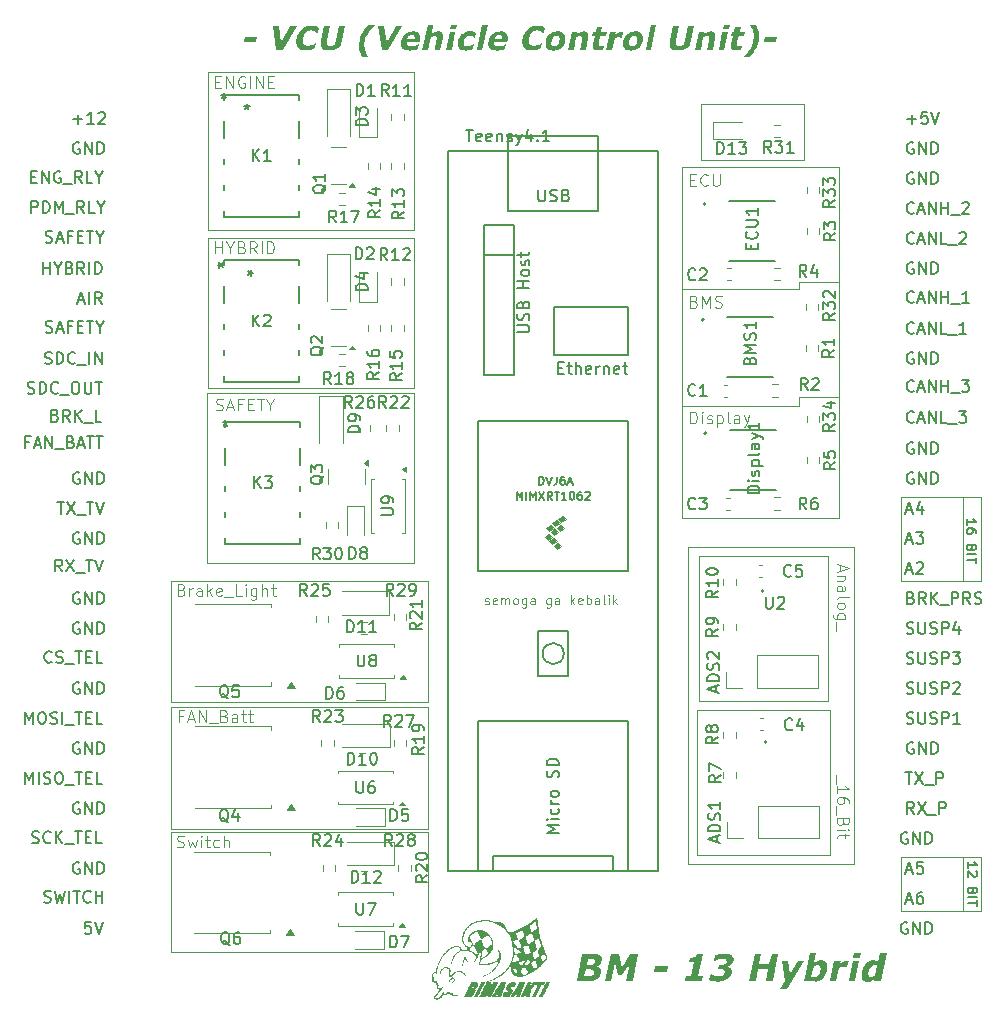
<source format=gbr>
%TF.GenerationSoftware,KiCad,Pcbnew,9.0.2*%
%TF.CreationDate,2025-06-04T00:53:43+07:00*%
%TF.ProjectId,VCU,5643552e-6b69-4636-9164-5f7063625858,rev?*%
%TF.SameCoordinates,Original*%
%TF.FileFunction,Legend,Top*%
%TF.FilePolarity,Positive*%
%FSLAX46Y46*%
G04 Gerber Fmt 4.6, Leading zero omitted, Abs format (unit mm)*
G04 Created by KiCad (PCBNEW 9.0.2) date 2025-06-04 00:53:43*
%MOMM*%
%LPD*%
G01*
G04 APERTURE LIST*
%ADD10C,0.100000*%
%ADD11C,0.200000*%
%ADD12C,0.400000*%
%ADD13C,0.160000*%
%ADD14C,0.150000*%
%ADD15C,0.120000*%
%ADD16C,0.000000*%
%ADD17C,0.127000*%
%ADD18C,0.152400*%
G04 APERTURE END LIST*
D10*
X145662243Y-140716000D02*
X152400000Y-140716000D01*
X152400000Y-145288000D01*
X145662243Y-145288000D01*
X145662243Y-140716000D01*
X128400000Y-128200000D02*
X139600000Y-128200000D01*
X139600000Y-140500000D01*
X128400000Y-140500000D01*
X128400000Y-128200000D01*
X127100000Y-92600000D02*
X137000000Y-92600000D01*
X87000000Y-88300000D02*
X104400000Y-88300000D01*
X104400000Y-101000000D01*
X87000000Y-101000000D01*
X87000000Y-88300000D01*
X137000000Y-92000000D02*
X140400000Y-92000000D01*
X145662243Y-110236000D02*
X152400000Y-110236000D01*
X152400000Y-117348000D01*
X145662243Y-117348000D01*
X145662243Y-110236000D01*
X127100000Y-82300000D02*
X140400000Y-82300000D01*
X140400000Y-112000000D01*
X127100000Y-112000000D01*
X127100000Y-82300000D01*
X150876000Y-140716000D02*
X150876000Y-145288000D01*
X86900000Y-101400000D02*
X104400000Y-101400000D01*
X104400000Y-115800000D01*
X86900000Y-115800000D01*
X86900000Y-101400000D01*
X83800000Y-138600000D02*
X105600000Y-138600000D01*
X105600000Y-148700000D01*
X83800000Y-148700000D01*
X83800000Y-138600000D01*
X137000000Y-102500000D02*
X137000000Y-101700000D01*
X83800000Y-117300000D02*
X105600000Y-117300000D01*
X105600000Y-127600000D01*
X83800000Y-127600000D01*
X83800000Y-117300000D01*
X137000000Y-101700000D02*
X140400000Y-101700000D01*
X83800000Y-128000000D02*
X105600000Y-128000000D01*
X105600000Y-138300000D01*
X83800000Y-138300000D01*
X83800000Y-128000000D01*
X150876000Y-110236000D02*
X150876000Y-117348000D01*
X128500000Y-115200000D02*
X139500000Y-115200000D01*
X139500000Y-127500000D01*
X128500000Y-127500000D01*
X128500000Y-115200000D01*
X128700000Y-76900000D02*
X137400000Y-76900000D01*
X137400000Y-81700000D01*
X128700000Y-81700000D01*
X128700000Y-76900000D01*
X127100000Y-102500000D02*
X137000000Y-102500000D01*
X137000000Y-92600000D02*
X137000000Y-92000000D01*
X87000000Y-74200000D02*
X104400000Y-74200000D01*
X104400000Y-87600000D01*
X87000000Y-87600000D01*
X87000000Y-74200000D01*
X127600000Y-114400000D02*
X141700000Y-114400000D01*
X141700000Y-141300000D01*
X127600000Y-141300000D01*
X127600000Y-114400000D01*
D11*
X76077482Y-108134838D02*
X75982244Y-108087219D01*
X75982244Y-108087219D02*
X75839387Y-108087219D01*
X75839387Y-108087219D02*
X75696530Y-108134838D01*
X75696530Y-108134838D02*
X75601292Y-108230076D01*
X75601292Y-108230076D02*
X75553673Y-108325314D01*
X75553673Y-108325314D02*
X75506054Y-108515790D01*
X75506054Y-108515790D02*
X75506054Y-108658647D01*
X75506054Y-108658647D02*
X75553673Y-108849123D01*
X75553673Y-108849123D02*
X75601292Y-108944361D01*
X75601292Y-108944361D02*
X75696530Y-109039600D01*
X75696530Y-109039600D02*
X75839387Y-109087219D01*
X75839387Y-109087219D02*
X75934625Y-109087219D01*
X75934625Y-109087219D02*
X76077482Y-109039600D01*
X76077482Y-109039600D02*
X76125101Y-108991980D01*
X76125101Y-108991980D02*
X76125101Y-108658647D01*
X76125101Y-108658647D02*
X75934625Y-108658647D01*
X76553673Y-109087219D02*
X76553673Y-108087219D01*
X76553673Y-108087219D02*
X77125101Y-109087219D01*
X77125101Y-109087219D02*
X77125101Y-108087219D01*
X77601292Y-109087219D02*
X77601292Y-108087219D01*
X77601292Y-108087219D02*
X77839387Y-108087219D01*
X77839387Y-108087219D02*
X77982244Y-108134838D01*
X77982244Y-108134838D02*
X78077482Y-108230076D01*
X78077482Y-108230076D02*
X78125101Y-108325314D01*
X78125101Y-108325314D02*
X78172720Y-108515790D01*
X78172720Y-108515790D02*
X78172720Y-108658647D01*
X78172720Y-108658647D02*
X78125101Y-108849123D01*
X78125101Y-108849123D02*
X78077482Y-108944361D01*
X78077482Y-108944361D02*
X77982244Y-109039600D01*
X77982244Y-109039600D02*
X77839387Y-109087219D01*
X77839387Y-109087219D02*
X77601292Y-109087219D01*
D10*
X87603884Y-75048609D02*
X87937217Y-75048609D01*
X88080074Y-75572419D02*
X87603884Y-75572419D01*
X87603884Y-75572419D02*
X87603884Y-74572419D01*
X87603884Y-74572419D02*
X88080074Y-74572419D01*
X88508646Y-75572419D02*
X88508646Y-74572419D01*
X88508646Y-74572419D02*
X89080074Y-75572419D01*
X89080074Y-75572419D02*
X89080074Y-74572419D01*
X90080074Y-74620038D02*
X89984836Y-74572419D01*
X89984836Y-74572419D02*
X89841979Y-74572419D01*
X89841979Y-74572419D02*
X89699122Y-74620038D01*
X89699122Y-74620038D02*
X89603884Y-74715276D01*
X89603884Y-74715276D02*
X89556265Y-74810514D01*
X89556265Y-74810514D02*
X89508646Y-75000990D01*
X89508646Y-75000990D02*
X89508646Y-75143847D01*
X89508646Y-75143847D02*
X89556265Y-75334323D01*
X89556265Y-75334323D02*
X89603884Y-75429561D01*
X89603884Y-75429561D02*
X89699122Y-75524800D01*
X89699122Y-75524800D02*
X89841979Y-75572419D01*
X89841979Y-75572419D02*
X89937217Y-75572419D01*
X89937217Y-75572419D02*
X90080074Y-75524800D01*
X90080074Y-75524800D02*
X90127693Y-75477180D01*
X90127693Y-75477180D02*
X90127693Y-75143847D01*
X90127693Y-75143847D02*
X89937217Y-75143847D01*
X90556265Y-75572419D02*
X90556265Y-74572419D01*
X91032455Y-75572419D02*
X91032455Y-74572419D01*
X91032455Y-74572419D02*
X91603883Y-75572419D01*
X91603883Y-75572419D02*
X91603883Y-74572419D01*
X92080074Y-75048609D02*
X92413407Y-75048609D01*
X92556264Y-75572419D02*
X92080074Y-75572419D01*
X92080074Y-75572419D02*
X92080074Y-74572419D01*
X92080074Y-74572419D02*
X92556264Y-74572419D01*
D11*
X146737101Y-96291980D02*
X146689482Y-96339600D01*
X146689482Y-96339600D02*
X146546625Y-96387219D01*
X146546625Y-96387219D02*
X146451387Y-96387219D01*
X146451387Y-96387219D02*
X146308530Y-96339600D01*
X146308530Y-96339600D02*
X146213292Y-96244361D01*
X146213292Y-96244361D02*
X146165673Y-96149123D01*
X146165673Y-96149123D02*
X146118054Y-95958647D01*
X146118054Y-95958647D02*
X146118054Y-95815790D01*
X146118054Y-95815790D02*
X146165673Y-95625314D01*
X146165673Y-95625314D02*
X146213292Y-95530076D01*
X146213292Y-95530076D02*
X146308530Y-95434838D01*
X146308530Y-95434838D02*
X146451387Y-95387219D01*
X146451387Y-95387219D02*
X146546625Y-95387219D01*
X146546625Y-95387219D02*
X146689482Y-95434838D01*
X146689482Y-95434838D02*
X146737101Y-95482457D01*
X147118054Y-96101504D02*
X147594244Y-96101504D01*
X147022816Y-96387219D02*
X147356149Y-95387219D01*
X147356149Y-95387219D02*
X147689482Y-96387219D01*
X148022816Y-96387219D02*
X148022816Y-95387219D01*
X148022816Y-95387219D02*
X148594244Y-96387219D01*
X148594244Y-96387219D02*
X148594244Y-95387219D01*
X149546625Y-96387219D02*
X149070435Y-96387219D01*
X149070435Y-96387219D02*
X149070435Y-95387219D01*
X149641864Y-96482457D02*
X150403768Y-96482457D01*
X151165673Y-96387219D02*
X150594245Y-96387219D01*
X150879959Y-96387219D02*
X150879959Y-95387219D01*
X150879959Y-95387219D02*
X150784721Y-95530076D01*
X150784721Y-95530076D02*
X150689483Y-95625314D01*
X150689483Y-95625314D02*
X150594245Y-95672933D01*
D10*
X87656265Y-102824800D02*
X87799122Y-102872419D01*
X87799122Y-102872419D02*
X88037217Y-102872419D01*
X88037217Y-102872419D02*
X88132455Y-102824800D01*
X88132455Y-102824800D02*
X88180074Y-102777180D01*
X88180074Y-102777180D02*
X88227693Y-102681942D01*
X88227693Y-102681942D02*
X88227693Y-102586704D01*
X88227693Y-102586704D02*
X88180074Y-102491466D01*
X88180074Y-102491466D02*
X88132455Y-102443847D01*
X88132455Y-102443847D02*
X88037217Y-102396228D01*
X88037217Y-102396228D02*
X87846741Y-102348609D01*
X87846741Y-102348609D02*
X87751503Y-102300990D01*
X87751503Y-102300990D02*
X87703884Y-102253371D01*
X87703884Y-102253371D02*
X87656265Y-102158133D01*
X87656265Y-102158133D02*
X87656265Y-102062895D01*
X87656265Y-102062895D02*
X87703884Y-101967657D01*
X87703884Y-101967657D02*
X87751503Y-101920038D01*
X87751503Y-101920038D02*
X87846741Y-101872419D01*
X87846741Y-101872419D02*
X88084836Y-101872419D01*
X88084836Y-101872419D02*
X88227693Y-101920038D01*
X88608646Y-102586704D02*
X89084836Y-102586704D01*
X88513408Y-102872419D02*
X88846741Y-101872419D01*
X88846741Y-101872419D02*
X89180074Y-102872419D01*
X89846741Y-102348609D02*
X89513408Y-102348609D01*
X89513408Y-102872419D02*
X89513408Y-101872419D01*
X89513408Y-101872419D02*
X89989598Y-101872419D01*
X90370551Y-102348609D02*
X90703884Y-102348609D01*
X90846741Y-102872419D02*
X90370551Y-102872419D01*
X90370551Y-102872419D02*
X90370551Y-101872419D01*
X90370551Y-101872419D02*
X90846741Y-101872419D01*
X91132456Y-101872419D02*
X91703884Y-101872419D01*
X91418170Y-102872419D02*
X91418170Y-101872419D01*
X92227694Y-102396228D02*
X92227694Y-102872419D01*
X91894361Y-101872419D02*
X92227694Y-102396228D01*
X92227694Y-102396228D02*
X92561027Y-101872419D01*
D11*
X73084826Y-144502072D02*
X73227683Y-144549691D01*
X73227683Y-144549691D02*
X73465778Y-144549691D01*
X73465778Y-144549691D02*
X73561016Y-144502072D01*
X73561016Y-144502072D02*
X73608635Y-144454452D01*
X73608635Y-144454452D02*
X73656254Y-144359214D01*
X73656254Y-144359214D02*
X73656254Y-144263976D01*
X73656254Y-144263976D02*
X73608635Y-144168738D01*
X73608635Y-144168738D02*
X73561016Y-144121119D01*
X73561016Y-144121119D02*
X73465778Y-144073500D01*
X73465778Y-144073500D02*
X73275302Y-144025881D01*
X73275302Y-144025881D02*
X73180064Y-143978262D01*
X73180064Y-143978262D02*
X73132445Y-143930643D01*
X73132445Y-143930643D02*
X73084826Y-143835405D01*
X73084826Y-143835405D02*
X73084826Y-143740167D01*
X73084826Y-143740167D02*
X73132445Y-143644929D01*
X73132445Y-143644929D02*
X73180064Y-143597310D01*
X73180064Y-143597310D02*
X73275302Y-143549691D01*
X73275302Y-143549691D02*
X73513397Y-143549691D01*
X73513397Y-143549691D02*
X73656254Y-143597310D01*
X73989588Y-143549691D02*
X74227683Y-144549691D01*
X74227683Y-144549691D02*
X74418159Y-143835405D01*
X74418159Y-143835405D02*
X74608635Y-144549691D01*
X74608635Y-144549691D02*
X74846731Y-143549691D01*
X75227683Y-144549691D02*
X75227683Y-143549691D01*
X75561016Y-143549691D02*
X76132444Y-143549691D01*
X75846730Y-144549691D02*
X75846730Y-143549691D01*
X77037206Y-144454452D02*
X76989587Y-144502072D01*
X76989587Y-144502072D02*
X76846730Y-144549691D01*
X76846730Y-144549691D02*
X76751492Y-144549691D01*
X76751492Y-144549691D02*
X76608635Y-144502072D01*
X76608635Y-144502072D02*
X76513397Y-144406833D01*
X76513397Y-144406833D02*
X76465778Y-144311595D01*
X76465778Y-144311595D02*
X76418159Y-144121119D01*
X76418159Y-144121119D02*
X76418159Y-143978262D01*
X76418159Y-143978262D02*
X76465778Y-143787786D01*
X76465778Y-143787786D02*
X76513397Y-143692548D01*
X76513397Y-143692548D02*
X76608635Y-143597310D01*
X76608635Y-143597310D02*
X76751492Y-143549691D01*
X76751492Y-143549691D02*
X76846730Y-143549691D01*
X76846730Y-143549691D02*
X76989587Y-143597310D01*
X76989587Y-143597310D02*
X77037206Y-143644929D01*
X77465778Y-144549691D02*
X77465778Y-143549691D01*
X77465778Y-144025881D02*
X78037206Y-144025881D01*
X78037206Y-144549691D02*
X78037206Y-143549691D01*
X146181482Y-138614838D02*
X146086244Y-138567219D01*
X146086244Y-138567219D02*
X145943387Y-138567219D01*
X145943387Y-138567219D02*
X145800530Y-138614838D01*
X145800530Y-138614838D02*
X145705292Y-138710076D01*
X145705292Y-138710076D02*
X145657673Y-138805314D01*
X145657673Y-138805314D02*
X145610054Y-138995790D01*
X145610054Y-138995790D02*
X145610054Y-139138647D01*
X145610054Y-139138647D02*
X145657673Y-139329123D01*
X145657673Y-139329123D02*
X145705292Y-139424361D01*
X145705292Y-139424361D02*
X145800530Y-139519600D01*
X145800530Y-139519600D02*
X145943387Y-139567219D01*
X145943387Y-139567219D02*
X146038625Y-139567219D01*
X146038625Y-139567219D02*
X146181482Y-139519600D01*
X146181482Y-139519600D02*
X146229101Y-139471980D01*
X146229101Y-139471980D02*
X146229101Y-139138647D01*
X146229101Y-139138647D02*
X146038625Y-139138647D01*
X146657673Y-139567219D02*
X146657673Y-138567219D01*
X146657673Y-138567219D02*
X147229101Y-139567219D01*
X147229101Y-139567219D02*
X147229101Y-138567219D01*
X147705292Y-139567219D02*
X147705292Y-138567219D01*
X147705292Y-138567219D02*
X147943387Y-138567219D01*
X147943387Y-138567219D02*
X148086244Y-138614838D01*
X148086244Y-138614838D02*
X148181482Y-138710076D01*
X148181482Y-138710076D02*
X148229101Y-138805314D01*
X148229101Y-138805314D02*
X148276720Y-138995790D01*
X148276720Y-138995790D02*
X148276720Y-139138647D01*
X148276720Y-139138647D02*
X148229101Y-139329123D01*
X148229101Y-139329123D02*
X148181482Y-139424361D01*
X148181482Y-139424361D02*
X148086244Y-139519600D01*
X148086244Y-139519600D02*
X147943387Y-139567219D01*
X147943387Y-139567219D02*
X147705292Y-139567219D01*
X146118054Y-141821504D02*
X146594244Y-141821504D01*
X146022816Y-142107219D02*
X146356149Y-141107219D01*
X146356149Y-141107219D02*
X146689482Y-142107219D01*
X147499006Y-141107219D02*
X147022816Y-141107219D01*
X147022816Y-141107219D02*
X146975197Y-141583409D01*
X146975197Y-141583409D02*
X147022816Y-141535790D01*
X147022816Y-141535790D02*
X147118054Y-141488171D01*
X147118054Y-141488171D02*
X147356149Y-141488171D01*
X147356149Y-141488171D02*
X147451387Y-141535790D01*
X147451387Y-141535790D02*
X147499006Y-141583409D01*
X147499006Y-141583409D02*
X147546625Y-141678647D01*
X147546625Y-141678647D02*
X147546625Y-141916742D01*
X147546625Y-141916742D02*
X147499006Y-142011980D01*
X147499006Y-142011980D02*
X147451387Y-142059600D01*
X147451387Y-142059600D02*
X147356149Y-142107219D01*
X147356149Y-142107219D02*
X147118054Y-142107219D01*
X147118054Y-142107219D02*
X147022816Y-142059600D01*
X147022816Y-142059600D02*
X146975197Y-142011980D01*
X73225225Y-96243072D02*
X73368082Y-96290691D01*
X73368082Y-96290691D02*
X73606177Y-96290691D01*
X73606177Y-96290691D02*
X73701415Y-96243072D01*
X73701415Y-96243072D02*
X73749034Y-96195452D01*
X73749034Y-96195452D02*
X73796653Y-96100214D01*
X73796653Y-96100214D02*
X73796653Y-96004976D01*
X73796653Y-96004976D02*
X73749034Y-95909738D01*
X73749034Y-95909738D02*
X73701415Y-95862119D01*
X73701415Y-95862119D02*
X73606177Y-95814500D01*
X73606177Y-95814500D02*
X73415701Y-95766881D01*
X73415701Y-95766881D02*
X73320463Y-95719262D01*
X73320463Y-95719262D02*
X73272844Y-95671643D01*
X73272844Y-95671643D02*
X73225225Y-95576405D01*
X73225225Y-95576405D02*
X73225225Y-95481167D01*
X73225225Y-95481167D02*
X73272844Y-95385929D01*
X73272844Y-95385929D02*
X73320463Y-95338310D01*
X73320463Y-95338310D02*
X73415701Y-95290691D01*
X73415701Y-95290691D02*
X73653796Y-95290691D01*
X73653796Y-95290691D02*
X73796653Y-95338310D01*
X74177606Y-96004976D02*
X74653796Y-96004976D01*
X74082368Y-96290691D02*
X74415701Y-95290691D01*
X74415701Y-95290691D02*
X74749034Y-96290691D01*
X75415701Y-95766881D02*
X75082368Y-95766881D01*
X75082368Y-96290691D02*
X75082368Y-95290691D01*
X75082368Y-95290691D02*
X75558558Y-95290691D01*
X75939511Y-95766881D02*
X76272844Y-95766881D01*
X76415701Y-96290691D02*
X75939511Y-96290691D01*
X75939511Y-96290691D02*
X75939511Y-95290691D01*
X75939511Y-95290691D02*
X76415701Y-95290691D01*
X76701416Y-95290691D02*
X77272844Y-95290691D01*
X76987130Y-96290691D02*
X76987130Y-95290691D01*
X77796654Y-95814500D02*
X77796654Y-96290691D01*
X77463321Y-95290691D02*
X77796654Y-95814500D01*
X77796654Y-95814500D02*
X78129987Y-95290691D01*
X146689482Y-97974838D02*
X146594244Y-97927219D01*
X146594244Y-97927219D02*
X146451387Y-97927219D01*
X146451387Y-97927219D02*
X146308530Y-97974838D01*
X146308530Y-97974838D02*
X146213292Y-98070076D01*
X146213292Y-98070076D02*
X146165673Y-98165314D01*
X146165673Y-98165314D02*
X146118054Y-98355790D01*
X146118054Y-98355790D02*
X146118054Y-98498647D01*
X146118054Y-98498647D02*
X146165673Y-98689123D01*
X146165673Y-98689123D02*
X146213292Y-98784361D01*
X146213292Y-98784361D02*
X146308530Y-98879600D01*
X146308530Y-98879600D02*
X146451387Y-98927219D01*
X146451387Y-98927219D02*
X146546625Y-98927219D01*
X146546625Y-98927219D02*
X146689482Y-98879600D01*
X146689482Y-98879600D02*
X146737101Y-98831980D01*
X146737101Y-98831980D02*
X146737101Y-98498647D01*
X146737101Y-98498647D02*
X146546625Y-98498647D01*
X147165673Y-98927219D02*
X147165673Y-97927219D01*
X147165673Y-97927219D02*
X147737101Y-98927219D01*
X147737101Y-98927219D02*
X147737101Y-97927219D01*
X148213292Y-98927219D02*
X148213292Y-97927219D01*
X148213292Y-97927219D02*
X148451387Y-97927219D01*
X148451387Y-97927219D02*
X148594244Y-97974838D01*
X148594244Y-97974838D02*
X148689482Y-98070076D01*
X148689482Y-98070076D02*
X148737101Y-98165314D01*
X148737101Y-98165314D02*
X148784720Y-98355790D01*
X148784720Y-98355790D02*
X148784720Y-98498647D01*
X148784720Y-98498647D02*
X148737101Y-98689123D01*
X148737101Y-98689123D02*
X148689482Y-98784361D01*
X148689482Y-98784361D02*
X148594244Y-98879600D01*
X148594244Y-98879600D02*
X148451387Y-98927219D01*
X148451387Y-98927219D02*
X148213292Y-98927219D01*
X76077482Y-130994838D02*
X75982244Y-130947219D01*
X75982244Y-130947219D02*
X75839387Y-130947219D01*
X75839387Y-130947219D02*
X75696530Y-130994838D01*
X75696530Y-130994838D02*
X75601292Y-131090076D01*
X75601292Y-131090076D02*
X75553673Y-131185314D01*
X75553673Y-131185314D02*
X75506054Y-131375790D01*
X75506054Y-131375790D02*
X75506054Y-131518647D01*
X75506054Y-131518647D02*
X75553673Y-131709123D01*
X75553673Y-131709123D02*
X75601292Y-131804361D01*
X75601292Y-131804361D02*
X75696530Y-131899600D01*
X75696530Y-131899600D02*
X75839387Y-131947219D01*
X75839387Y-131947219D02*
X75934625Y-131947219D01*
X75934625Y-131947219D02*
X76077482Y-131899600D01*
X76077482Y-131899600D02*
X76125101Y-131851980D01*
X76125101Y-131851980D02*
X76125101Y-131518647D01*
X76125101Y-131518647D02*
X75934625Y-131518647D01*
X76553673Y-131947219D02*
X76553673Y-130947219D01*
X76553673Y-130947219D02*
X77125101Y-131947219D01*
X77125101Y-131947219D02*
X77125101Y-130947219D01*
X77601292Y-131947219D02*
X77601292Y-130947219D01*
X77601292Y-130947219D02*
X77839387Y-130947219D01*
X77839387Y-130947219D02*
X77982244Y-130994838D01*
X77982244Y-130994838D02*
X78077482Y-131090076D01*
X78077482Y-131090076D02*
X78125101Y-131185314D01*
X78125101Y-131185314D02*
X78172720Y-131375790D01*
X78172720Y-131375790D02*
X78172720Y-131518647D01*
X78172720Y-131518647D02*
X78125101Y-131709123D01*
X78125101Y-131709123D02*
X78077482Y-131804361D01*
X78077482Y-131804361D02*
X77982244Y-131899600D01*
X77982244Y-131899600D02*
X77839387Y-131947219D01*
X77839387Y-131947219D02*
X77601292Y-131947219D01*
X146689482Y-80194838D02*
X146594244Y-80147219D01*
X146594244Y-80147219D02*
X146451387Y-80147219D01*
X146451387Y-80147219D02*
X146308530Y-80194838D01*
X146308530Y-80194838D02*
X146213292Y-80290076D01*
X146213292Y-80290076D02*
X146165673Y-80385314D01*
X146165673Y-80385314D02*
X146118054Y-80575790D01*
X146118054Y-80575790D02*
X146118054Y-80718647D01*
X146118054Y-80718647D02*
X146165673Y-80909123D01*
X146165673Y-80909123D02*
X146213292Y-81004361D01*
X146213292Y-81004361D02*
X146308530Y-81099600D01*
X146308530Y-81099600D02*
X146451387Y-81147219D01*
X146451387Y-81147219D02*
X146546625Y-81147219D01*
X146546625Y-81147219D02*
X146689482Y-81099600D01*
X146689482Y-81099600D02*
X146737101Y-81051980D01*
X146737101Y-81051980D02*
X146737101Y-80718647D01*
X146737101Y-80718647D02*
X146546625Y-80718647D01*
X147165673Y-81147219D02*
X147165673Y-80147219D01*
X147165673Y-80147219D02*
X147737101Y-81147219D01*
X147737101Y-81147219D02*
X147737101Y-80147219D01*
X148213292Y-81147219D02*
X148213292Y-80147219D01*
X148213292Y-80147219D02*
X148451387Y-80147219D01*
X148451387Y-80147219D02*
X148594244Y-80194838D01*
X148594244Y-80194838D02*
X148689482Y-80290076D01*
X148689482Y-80290076D02*
X148737101Y-80385314D01*
X148737101Y-80385314D02*
X148784720Y-80575790D01*
X148784720Y-80575790D02*
X148784720Y-80718647D01*
X148784720Y-80718647D02*
X148737101Y-80909123D01*
X148737101Y-80909123D02*
X148689482Y-81004361D01*
X148689482Y-81004361D02*
X148594244Y-81099600D01*
X148594244Y-81099600D02*
X148451387Y-81147219D01*
X148451387Y-81147219D02*
X148213292Y-81147219D01*
D10*
X127803884Y-103972419D02*
X127803884Y-102972419D01*
X127803884Y-102972419D02*
X128041979Y-102972419D01*
X128041979Y-102972419D02*
X128184836Y-103020038D01*
X128184836Y-103020038D02*
X128280074Y-103115276D01*
X128280074Y-103115276D02*
X128327693Y-103210514D01*
X128327693Y-103210514D02*
X128375312Y-103400990D01*
X128375312Y-103400990D02*
X128375312Y-103543847D01*
X128375312Y-103543847D02*
X128327693Y-103734323D01*
X128327693Y-103734323D02*
X128280074Y-103829561D01*
X128280074Y-103829561D02*
X128184836Y-103924800D01*
X128184836Y-103924800D02*
X128041979Y-103972419D01*
X128041979Y-103972419D02*
X127803884Y-103972419D01*
X128803884Y-103972419D02*
X128803884Y-103305752D01*
X128803884Y-102972419D02*
X128756265Y-103020038D01*
X128756265Y-103020038D02*
X128803884Y-103067657D01*
X128803884Y-103067657D02*
X128851503Y-103020038D01*
X128851503Y-103020038D02*
X128803884Y-102972419D01*
X128803884Y-102972419D02*
X128803884Y-103067657D01*
X129232455Y-103924800D02*
X129327693Y-103972419D01*
X129327693Y-103972419D02*
X129518169Y-103972419D01*
X129518169Y-103972419D02*
X129613407Y-103924800D01*
X129613407Y-103924800D02*
X129661026Y-103829561D01*
X129661026Y-103829561D02*
X129661026Y-103781942D01*
X129661026Y-103781942D02*
X129613407Y-103686704D01*
X129613407Y-103686704D02*
X129518169Y-103639085D01*
X129518169Y-103639085D02*
X129375312Y-103639085D01*
X129375312Y-103639085D02*
X129280074Y-103591466D01*
X129280074Y-103591466D02*
X129232455Y-103496228D01*
X129232455Y-103496228D02*
X129232455Y-103448609D01*
X129232455Y-103448609D02*
X129280074Y-103353371D01*
X129280074Y-103353371D02*
X129375312Y-103305752D01*
X129375312Y-103305752D02*
X129518169Y-103305752D01*
X129518169Y-103305752D02*
X129613407Y-103353371D01*
X130089598Y-103305752D02*
X130089598Y-104305752D01*
X130089598Y-103353371D02*
X130184836Y-103305752D01*
X130184836Y-103305752D02*
X130375312Y-103305752D01*
X130375312Y-103305752D02*
X130470550Y-103353371D01*
X130470550Y-103353371D02*
X130518169Y-103400990D01*
X130518169Y-103400990D02*
X130565788Y-103496228D01*
X130565788Y-103496228D02*
X130565788Y-103781942D01*
X130565788Y-103781942D02*
X130518169Y-103877180D01*
X130518169Y-103877180D02*
X130470550Y-103924800D01*
X130470550Y-103924800D02*
X130375312Y-103972419D01*
X130375312Y-103972419D02*
X130184836Y-103972419D01*
X130184836Y-103972419D02*
X130089598Y-103924800D01*
X131137217Y-103972419D02*
X131041979Y-103924800D01*
X131041979Y-103924800D02*
X130994360Y-103829561D01*
X130994360Y-103829561D02*
X130994360Y-102972419D01*
X131946741Y-103972419D02*
X131946741Y-103448609D01*
X131946741Y-103448609D02*
X131899122Y-103353371D01*
X131899122Y-103353371D02*
X131803884Y-103305752D01*
X131803884Y-103305752D02*
X131613408Y-103305752D01*
X131613408Y-103305752D02*
X131518170Y-103353371D01*
X131946741Y-103924800D02*
X131851503Y-103972419D01*
X131851503Y-103972419D02*
X131613408Y-103972419D01*
X131613408Y-103972419D02*
X131518170Y-103924800D01*
X131518170Y-103924800D02*
X131470551Y-103829561D01*
X131470551Y-103829561D02*
X131470551Y-103734323D01*
X131470551Y-103734323D02*
X131518170Y-103639085D01*
X131518170Y-103639085D02*
X131613408Y-103591466D01*
X131613408Y-103591466D02*
X131851503Y-103591466D01*
X131851503Y-103591466D02*
X131946741Y-103543847D01*
X132327694Y-103305752D02*
X132565789Y-103972419D01*
X132803884Y-103305752D02*
X132565789Y-103972419D01*
X132565789Y-103972419D02*
X132470551Y-104210514D01*
X132470551Y-104210514D02*
X132422932Y-104258133D01*
X132422932Y-104258133D02*
X132327694Y-104305752D01*
D11*
X146165673Y-78226266D02*
X146927578Y-78226266D01*
X146546625Y-78607219D02*
X146546625Y-77845314D01*
X147879958Y-77607219D02*
X147403768Y-77607219D01*
X147403768Y-77607219D02*
X147356149Y-78083409D01*
X147356149Y-78083409D02*
X147403768Y-78035790D01*
X147403768Y-78035790D02*
X147499006Y-77988171D01*
X147499006Y-77988171D02*
X147737101Y-77988171D01*
X147737101Y-77988171D02*
X147832339Y-78035790D01*
X147832339Y-78035790D02*
X147879958Y-78083409D01*
X147879958Y-78083409D02*
X147927577Y-78178647D01*
X147927577Y-78178647D02*
X147927577Y-78416742D01*
X147927577Y-78416742D02*
X147879958Y-78511980D01*
X147879958Y-78511980D02*
X147832339Y-78559600D01*
X147832339Y-78559600D02*
X147737101Y-78607219D01*
X147737101Y-78607219D02*
X147499006Y-78607219D01*
X147499006Y-78607219D02*
X147403768Y-78559600D01*
X147403768Y-78559600D02*
X147356149Y-78511980D01*
X148213292Y-77607219D02*
X148546625Y-78607219D01*
X148546625Y-78607219D02*
X148879958Y-77607219D01*
G36*
X91014515Y-71648764D02*
G01*
X89994923Y-71648764D01*
X90076133Y-71257976D01*
X91095725Y-71257976D01*
X91014515Y-71648764D01*
G37*
G36*
X94478244Y-70327899D02*
G01*
X93330181Y-72360000D01*
X92755600Y-72360000D01*
X92452372Y-70327899D01*
X92990928Y-70327899D01*
X93175209Y-71755376D01*
X93953000Y-70327899D01*
X94478244Y-70327899D01*
G37*
G36*
X95280582Y-72399078D02*
G01*
X95133799Y-72391196D01*
X95002518Y-72368553D01*
X94884787Y-72332278D01*
X94774576Y-72279391D01*
X94681506Y-72213114D01*
X94603541Y-72133098D01*
X94541587Y-72040108D01*
X94494561Y-71931012D01*
X94463101Y-71803004D01*
X94450847Y-71671045D01*
X94456827Y-71519791D01*
X94483862Y-71346025D01*
X94524865Y-71187788D01*
X94578900Y-71042255D01*
X94645673Y-70908220D01*
X94726705Y-70782453D01*
X94818551Y-70670431D01*
X94921545Y-70571165D01*
X95031213Y-70488561D01*
X95152410Y-70419034D01*
X95286322Y-70362459D01*
X95426024Y-70321690D01*
X95570494Y-70297107D01*
X95720708Y-70288820D01*
X95842943Y-70292655D01*
X95944190Y-70303230D01*
X96122732Y-70340844D01*
X96273063Y-70399096D01*
X96388346Y-70458691D01*
X96285519Y-70953161D01*
X96226779Y-70953161D01*
X96148866Y-70874392D01*
X96038590Y-70784633D01*
X95971242Y-70744257D01*
X95894975Y-70710017D01*
X95812770Y-70687478D01*
X95718265Y-70679609D01*
X95611163Y-70688265D01*
X95505163Y-70714413D01*
X95403583Y-70759605D01*
X95300854Y-70829818D01*
X95212793Y-70917758D01*
X95130251Y-71036081D01*
X95065814Y-71173553D01*
X95016800Y-71347369D01*
X94996828Y-71475922D01*
X94993303Y-71581123D01*
X95003122Y-71666960D01*
X95040639Y-71785368D01*
X95094103Y-71868949D01*
X95167051Y-71933376D01*
X95253593Y-71976172D01*
X95348407Y-72000289D01*
X95444836Y-72008290D01*
X95538381Y-72001142D01*
X95635833Y-71979103D01*
X95731075Y-71944692D01*
X95821336Y-71899968D01*
X95960921Y-71813872D01*
X96069487Y-71734738D01*
X96122976Y-71734738D01*
X96021493Y-72223346D01*
X95864933Y-72287948D01*
X95711182Y-72340094D01*
X95518841Y-72383935D01*
X95422576Y-72394788D01*
X95280582Y-72399078D01*
G37*
G36*
X98309682Y-71622386D02*
G01*
X98269013Y-71771172D01*
X98213958Y-71901139D01*
X98145127Y-72014604D01*
X98062450Y-72113398D01*
X97965177Y-72198799D01*
X97828463Y-72282973D01*
X97668627Y-72345438D01*
X97481520Y-72385040D01*
X97262124Y-72399078D01*
X97079627Y-72389085D01*
X96931844Y-72361623D01*
X96812950Y-72319713D01*
X96717968Y-72265238D01*
X96642969Y-72198799D01*
X96583415Y-72116909D01*
X96542169Y-72021756D01*
X96519399Y-71910450D01*
X96517044Y-71779239D01*
X96538677Y-71623729D01*
X96808077Y-70327899D01*
X97323796Y-70327899D01*
X97060013Y-71596741D01*
X97042432Y-71738393D01*
X97051875Y-71839943D01*
X97081263Y-71912302D01*
X97118196Y-71954607D01*
X97170702Y-71986689D01*
X97243164Y-72008072D01*
X97341748Y-72016106D01*
X97466298Y-72003890D01*
X97565099Y-71970028D01*
X97643754Y-71916454D01*
X97705660Y-71842951D01*
X97758062Y-71739143D01*
X97799092Y-71596741D01*
X98062875Y-70327899D01*
X98578715Y-70327899D01*
X98309682Y-71622386D01*
G37*
G36*
X100536200Y-72922735D02*
G01*
X100032449Y-72922735D01*
X99917507Y-72712317D01*
X99835286Y-72502016D01*
X99783688Y-72290268D01*
X99761703Y-72073246D01*
X99768913Y-71837016D01*
X99808112Y-71578422D01*
X99874657Y-71325465D01*
X99965199Y-71088779D01*
X100079710Y-70866699D01*
X100217397Y-70657563D01*
X100386920Y-70446903D01*
X100591399Y-70234110D01*
X101095150Y-70234110D01*
X101086967Y-70273677D01*
X100960462Y-70378898D01*
X100833443Y-70499846D01*
X100712730Y-70633990D01*
X100589567Y-70795624D01*
X100482414Y-70964947D01*
X100384281Y-71156249D01*
X100304632Y-71359603D01*
X100246528Y-71578422D01*
X100211826Y-71807368D01*
X100207205Y-72001939D01*
X100226343Y-72188409D01*
X100264113Y-72361221D01*
X100318274Y-72516995D01*
X100384281Y-72654190D01*
X100462586Y-72779550D01*
X100544382Y-72883168D01*
X100536200Y-72922735D01*
G37*
G36*
X103388224Y-70327899D02*
G01*
X102240160Y-72360000D01*
X101665579Y-72360000D01*
X101362351Y-70327899D01*
X101900907Y-70327899D01*
X102085188Y-71755376D01*
X102862979Y-70327899D01*
X103388224Y-70327899D01*
G37*
G36*
X104495458Y-70790545D02*
G01*
X104617674Y-70816193D01*
X104715661Y-70855478D01*
X104793717Y-70906973D01*
X104855024Y-70970624D01*
X104910556Y-71067451D01*
X104943172Y-71186263D01*
X104950272Y-71333133D01*
X104926221Y-71515530D01*
X104890317Y-71687843D01*
X103789148Y-71687843D01*
X103783931Y-71779004D01*
X103796016Y-71853499D01*
X103823212Y-71915091D01*
X103865474Y-71966524D01*
X103941058Y-72016217D01*
X104051685Y-72050024D01*
X104209734Y-72063000D01*
X104361153Y-72048991D01*
X104516870Y-72005847D01*
X104662902Y-71943797D01*
X104768318Y-71883237D01*
X104821685Y-71883237D01*
X104739253Y-72279399D01*
X104564373Y-72338653D01*
X104411723Y-72376730D01*
X104257726Y-72399099D01*
X104086025Y-72406894D01*
X103897898Y-72396633D01*
X103744102Y-72368316D01*
X103619043Y-72324902D01*
X103517928Y-72268235D01*
X103436950Y-72198921D01*
X103371904Y-72113337D01*
X103326835Y-72014602D01*
X103301610Y-71899847D01*
X103298035Y-71765270D01*
X103319713Y-71606388D01*
X103373100Y-71421722D01*
X103384153Y-71398660D01*
X103848133Y-71398660D01*
X104472051Y-71398660D01*
X104481628Y-71295252D01*
X104471349Y-71219693D01*
X104445795Y-71164553D01*
X104403098Y-71123519D01*
X104338034Y-71096419D01*
X104241730Y-71086029D01*
X104151467Y-71094564D01*
X104070796Y-71119392D01*
X103997732Y-71160401D01*
X103936959Y-71216925D01*
X103886908Y-71294677D01*
X103848133Y-71398660D01*
X103384153Y-71398660D01*
X103449737Y-71261814D01*
X103549282Y-71123235D01*
X103672889Y-71003597D01*
X103815364Y-70907550D01*
X103972731Y-70838472D01*
X104147725Y-70795942D01*
X104343824Y-70781214D01*
X104495458Y-70790545D01*
G37*
G36*
X106638119Y-72360000D02*
G01*
X106154518Y-72360000D01*
X106312909Y-71598328D01*
X106341974Y-71412948D01*
X106345722Y-71326543D01*
X106338311Y-71276905D01*
X106314389Y-71233094D01*
X106275418Y-71203143D01*
X106222582Y-71186568D01*
X106136566Y-71179818D01*
X106070553Y-71185096D01*
X105998935Y-71201678D01*
X105925897Y-71228689D01*
X105838101Y-71271409D01*
X105611810Y-72360000D01*
X105130774Y-72360000D01*
X105572732Y-70234110D01*
X106053768Y-70234110D01*
X105895987Y-70993217D01*
X106045287Y-70899978D01*
X106175279Y-70835924D01*
X106308201Y-70794972D01*
X106449197Y-70781214D01*
X106570134Y-70791690D01*
X106665500Y-70820501D01*
X106740644Y-70865351D01*
X106799319Y-70926294D01*
X106839339Y-70999906D01*
X106862632Y-71092868D01*
X106866541Y-71210664D01*
X106846092Y-71359947D01*
X106638119Y-72360000D01*
G37*
G36*
X107604832Y-72360000D02*
G01*
X107123796Y-72360000D01*
X107442288Y-70828108D01*
X107923325Y-70828108D01*
X107604832Y-72360000D01*
G37*
G36*
X107982187Y-70609267D02*
G01*
X107474406Y-70609267D01*
X107552442Y-70234110D01*
X108060223Y-70234110D01*
X107982187Y-70609267D01*
G37*
G36*
X108851325Y-72406894D02*
G01*
X108661260Y-72394250D01*
X108502547Y-72358900D01*
X108404877Y-72320049D01*
X108321535Y-72270568D01*
X108250732Y-72210523D01*
X108193187Y-72139051D01*
X108149181Y-72055509D01*
X108118719Y-71957854D01*
X108105004Y-71855921D01*
X108107077Y-71737938D01*
X108127512Y-71600893D01*
X108165041Y-71460064D01*
X108214430Y-71336756D01*
X108275034Y-71228911D01*
X108349133Y-71129732D01*
X108432273Y-71043491D01*
X108524895Y-70969281D01*
X108673080Y-70884981D01*
X108835083Y-70826521D01*
X109004655Y-70792487D01*
X109174703Y-70781214D01*
X109323892Y-70790118D01*
X109450819Y-70815163D01*
X109569375Y-70854770D01*
X109674424Y-70903457D01*
X109587718Y-71320502D01*
X109519452Y-71320502D01*
X109463154Y-71266646D01*
X109378768Y-71206196D01*
X109268248Y-71159424D01*
X109203296Y-71145786D01*
X109119870Y-71140739D01*
X108996625Y-71154986D01*
X108890693Y-71196147D01*
X108798080Y-71264570D01*
X108723290Y-71354009D01*
X108665271Y-71464680D01*
X108624668Y-71600771D01*
X108609229Y-71713826D01*
X108612371Y-71803950D01*
X108630479Y-71875920D01*
X108661671Y-71933674D01*
X108707202Y-71981204D01*
X108766317Y-72016361D01*
X108842204Y-72039072D01*
X108939375Y-72047369D01*
X109028160Y-72042133D01*
X109107292Y-72027096D01*
X109180929Y-72004024D01*
X109238206Y-71979103D01*
X109329797Y-71924026D01*
X109405635Y-71867606D01*
X109473900Y-71867606D01*
X109386584Y-72287826D01*
X109260065Y-72336971D01*
X109131350Y-72374654D01*
X108998086Y-72398614D01*
X108851325Y-72406894D01*
G37*
G36*
X110207484Y-72360000D02*
G01*
X109726448Y-72360000D01*
X110168405Y-70234110D01*
X110649441Y-70234110D01*
X110207484Y-72360000D01*
G37*
G36*
X111904809Y-70790545D02*
G01*
X112027025Y-70816193D01*
X112125012Y-70855478D01*
X112203068Y-70906973D01*
X112264375Y-70970624D01*
X112319907Y-71067451D01*
X112352523Y-71186263D01*
X112359623Y-71333133D01*
X112335572Y-71515530D01*
X112299668Y-71687843D01*
X111198499Y-71687843D01*
X111193282Y-71779004D01*
X111205367Y-71853499D01*
X111232563Y-71915091D01*
X111274825Y-71966524D01*
X111350409Y-72016217D01*
X111461036Y-72050024D01*
X111619085Y-72063000D01*
X111770504Y-72048991D01*
X111926221Y-72005847D01*
X112072253Y-71943797D01*
X112177669Y-71883237D01*
X112231036Y-71883237D01*
X112148604Y-72279399D01*
X111973724Y-72338653D01*
X111821074Y-72376730D01*
X111667077Y-72399099D01*
X111495376Y-72406894D01*
X111307249Y-72396633D01*
X111153453Y-72368316D01*
X111028394Y-72324902D01*
X110927279Y-72268235D01*
X110846301Y-72198921D01*
X110781255Y-72113337D01*
X110736186Y-72014602D01*
X110710961Y-71899847D01*
X110707386Y-71765270D01*
X110729064Y-71606388D01*
X110782451Y-71421722D01*
X110793504Y-71398660D01*
X111257484Y-71398660D01*
X111881402Y-71398660D01*
X111890979Y-71295252D01*
X111880700Y-71219693D01*
X111855146Y-71164553D01*
X111812449Y-71123519D01*
X111747385Y-71096419D01*
X111651081Y-71086029D01*
X111560818Y-71094564D01*
X111480147Y-71119392D01*
X111407083Y-71160401D01*
X111346310Y-71216925D01*
X111296259Y-71294677D01*
X111257484Y-71398660D01*
X110793504Y-71398660D01*
X110859088Y-71261814D01*
X110958633Y-71123235D01*
X111082240Y-71003597D01*
X111224715Y-70907550D01*
X111382082Y-70838472D01*
X111557076Y-70795942D01*
X111753175Y-70781214D01*
X111904809Y-70790545D01*
G37*
G36*
X114413590Y-72399078D02*
G01*
X114266806Y-72391196D01*
X114135525Y-72368553D01*
X114017794Y-72332278D01*
X113907584Y-72279391D01*
X113814513Y-72213114D01*
X113736549Y-72133098D01*
X113674594Y-72040108D01*
X113627569Y-71931012D01*
X113596109Y-71803004D01*
X113583855Y-71671045D01*
X113589834Y-71519791D01*
X113616870Y-71346025D01*
X113657872Y-71187788D01*
X113711908Y-71042255D01*
X113778681Y-70908220D01*
X113859713Y-70782453D01*
X113951558Y-70670431D01*
X114054553Y-70571165D01*
X114164221Y-70488561D01*
X114285418Y-70419034D01*
X114419330Y-70362459D01*
X114559031Y-70321690D01*
X114703501Y-70297107D01*
X114853715Y-70288820D01*
X114975951Y-70292655D01*
X115077198Y-70303230D01*
X115255739Y-70340844D01*
X115406071Y-70399096D01*
X115521353Y-70458691D01*
X115418527Y-70953161D01*
X115359787Y-70953161D01*
X115281873Y-70874392D01*
X115171598Y-70784633D01*
X115104250Y-70744257D01*
X115027983Y-70710017D01*
X114945778Y-70687478D01*
X114851273Y-70679609D01*
X114744171Y-70688265D01*
X114638171Y-70714413D01*
X114536591Y-70759605D01*
X114433862Y-70829818D01*
X114345800Y-70917758D01*
X114263258Y-71036081D01*
X114198821Y-71173553D01*
X114149808Y-71347369D01*
X114129835Y-71475922D01*
X114126310Y-71581123D01*
X114136130Y-71666960D01*
X114173647Y-71785368D01*
X114227110Y-71868949D01*
X114300059Y-71933376D01*
X114386601Y-71976172D01*
X114481414Y-72000289D01*
X114577843Y-72008290D01*
X114671388Y-72001142D01*
X114768841Y-71979103D01*
X114864083Y-71944692D01*
X114954344Y-71899968D01*
X115093928Y-71813872D01*
X115202494Y-71734738D01*
X115255983Y-71734738D01*
X115154501Y-72223346D01*
X114997941Y-72287948D01*
X114844190Y-72340094D01*
X114651849Y-72383935D01*
X114555584Y-72394788D01*
X114413590Y-72399078D01*
G37*
G36*
X116721520Y-70791632D02*
G01*
X116853792Y-70820542D01*
X116962211Y-70865361D01*
X117050805Y-70924873D01*
X117122487Y-70999323D01*
X117177572Y-71087405D01*
X117215302Y-71188077D01*
X117235257Y-71303952D01*
X117235607Y-71438279D01*
X117213224Y-71594787D01*
X117160624Y-71778684D01*
X117086350Y-71936910D01*
X116990984Y-72073006D01*
X116873726Y-72189518D01*
X116737924Y-72283075D01*
X116586185Y-72350606D01*
X116415599Y-72392368D01*
X116222452Y-72406894D01*
X116062619Y-72396549D01*
X115930931Y-72367802D01*
X115822618Y-72323168D01*
X115733768Y-72263825D01*
X115661549Y-72189518D01*
X115605940Y-72101596D01*
X115567832Y-72001092D01*
X115547612Y-71885385D01*
X115547344Y-71813995D01*
X116045010Y-71813995D01*
X116056759Y-71899944D01*
X116081280Y-71961151D01*
X116118875Y-72007183D01*
X116167376Y-72038576D01*
X116225138Y-72056504D01*
X116297923Y-72063000D01*
X116362758Y-72057462D01*
X116427494Y-72040652D01*
X116488126Y-72010994D01*
X116544120Y-71965303D01*
X116597702Y-71901867D01*
X116643405Y-71824863D01*
X116679111Y-71734041D01*
X116714113Y-71597473D01*
X116734402Y-71467816D01*
X116736950Y-71372159D01*
X116724283Y-71286846D01*
X116700191Y-71226957D01*
X116662644Y-71179121D01*
X116613607Y-71148189D01*
X116555905Y-71131089D01*
X116488921Y-71125108D01*
X116421267Y-71130022D01*
X116361304Y-71144159D01*
X116304942Y-71171074D01*
X116242114Y-71220118D01*
X116191336Y-71280064D01*
X116141608Y-71365321D01*
X116101987Y-71464494D01*
X116067236Y-71597473D01*
X116048265Y-71718702D01*
X116045010Y-71813995D01*
X115547344Y-71813995D01*
X115547108Y-71751203D01*
X115569469Y-71594787D01*
X115622453Y-71409398D01*
X115697169Y-71250387D01*
X115792984Y-71114086D01*
X115910676Y-70997857D01*
X116047126Y-70904483D01*
X116198911Y-70837185D01*
X116368838Y-70795640D01*
X116560484Y-70781214D01*
X116721520Y-70791632D01*
G37*
G36*
X118947958Y-72360000D02*
G01*
X118464357Y-72360000D01*
X118622749Y-71598328D01*
X118651814Y-71412948D01*
X118655562Y-71326543D01*
X118648150Y-71276905D01*
X118624229Y-71233094D01*
X118585258Y-71203143D01*
X118532421Y-71186568D01*
X118446406Y-71179818D01*
X118380393Y-71185096D01*
X118308775Y-71201678D01*
X118235736Y-71228689D01*
X118147941Y-71271409D01*
X117921650Y-72360000D01*
X117440614Y-72360000D01*
X117759106Y-70828108D01*
X118240143Y-70828108D01*
X118205826Y-70993217D01*
X118355126Y-70899978D01*
X118485118Y-70835924D01*
X118618040Y-70794972D01*
X118759036Y-70781214D01*
X118879974Y-70791690D01*
X118975340Y-70820501D01*
X119050484Y-70865351D01*
X119109159Y-70926294D01*
X119149179Y-70999906D01*
X119172471Y-71092868D01*
X119176380Y-71210664D01*
X119155931Y-71359947D01*
X118947958Y-72360000D01*
G37*
G36*
X120395952Y-72347299D02*
G01*
X120224738Y-72379539D01*
X120009926Y-72391263D01*
X119865739Y-72382162D01*
X119756777Y-72357846D01*
X119675632Y-72321716D01*
X119616329Y-72275491D01*
X119574234Y-72215186D01*
X119548637Y-72134006D01*
X119542415Y-72024973D01*
X119561741Y-71879207D01*
X119710362Y-71164187D01*
X119512526Y-71164187D01*
X119582379Y-70828108D01*
X119780216Y-70828108D01*
X119871196Y-70390425D01*
X120352233Y-70390425D01*
X120261252Y-70828108D01*
X120711758Y-70828108D01*
X120641905Y-71164187D01*
X120191399Y-71164187D01*
X120078925Y-71704818D01*
X120051203Y-71844647D01*
X120045486Y-71902846D01*
X120050348Y-71951992D01*
X120067305Y-71994417D01*
X120100785Y-72027341D01*
X120149547Y-72047068D01*
X120233408Y-72055184D01*
X120335136Y-72038698D01*
X120426238Y-72008290D01*
X120466416Y-72008290D01*
X120395952Y-72347299D01*
G37*
G36*
X122014794Y-71304870D02*
G01*
X121972051Y-71304870D01*
X121876796Y-71287285D01*
X121764445Y-71281423D01*
X121664155Y-71285010D01*
X121579797Y-71294979D01*
X121496787Y-71312602D01*
X121400523Y-71341018D01*
X121188642Y-72360000D01*
X120707606Y-72360000D01*
X121026099Y-70828108D01*
X121507135Y-70828108D01*
X121460240Y-71053545D01*
X121644432Y-70931702D01*
X121774825Y-70871217D01*
X121898982Y-70838050D01*
X122000383Y-70828108D01*
X122057536Y-70829574D01*
X122112857Y-70833604D01*
X122014794Y-71304870D01*
G37*
G36*
X123300446Y-70791632D02*
G01*
X123432717Y-70820542D01*
X123541137Y-70865361D01*
X123629731Y-70924873D01*
X123701413Y-70999323D01*
X123756498Y-71087405D01*
X123794227Y-71188077D01*
X123814183Y-71303952D01*
X123814533Y-71438279D01*
X123792149Y-71594787D01*
X123739549Y-71778684D01*
X123665276Y-71936910D01*
X123569909Y-72073006D01*
X123452651Y-72189518D01*
X123316849Y-72283075D01*
X123165110Y-72350606D01*
X122994525Y-72392368D01*
X122801378Y-72406894D01*
X122641544Y-72396549D01*
X122509856Y-72367802D01*
X122401543Y-72323168D01*
X122312694Y-72263825D01*
X122240474Y-72189518D01*
X122184865Y-72101596D01*
X122146757Y-72001092D01*
X122126538Y-71885385D01*
X122126270Y-71813995D01*
X122623935Y-71813995D01*
X122635684Y-71899944D01*
X122660205Y-71961151D01*
X122697800Y-72007183D01*
X122746301Y-72038576D01*
X122804063Y-72056504D01*
X122876849Y-72063000D01*
X122941684Y-72057462D01*
X123006420Y-72040652D01*
X123067051Y-72010994D01*
X123123046Y-71965303D01*
X123176627Y-71901867D01*
X123222330Y-71824863D01*
X123258036Y-71734041D01*
X123293039Y-71597473D01*
X123313328Y-71467816D01*
X123315875Y-71372159D01*
X123303208Y-71286846D01*
X123279117Y-71226957D01*
X123241569Y-71179121D01*
X123192533Y-71148189D01*
X123134830Y-71131089D01*
X123067847Y-71125108D01*
X123000193Y-71130022D01*
X122940230Y-71144159D01*
X122883868Y-71171074D01*
X122821039Y-71220118D01*
X122770262Y-71280064D01*
X122720533Y-71365321D01*
X122680912Y-71464494D01*
X122646161Y-71597473D01*
X122627191Y-71718702D01*
X122623935Y-71813995D01*
X122126270Y-71813995D01*
X122126034Y-71751203D01*
X122148394Y-71594787D01*
X122201378Y-71409398D01*
X122276094Y-71250387D01*
X122371909Y-71114086D01*
X122489602Y-70997857D01*
X122626051Y-70904483D01*
X122777836Y-70837185D01*
X122947763Y-70795640D01*
X123139410Y-70781214D01*
X123300446Y-70791632D01*
G37*
G36*
X124500575Y-72360000D02*
G01*
X124019539Y-72360000D01*
X124461496Y-70234110D01*
X124942533Y-70234110D01*
X124500575Y-72360000D01*
G37*
G36*
X127853297Y-71622386D02*
G01*
X127812628Y-71771172D01*
X127757573Y-71901139D01*
X127688742Y-72014604D01*
X127606065Y-72113398D01*
X127508792Y-72198799D01*
X127372078Y-72282973D01*
X127212242Y-72345438D01*
X127025135Y-72385040D01*
X126805739Y-72399078D01*
X126623242Y-72389085D01*
X126475459Y-72361623D01*
X126356565Y-72319713D01*
X126261583Y-72265238D01*
X126186584Y-72198799D01*
X126127030Y-72116909D01*
X126085784Y-72021756D01*
X126063014Y-71910450D01*
X126060659Y-71779239D01*
X126082292Y-71623729D01*
X126351692Y-70327899D01*
X126867411Y-70327899D01*
X126603628Y-71596741D01*
X126586047Y-71738393D01*
X126595490Y-71839943D01*
X126624877Y-71912302D01*
X126661811Y-71954607D01*
X126714317Y-71986689D01*
X126786778Y-72008072D01*
X126885362Y-72016106D01*
X127009913Y-72003890D01*
X127108714Y-71970028D01*
X127187369Y-71916454D01*
X127249275Y-71842951D01*
X127301677Y-71739143D01*
X127342707Y-71596741D01*
X127606489Y-70327899D01*
X128122330Y-70327899D01*
X127853297Y-71622386D01*
G37*
G36*
X129710275Y-72360000D02*
G01*
X129226674Y-72360000D01*
X129385066Y-71598328D01*
X129414131Y-71412948D01*
X129417879Y-71326543D01*
X129410467Y-71276905D01*
X129386545Y-71233094D01*
X129347575Y-71203143D01*
X129294738Y-71186568D01*
X129208722Y-71179818D01*
X129142710Y-71185096D01*
X129071092Y-71201678D01*
X128998053Y-71228689D01*
X128910258Y-71271409D01*
X128683967Y-72360000D01*
X128202930Y-72360000D01*
X128521423Y-70828108D01*
X129002459Y-70828108D01*
X128968143Y-70993217D01*
X129117443Y-70899978D01*
X129247435Y-70835924D01*
X129380357Y-70794972D01*
X129521353Y-70781214D01*
X129642291Y-70791690D01*
X129737657Y-70820501D01*
X129812800Y-70865351D01*
X129871475Y-70926294D01*
X129911496Y-70999906D01*
X129934788Y-71092868D01*
X129938697Y-71210664D01*
X129918248Y-71359947D01*
X129710275Y-72360000D01*
G37*
G36*
X130676988Y-72360000D02*
G01*
X130195952Y-72360000D01*
X130514445Y-70828108D01*
X130995481Y-70828108D01*
X130676988Y-72360000D01*
G37*
G36*
X131054344Y-70609267D02*
G01*
X130546563Y-70609267D01*
X130624598Y-70234110D01*
X131132379Y-70234110D01*
X131054344Y-70609267D01*
G37*
G36*
X132113747Y-72347299D02*
G01*
X131942533Y-72379539D01*
X131727721Y-72391263D01*
X131583534Y-72382162D01*
X131474572Y-72357846D01*
X131393427Y-72321716D01*
X131334124Y-72275491D01*
X131292028Y-72215186D01*
X131266432Y-72134006D01*
X131260210Y-72024973D01*
X131279535Y-71879207D01*
X131428157Y-71164187D01*
X131230321Y-71164187D01*
X131300174Y-70828108D01*
X131498011Y-70828108D01*
X131588991Y-70390425D01*
X132070027Y-70390425D01*
X131979047Y-70828108D01*
X132429553Y-70828108D01*
X132359699Y-71164187D01*
X131909193Y-71164187D01*
X131796720Y-71704818D01*
X131768998Y-71844647D01*
X131763281Y-71902846D01*
X131768143Y-71951992D01*
X131785100Y-71994417D01*
X131818579Y-72027341D01*
X131867342Y-72047068D01*
X131951203Y-72055184D01*
X132052930Y-72038698D01*
X132144033Y-72008290D01*
X132184211Y-72008290D01*
X132113747Y-72347299D01*
G37*
G36*
X133590317Y-71578422D02*
G01*
X133523706Y-71831384D01*
X133433125Y-72068113D01*
X133318597Y-72290268D01*
X133180918Y-72499327D01*
X133011396Y-72709946D01*
X132806908Y-72922735D01*
X132303035Y-72922735D01*
X132311217Y-72883168D01*
X132436548Y-72779625D01*
X132567306Y-72654923D01*
X132691002Y-72517233D01*
X132808740Y-72361221D01*
X132919112Y-72187019D01*
X133015003Y-72001939D01*
X133092248Y-71804583D01*
X133151901Y-71578422D01*
X133184904Y-71357019D01*
X133189515Y-71156249D01*
X133170660Y-70963386D01*
X133134193Y-70795624D01*
X133078041Y-70633326D01*
X133013293Y-70499846D01*
X132936556Y-70378831D01*
X132853803Y-70273677D01*
X132861985Y-70234110D01*
X133365858Y-70234110D01*
X133480794Y-70444529D01*
X133563017Y-70654871D01*
X133614619Y-70866699D01*
X133636616Y-71083642D01*
X133629448Y-71319831D01*
X133590317Y-71578422D01*
G37*
G36*
X135032937Y-71648764D02*
G01*
X134013346Y-71648764D01*
X134094556Y-71257976D01*
X135114148Y-71257976D01*
X135032937Y-71648764D01*
G37*
X146737101Y-93666036D02*
X146689482Y-93713656D01*
X146689482Y-93713656D02*
X146546625Y-93761275D01*
X146546625Y-93761275D02*
X146451387Y-93761275D01*
X146451387Y-93761275D02*
X146308530Y-93713656D01*
X146308530Y-93713656D02*
X146213292Y-93618417D01*
X146213292Y-93618417D02*
X146165673Y-93523179D01*
X146165673Y-93523179D02*
X146118054Y-93332703D01*
X146118054Y-93332703D02*
X146118054Y-93189846D01*
X146118054Y-93189846D02*
X146165673Y-92999370D01*
X146165673Y-92999370D02*
X146213292Y-92904132D01*
X146213292Y-92904132D02*
X146308530Y-92808894D01*
X146308530Y-92808894D02*
X146451387Y-92761275D01*
X146451387Y-92761275D02*
X146546625Y-92761275D01*
X146546625Y-92761275D02*
X146689482Y-92808894D01*
X146689482Y-92808894D02*
X146737101Y-92856513D01*
X147118054Y-93475560D02*
X147594244Y-93475560D01*
X147022816Y-93761275D02*
X147356149Y-92761275D01*
X147356149Y-92761275D02*
X147689482Y-93761275D01*
X148022816Y-93761275D02*
X148022816Y-92761275D01*
X148022816Y-92761275D02*
X148594244Y-93761275D01*
X148594244Y-93761275D02*
X148594244Y-92761275D01*
X149070435Y-93761275D02*
X149070435Y-92761275D01*
X149070435Y-93237465D02*
X149641863Y-93237465D01*
X149641863Y-93761275D02*
X149641863Y-92761275D01*
X149879959Y-93856513D02*
X150641863Y-93856513D01*
X151403768Y-93761275D02*
X150832340Y-93761275D01*
X151118054Y-93761275D02*
X151118054Y-92761275D01*
X151118054Y-92761275D02*
X151022816Y-92904132D01*
X151022816Y-92904132D02*
X150927578Y-92999370D01*
X150927578Y-92999370D02*
X150832340Y-93046989D01*
X146737101Y-88671980D02*
X146689482Y-88719600D01*
X146689482Y-88719600D02*
X146546625Y-88767219D01*
X146546625Y-88767219D02*
X146451387Y-88767219D01*
X146451387Y-88767219D02*
X146308530Y-88719600D01*
X146308530Y-88719600D02*
X146213292Y-88624361D01*
X146213292Y-88624361D02*
X146165673Y-88529123D01*
X146165673Y-88529123D02*
X146118054Y-88338647D01*
X146118054Y-88338647D02*
X146118054Y-88195790D01*
X146118054Y-88195790D02*
X146165673Y-88005314D01*
X146165673Y-88005314D02*
X146213292Y-87910076D01*
X146213292Y-87910076D02*
X146308530Y-87814838D01*
X146308530Y-87814838D02*
X146451387Y-87767219D01*
X146451387Y-87767219D02*
X146546625Y-87767219D01*
X146546625Y-87767219D02*
X146689482Y-87814838D01*
X146689482Y-87814838D02*
X146737101Y-87862457D01*
X147118054Y-88481504D02*
X147594244Y-88481504D01*
X147022816Y-88767219D02*
X147356149Y-87767219D01*
X147356149Y-87767219D02*
X147689482Y-88767219D01*
X148022816Y-88767219D02*
X148022816Y-87767219D01*
X148022816Y-87767219D02*
X148594244Y-88767219D01*
X148594244Y-88767219D02*
X148594244Y-87767219D01*
X149546625Y-88767219D02*
X149070435Y-88767219D01*
X149070435Y-88767219D02*
X149070435Y-87767219D01*
X149641864Y-88862457D02*
X150403768Y-88862457D01*
X150594245Y-87862457D02*
X150641864Y-87814838D01*
X150641864Y-87814838D02*
X150737102Y-87767219D01*
X150737102Y-87767219D02*
X150975197Y-87767219D01*
X150975197Y-87767219D02*
X151070435Y-87814838D01*
X151070435Y-87814838D02*
X151118054Y-87862457D01*
X151118054Y-87862457D02*
X151165673Y-87957695D01*
X151165673Y-87957695D02*
X151165673Y-88052933D01*
X151165673Y-88052933D02*
X151118054Y-88195790D01*
X151118054Y-88195790D02*
X150546626Y-88767219D01*
X150546626Y-88767219D02*
X151165673Y-88767219D01*
X71708947Y-101412497D02*
X71851804Y-101460116D01*
X71851804Y-101460116D02*
X72089899Y-101460116D01*
X72089899Y-101460116D02*
X72185137Y-101412497D01*
X72185137Y-101412497D02*
X72232756Y-101364877D01*
X72232756Y-101364877D02*
X72280375Y-101269639D01*
X72280375Y-101269639D02*
X72280375Y-101174401D01*
X72280375Y-101174401D02*
X72232756Y-101079163D01*
X72232756Y-101079163D02*
X72185137Y-101031544D01*
X72185137Y-101031544D02*
X72089899Y-100983925D01*
X72089899Y-100983925D02*
X71899423Y-100936306D01*
X71899423Y-100936306D02*
X71804185Y-100888687D01*
X71804185Y-100888687D02*
X71756566Y-100841068D01*
X71756566Y-100841068D02*
X71708947Y-100745830D01*
X71708947Y-100745830D02*
X71708947Y-100650592D01*
X71708947Y-100650592D02*
X71756566Y-100555354D01*
X71756566Y-100555354D02*
X71804185Y-100507735D01*
X71804185Y-100507735D02*
X71899423Y-100460116D01*
X71899423Y-100460116D02*
X72137518Y-100460116D01*
X72137518Y-100460116D02*
X72280375Y-100507735D01*
X72708947Y-101460116D02*
X72708947Y-100460116D01*
X72708947Y-100460116D02*
X72947042Y-100460116D01*
X72947042Y-100460116D02*
X73089899Y-100507735D01*
X73089899Y-100507735D02*
X73185137Y-100602973D01*
X73185137Y-100602973D02*
X73232756Y-100698211D01*
X73232756Y-100698211D02*
X73280375Y-100888687D01*
X73280375Y-100888687D02*
X73280375Y-101031544D01*
X73280375Y-101031544D02*
X73232756Y-101222020D01*
X73232756Y-101222020D02*
X73185137Y-101317258D01*
X73185137Y-101317258D02*
X73089899Y-101412497D01*
X73089899Y-101412497D02*
X72947042Y-101460116D01*
X72947042Y-101460116D02*
X72708947Y-101460116D01*
X74280375Y-101364877D02*
X74232756Y-101412497D01*
X74232756Y-101412497D02*
X74089899Y-101460116D01*
X74089899Y-101460116D02*
X73994661Y-101460116D01*
X73994661Y-101460116D02*
X73851804Y-101412497D01*
X73851804Y-101412497D02*
X73756566Y-101317258D01*
X73756566Y-101317258D02*
X73708947Y-101222020D01*
X73708947Y-101222020D02*
X73661328Y-101031544D01*
X73661328Y-101031544D02*
X73661328Y-100888687D01*
X73661328Y-100888687D02*
X73708947Y-100698211D01*
X73708947Y-100698211D02*
X73756566Y-100602973D01*
X73756566Y-100602973D02*
X73851804Y-100507735D01*
X73851804Y-100507735D02*
X73994661Y-100460116D01*
X73994661Y-100460116D02*
X74089899Y-100460116D01*
X74089899Y-100460116D02*
X74232756Y-100507735D01*
X74232756Y-100507735D02*
X74280375Y-100555354D01*
X74470852Y-101555354D02*
X75232756Y-101555354D01*
X75661328Y-100460116D02*
X75851804Y-100460116D01*
X75851804Y-100460116D02*
X75947042Y-100507735D01*
X75947042Y-100507735D02*
X76042280Y-100602973D01*
X76042280Y-100602973D02*
X76089899Y-100793449D01*
X76089899Y-100793449D02*
X76089899Y-101126782D01*
X76089899Y-101126782D02*
X76042280Y-101317258D01*
X76042280Y-101317258D02*
X75947042Y-101412497D01*
X75947042Y-101412497D02*
X75851804Y-101460116D01*
X75851804Y-101460116D02*
X75661328Y-101460116D01*
X75661328Y-101460116D02*
X75566090Y-101412497D01*
X75566090Y-101412497D02*
X75470852Y-101317258D01*
X75470852Y-101317258D02*
X75423233Y-101126782D01*
X75423233Y-101126782D02*
X75423233Y-100793449D01*
X75423233Y-100793449D02*
X75470852Y-100602973D01*
X75470852Y-100602973D02*
X75566090Y-100507735D01*
X75566090Y-100507735D02*
X75661328Y-100460116D01*
X76518471Y-100460116D02*
X76518471Y-101269639D01*
X76518471Y-101269639D02*
X76566090Y-101364877D01*
X76566090Y-101364877D02*
X76613709Y-101412497D01*
X76613709Y-101412497D02*
X76708947Y-101460116D01*
X76708947Y-101460116D02*
X76899423Y-101460116D01*
X76899423Y-101460116D02*
X76994661Y-101412497D01*
X76994661Y-101412497D02*
X77042280Y-101364877D01*
X77042280Y-101364877D02*
X77089899Y-101269639D01*
X77089899Y-101269639D02*
X77089899Y-100460116D01*
X77423233Y-100460116D02*
X77994661Y-100460116D01*
X77708947Y-101460116D02*
X77708947Y-100460116D01*
X75553673Y-78226266D02*
X76315578Y-78226266D01*
X75934625Y-78607219D02*
X75934625Y-77845314D01*
X77315577Y-78607219D02*
X76744149Y-78607219D01*
X77029863Y-78607219D02*
X77029863Y-77607219D01*
X77029863Y-77607219D02*
X76934625Y-77750076D01*
X76934625Y-77750076D02*
X76839387Y-77845314D01*
X76839387Y-77845314D02*
X76744149Y-77892933D01*
X77696530Y-77702457D02*
X77744149Y-77654838D01*
X77744149Y-77654838D02*
X77839387Y-77607219D01*
X77839387Y-77607219D02*
X78077482Y-77607219D01*
X78077482Y-77607219D02*
X78172720Y-77654838D01*
X78172720Y-77654838D02*
X78220339Y-77702457D01*
X78220339Y-77702457D02*
X78267958Y-77797695D01*
X78267958Y-77797695D02*
X78267958Y-77892933D01*
X78267958Y-77892933D02*
X78220339Y-78035790D01*
X78220339Y-78035790D02*
X77648911Y-78607219D01*
X77648911Y-78607219D02*
X78267958Y-78607219D01*
X73158347Y-98891803D02*
X73301204Y-98939422D01*
X73301204Y-98939422D02*
X73539299Y-98939422D01*
X73539299Y-98939422D02*
X73634537Y-98891803D01*
X73634537Y-98891803D02*
X73682156Y-98844183D01*
X73682156Y-98844183D02*
X73729775Y-98748945D01*
X73729775Y-98748945D02*
X73729775Y-98653707D01*
X73729775Y-98653707D02*
X73682156Y-98558469D01*
X73682156Y-98558469D02*
X73634537Y-98510850D01*
X73634537Y-98510850D02*
X73539299Y-98463231D01*
X73539299Y-98463231D02*
X73348823Y-98415612D01*
X73348823Y-98415612D02*
X73253585Y-98367993D01*
X73253585Y-98367993D02*
X73205966Y-98320374D01*
X73205966Y-98320374D02*
X73158347Y-98225136D01*
X73158347Y-98225136D02*
X73158347Y-98129898D01*
X73158347Y-98129898D02*
X73205966Y-98034660D01*
X73205966Y-98034660D02*
X73253585Y-97987041D01*
X73253585Y-97987041D02*
X73348823Y-97939422D01*
X73348823Y-97939422D02*
X73586918Y-97939422D01*
X73586918Y-97939422D02*
X73729775Y-97987041D01*
X74158347Y-98939422D02*
X74158347Y-97939422D01*
X74158347Y-97939422D02*
X74396442Y-97939422D01*
X74396442Y-97939422D02*
X74539299Y-97987041D01*
X74539299Y-97987041D02*
X74634537Y-98082279D01*
X74634537Y-98082279D02*
X74682156Y-98177517D01*
X74682156Y-98177517D02*
X74729775Y-98367993D01*
X74729775Y-98367993D02*
X74729775Y-98510850D01*
X74729775Y-98510850D02*
X74682156Y-98701326D01*
X74682156Y-98701326D02*
X74634537Y-98796564D01*
X74634537Y-98796564D02*
X74539299Y-98891803D01*
X74539299Y-98891803D02*
X74396442Y-98939422D01*
X74396442Y-98939422D02*
X74158347Y-98939422D01*
X75729775Y-98844183D02*
X75682156Y-98891803D01*
X75682156Y-98891803D02*
X75539299Y-98939422D01*
X75539299Y-98939422D02*
X75444061Y-98939422D01*
X75444061Y-98939422D02*
X75301204Y-98891803D01*
X75301204Y-98891803D02*
X75205966Y-98796564D01*
X75205966Y-98796564D02*
X75158347Y-98701326D01*
X75158347Y-98701326D02*
X75110728Y-98510850D01*
X75110728Y-98510850D02*
X75110728Y-98367993D01*
X75110728Y-98367993D02*
X75158347Y-98177517D01*
X75158347Y-98177517D02*
X75205966Y-98082279D01*
X75205966Y-98082279D02*
X75301204Y-97987041D01*
X75301204Y-97987041D02*
X75444061Y-97939422D01*
X75444061Y-97939422D02*
X75539299Y-97939422D01*
X75539299Y-97939422D02*
X75682156Y-97987041D01*
X75682156Y-97987041D02*
X75729775Y-98034660D01*
X75920252Y-99034660D02*
X76682156Y-99034660D01*
X76920252Y-98939422D02*
X76920252Y-97939422D01*
X77396442Y-98939422D02*
X77396442Y-97939422D01*
X77396442Y-97939422D02*
X77967870Y-98939422D01*
X77967870Y-98939422D02*
X77967870Y-97939422D01*
X146499006Y-118723409D02*
X146641863Y-118771028D01*
X146641863Y-118771028D02*
X146689482Y-118818647D01*
X146689482Y-118818647D02*
X146737101Y-118913885D01*
X146737101Y-118913885D02*
X146737101Y-119056742D01*
X146737101Y-119056742D02*
X146689482Y-119151980D01*
X146689482Y-119151980D02*
X146641863Y-119199600D01*
X146641863Y-119199600D02*
X146546625Y-119247219D01*
X146546625Y-119247219D02*
X146165673Y-119247219D01*
X146165673Y-119247219D02*
X146165673Y-118247219D01*
X146165673Y-118247219D02*
X146499006Y-118247219D01*
X146499006Y-118247219D02*
X146594244Y-118294838D01*
X146594244Y-118294838D02*
X146641863Y-118342457D01*
X146641863Y-118342457D02*
X146689482Y-118437695D01*
X146689482Y-118437695D02*
X146689482Y-118532933D01*
X146689482Y-118532933D02*
X146641863Y-118628171D01*
X146641863Y-118628171D02*
X146594244Y-118675790D01*
X146594244Y-118675790D02*
X146499006Y-118723409D01*
X146499006Y-118723409D02*
X146165673Y-118723409D01*
X147737101Y-119247219D02*
X147403768Y-118771028D01*
X147165673Y-119247219D02*
X147165673Y-118247219D01*
X147165673Y-118247219D02*
X147546625Y-118247219D01*
X147546625Y-118247219D02*
X147641863Y-118294838D01*
X147641863Y-118294838D02*
X147689482Y-118342457D01*
X147689482Y-118342457D02*
X147737101Y-118437695D01*
X147737101Y-118437695D02*
X147737101Y-118580552D01*
X147737101Y-118580552D02*
X147689482Y-118675790D01*
X147689482Y-118675790D02*
X147641863Y-118723409D01*
X147641863Y-118723409D02*
X147546625Y-118771028D01*
X147546625Y-118771028D02*
X147165673Y-118771028D01*
X148165673Y-119247219D02*
X148165673Y-118247219D01*
X148737101Y-119247219D02*
X148308530Y-118675790D01*
X148737101Y-118247219D02*
X148165673Y-118818647D01*
X148927578Y-119342457D02*
X149689482Y-119342457D01*
X149927578Y-119247219D02*
X149927578Y-118247219D01*
X149927578Y-118247219D02*
X150308530Y-118247219D01*
X150308530Y-118247219D02*
X150403768Y-118294838D01*
X150403768Y-118294838D02*
X150451387Y-118342457D01*
X150451387Y-118342457D02*
X150499006Y-118437695D01*
X150499006Y-118437695D02*
X150499006Y-118580552D01*
X150499006Y-118580552D02*
X150451387Y-118675790D01*
X150451387Y-118675790D02*
X150403768Y-118723409D01*
X150403768Y-118723409D02*
X150308530Y-118771028D01*
X150308530Y-118771028D02*
X149927578Y-118771028D01*
X151499006Y-119247219D02*
X151165673Y-118771028D01*
X150927578Y-119247219D02*
X150927578Y-118247219D01*
X150927578Y-118247219D02*
X151308530Y-118247219D01*
X151308530Y-118247219D02*
X151403768Y-118294838D01*
X151403768Y-118294838D02*
X151451387Y-118342457D01*
X151451387Y-118342457D02*
X151499006Y-118437695D01*
X151499006Y-118437695D02*
X151499006Y-118580552D01*
X151499006Y-118580552D02*
X151451387Y-118675790D01*
X151451387Y-118675790D02*
X151403768Y-118723409D01*
X151403768Y-118723409D02*
X151308530Y-118771028D01*
X151308530Y-118771028D02*
X150927578Y-118771028D01*
X151879959Y-119199600D02*
X152022816Y-119247219D01*
X152022816Y-119247219D02*
X152260911Y-119247219D01*
X152260911Y-119247219D02*
X152356149Y-119199600D01*
X152356149Y-119199600D02*
X152403768Y-119151980D01*
X152403768Y-119151980D02*
X152451387Y-119056742D01*
X152451387Y-119056742D02*
X152451387Y-118961504D01*
X152451387Y-118961504D02*
X152403768Y-118866266D01*
X152403768Y-118866266D02*
X152356149Y-118818647D01*
X152356149Y-118818647D02*
X152260911Y-118771028D01*
X152260911Y-118771028D02*
X152070435Y-118723409D01*
X152070435Y-118723409D02*
X151975197Y-118675790D01*
X151975197Y-118675790D02*
X151927578Y-118628171D01*
X151927578Y-118628171D02*
X151879959Y-118532933D01*
X151879959Y-118532933D02*
X151879959Y-118437695D01*
X151879959Y-118437695D02*
X151927578Y-118342457D01*
X151927578Y-118342457D02*
X151975197Y-118294838D01*
X151975197Y-118294838D02*
X152070435Y-118247219D01*
X152070435Y-118247219D02*
X152308530Y-118247219D01*
X152308530Y-118247219D02*
X152451387Y-118294838D01*
X146689482Y-90354838D02*
X146594244Y-90307219D01*
X146594244Y-90307219D02*
X146451387Y-90307219D01*
X146451387Y-90307219D02*
X146308530Y-90354838D01*
X146308530Y-90354838D02*
X146213292Y-90450076D01*
X146213292Y-90450076D02*
X146165673Y-90545314D01*
X146165673Y-90545314D02*
X146118054Y-90735790D01*
X146118054Y-90735790D02*
X146118054Y-90878647D01*
X146118054Y-90878647D02*
X146165673Y-91069123D01*
X146165673Y-91069123D02*
X146213292Y-91164361D01*
X146213292Y-91164361D02*
X146308530Y-91259600D01*
X146308530Y-91259600D02*
X146451387Y-91307219D01*
X146451387Y-91307219D02*
X146546625Y-91307219D01*
X146546625Y-91307219D02*
X146689482Y-91259600D01*
X146689482Y-91259600D02*
X146737101Y-91211980D01*
X146737101Y-91211980D02*
X146737101Y-90878647D01*
X146737101Y-90878647D02*
X146546625Y-90878647D01*
X147165673Y-91307219D02*
X147165673Y-90307219D01*
X147165673Y-90307219D02*
X147737101Y-91307219D01*
X147737101Y-91307219D02*
X147737101Y-90307219D01*
X148213292Y-91307219D02*
X148213292Y-90307219D01*
X148213292Y-90307219D02*
X148451387Y-90307219D01*
X148451387Y-90307219D02*
X148594244Y-90354838D01*
X148594244Y-90354838D02*
X148689482Y-90450076D01*
X148689482Y-90450076D02*
X148737101Y-90545314D01*
X148737101Y-90545314D02*
X148784720Y-90735790D01*
X148784720Y-90735790D02*
X148784720Y-90878647D01*
X148784720Y-90878647D02*
X148737101Y-91069123D01*
X148737101Y-91069123D02*
X148689482Y-91164361D01*
X148689482Y-91164361D02*
X148594244Y-91259600D01*
X148594244Y-91259600D02*
X148451387Y-91307219D01*
X148451387Y-91307219D02*
X148213292Y-91307219D01*
D10*
X84356265Y-139824800D02*
X84499122Y-139872419D01*
X84499122Y-139872419D02*
X84737217Y-139872419D01*
X84737217Y-139872419D02*
X84832455Y-139824800D01*
X84832455Y-139824800D02*
X84880074Y-139777180D01*
X84880074Y-139777180D02*
X84927693Y-139681942D01*
X84927693Y-139681942D02*
X84927693Y-139586704D01*
X84927693Y-139586704D02*
X84880074Y-139491466D01*
X84880074Y-139491466D02*
X84832455Y-139443847D01*
X84832455Y-139443847D02*
X84737217Y-139396228D01*
X84737217Y-139396228D02*
X84546741Y-139348609D01*
X84546741Y-139348609D02*
X84451503Y-139300990D01*
X84451503Y-139300990D02*
X84403884Y-139253371D01*
X84403884Y-139253371D02*
X84356265Y-139158133D01*
X84356265Y-139158133D02*
X84356265Y-139062895D01*
X84356265Y-139062895D02*
X84403884Y-138967657D01*
X84403884Y-138967657D02*
X84451503Y-138920038D01*
X84451503Y-138920038D02*
X84546741Y-138872419D01*
X84546741Y-138872419D02*
X84784836Y-138872419D01*
X84784836Y-138872419D02*
X84927693Y-138920038D01*
X85261027Y-139205752D02*
X85451503Y-139872419D01*
X85451503Y-139872419D02*
X85641979Y-139396228D01*
X85641979Y-139396228D02*
X85832455Y-139872419D01*
X85832455Y-139872419D02*
X86022931Y-139205752D01*
X86403884Y-139872419D02*
X86403884Y-139205752D01*
X86403884Y-138872419D02*
X86356265Y-138920038D01*
X86356265Y-138920038D02*
X86403884Y-138967657D01*
X86403884Y-138967657D02*
X86451503Y-138920038D01*
X86451503Y-138920038D02*
X86403884Y-138872419D01*
X86403884Y-138872419D02*
X86403884Y-138967657D01*
X86737217Y-139205752D02*
X87118169Y-139205752D01*
X86880074Y-138872419D02*
X86880074Y-139729561D01*
X86880074Y-139729561D02*
X86927693Y-139824800D01*
X86927693Y-139824800D02*
X87022931Y-139872419D01*
X87022931Y-139872419D02*
X87118169Y-139872419D01*
X87880074Y-139824800D02*
X87784836Y-139872419D01*
X87784836Y-139872419D02*
X87594360Y-139872419D01*
X87594360Y-139872419D02*
X87499122Y-139824800D01*
X87499122Y-139824800D02*
X87451503Y-139777180D01*
X87451503Y-139777180D02*
X87403884Y-139681942D01*
X87403884Y-139681942D02*
X87403884Y-139396228D01*
X87403884Y-139396228D02*
X87451503Y-139300990D01*
X87451503Y-139300990D02*
X87499122Y-139253371D01*
X87499122Y-139253371D02*
X87594360Y-139205752D01*
X87594360Y-139205752D02*
X87784836Y-139205752D01*
X87784836Y-139205752D02*
X87880074Y-139253371D01*
X88308646Y-139872419D02*
X88308646Y-138872419D01*
X88737217Y-139872419D02*
X88737217Y-139348609D01*
X88737217Y-139348609D02*
X88689598Y-139253371D01*
X88689598Y-139253371D02*
X88594360Y-139205752D01*
X88594360Y-139205752D02*
X88451503Y-139205752D01*
X88451503Y-139205752D02*
X88356265Y-139253371D01*
X88356265Y-139253371D02*
X88308646Y-139300990D01*
X84837217Y-128748609D02*
X84503884Y-128748609D01*
X84503884Y-129272419D02*
X84503884Y-128272419D01*
X84503884Y-128272419D02*
X84980074Y-128272419D01*
X85313408Y-128986704D02*
X85789598Y-128986704D01*
X85218170Y-129272419D02*
X85551503Y-128272419D01*
X85551503Y-128272419D02*
X85884836Y-129272419D01*
X86218170Y-129272419D02*
X86218170Y-128272419D01*
X86218170Y-128272419D02*
X86789598Y-129272419D01*
X86789598Y-129272419D02*
X86789598Y-128272419D01*
X87027694Y-129367657D02*
X87789598Y-129367657D01*
X88361027Y-128748609D02*
X88503884Y-128796228D01*
X88503884Y-128796228D02*
X88551503Y-128843847D01*
X88551503Y-128843847D02*
X88599122Y-128939085D01*
X88599122Y-128939085D02*
X88599122Y-129081942D01*
X88599122Y-129081942D02*
X88551503Y-129177180D01*
X88551503Y-129177180D02*
X88503884Y-129224800D01*
X88503884Y-129224800D02*
X88408646Y-129272419D01*
X88408646Y-129272419D02*
X88027694Y-129272419D01*
X88027694Y-129272419D02*
X88027694Y-128272419D01*
X88027694Y-128272419D02*
X88361027Y-128272419D01*
X88361027Y-128272419D02*
X88456265Y-128320038D01*
X88456265Y-128320038D02*
X88503884Y-128367657D01*
X88503884Y-128367657D02*
X88551503Y-128462895D01*
X88551503Y-128462895D02*
X88551503Y-128558133D01*
X88551503Y-128558133D02*
X88503884Y-128653371D01*
X88503884Y-128653371D02*
X88456265Y-128700990D01*
X88456265Y-128700990D02*
X88361027Y-128748609D01*
X88361027Y-128748609D02*
X88027694Y-128748609D01*
X89456265Y-129272419D02*
X89456265Y-128748609D01*
X89456265Y-128748609D02*
X89408646Y-128653371D01*
X89408646Y-128653371D02*
X89313408Y-128605752D01*
X89313408Y-128605752D02*
X89122932Y-128605752D01*
X89122932Y-128605752D02*
X89027694Y-128653371D01*
X89456265Y-129224800D02*
X89361027Y-129272419D01*
X89361027Y-129272419D02*
X89122932Y-129272419D01*
X89122932Y-129272419D02*
X89027694Y-129224800D01*
X89027694Y-129224800D02*
X88980075Y-129129561D01*
X88980075Y-129129561D02*
X88980075Y-129034323D01*
X88980075Y-129034323D02*
X89027694Y-128939085D01*
X89027694Y-128939085D02*
X89122932Y-128891466D01*
X89122932Y-128891466D02*
X89361027Y-128891466D01*
X89361027Y-128891466D02*
X89456265Y-128843847D01*
X89789599Y-128605752D02*
X90170551Y-128605752D01*
X89932456Y-128272419D02*
X89932456Y-129129561D01*
X89932456Y-129129561D02*
X89980075Y-129224800D01*
X89980075Y-129224800D02*
X90075313Y-129272419D01*
X90075313Y-129272419D02*
X90170551Y-129272419D01*
X90361028Y-128605752D02*
X90741980Y-128605752D01*
X90503885Y-128272419D02*
X90503885Y-129129561D01*
X90503885Y-129129561D02*
X90551504Y-129224800D01*
X90551504Y-129224800D02*
X90646742Y-129272419D01*
X90646742Y-129272419D02*
X90741980Y-129272419D01*
D12*
G36*
X119781763Y-148913678D02*
G01*
X119922193Y-148926654D01*
X120040593Y-148956106D01*
X120154101Y-149008261D01*
X120223075Y-149058701D01*
X120273319Y-149117638D01*
X120307150Y-149186177D01*
X120325299Y-149261380D01*
X120328990Y-149345602D01*
X120316630Y-149441029D01*
X120284823Y-149547874D01*
X120236142Y-149645217D01*
X120169901Y-149734487D01*
X120089808Y-149811955D01*
X119995973Y-149877836D01*
X119886747Y-149932324D01*
X119884137Y-149944688D01*
X120017249Y-149987116D01*
X120118520Y-150048570D01*
X120194081Y-150128512D01*
X120233109Y-150199717D01*
X120255806Y-150282567D01*
X120261135Y-150380097D01*
X120246288Y-150496021D01*
X120196880Y-150653536D01*
X120119343Y-150791539D01*
X120016802Y-150910731D01*
X119894853Y-151007374D01*
X119736795Y-151094448D01*
X119573918Y-151151355D01*
X119396731Y-151182509D01*
X119162995Y-151194220D01*
X118185764Y-151194220D01*
X118271669Y-150780961D01*
X118845769Y-150780961D01*
X118887809Y-150780961D01*
X119237046Y-150779449D01*
X119340522Y-150768633D01*
X119439279Y-150739332D01*
X119527466Y-150692613D01*
X119584634Y-150636979D01*
X119624045Y-150568774D01*
X119649068Y-150489838D01*
X119658538Y-150387125D01*
X119642749Y-150321128D01*
X119600952Y-150271647D01*
X119520612Y-150232513D01*
X119450283Y-150217936D01*
X119338712Y-150210944D01*
X119091004Y-150209432D01*
X118964608Y-150209432D01*
X118845769Y-150780961D01*
X118271669Y-150780961D01*
X118472724Y-149813759D01*
X119046903Y-149813759D01*
X119137028Y-149813759D01*
X119370998Y-149809088D01*
X119463171Y-149798125D01*
X119529405Y-149777764D01*
X119605185Y-149734667D01*
X119650992Y-149684890D01*
X119681394Y-149624311D01*
X119702512Y-149552724D01*
X119707633Y-149494988D01*
X119698802Y-149437045D01*
X119671618Y-149387569D01*
X119618156Y-149351041D01*
X119555215Y-149332427D01*
X119466756Y-149323701D01*
X119203386Y-149321365D01*
X119149256Y-149321365D01*
X119046903Y-149813759D01*
X118472724Y-149813759D01*
X118660984Y-148908106D01*
X119529817Y-148908106D01*
X119781763Y-148913678D01*
G37*
G36*
X122930685Y-151194220D02*
G01*
X122356409Y-151194220D01*
X122674596Y-149663870D01*
X122053059Y-150657862D01*
X121654638Y-150657862D01*
X121446360Y-149663870D01*
X121128172Y-151194220D01*
X120583984Y-151194220D01*
X121059204Y-148908106D01*
X121729514Y-148908106D01*
X121994670Y-150055697D01*
X122735458Y-148908106D01*
X123405905Y-148908106D01*
X122930685Y-151194220D01*
G37*
G36*
X125837098Y-150394080D02*
G01*
X124690058Y-150394080D01*
X124781420Y-149954443D01*
X125928460Y-149954443D01*
X125837098Y-150394080D01*
G37*
G36*
X128837622Y-151194220D02*
G01*
X127343268Y-151194220D01*
X127425562Y-150798546D01*
X127897622Y-150798546D01*
X128149864Y-149585148D01*
X127677804Y-149585148D01*
X127754603Y-149215852D01*
X127964667Y-149202938D01*
X128062255Y-149184563D01*
X128139423Y-149158287D01*
X128218264Y-149113678D01*
X128277084Y-149059781D01*
X128321346Y-148993076D01*
X128353746Y-148908106D01*
X128851360Y-148908106D01*
X128458435Y-150798546D01*
X128919916Y-150798546D01*
X128837622Y-151194220D01*
G37*
G36*
X131220730Y-150118757D02*
G01*
X131272407Y-150188439D01*
X131306871Y-150269196D01*
X131318761Y-150362092D01*
X131302749Y-150498082D01*
X131254947Y-150653610D01*
X131177865Y-150798958D01*
X131072965Y-150927598D01*
X130936477Y-151038560D01*
X130782606Y-151123342D01*
X130608535Y-151186801D01*
X130418835Y-151224457D01*
X130183598Y-151238183D01*
X129916649Y-151225911D01*
X129715659Y-151193395D01*
X129536355Y-151143014D01*
X129412585Y-151092966D01*
X129517685Y-150587520D01*
X129576212Y-150587520D01*
X129697765Y-150661881D01*
X129855656Y-150729715D01*
X130021776Y-150775406D01*
X130171646Y-150789753D01*
X130364124Y-150775053D01*
X130464701Y-150751010D01*
X130550558Y-150710344D01*
X130609719Y-150667093D01*
X130658681Y-150616234D01*
X130695816Y-150552848D01*
X130725039Y-150456591D01*
X130731938Y-150361978D01*
X130712399Y-150300107D01*
X130670804Y-150253327D01*
X130610046Y-150221385D01*
X130536856Y-150202792D01*
X130438313Y-150194182D01*
X130246521Y-150191847D01*
X130123285Y-150191847D01*
X130205580Y-149796173D01*
X130333350Y-149796173D01*
X130542315Y-149788617D01*
X130630593Y-149775482D01*
X130702920Y-149753446D01*
X130769123Y-149718806D01*
X130818049Y-149676510D01*
X130853645Y-149620714D01*
X130880560Y-149535276D01*
X130884493Y-149470837D01*
X130868883Y-149424817D01*
X130837991Y-149387504D01*
X130795518Y-149358322D01*
X130738705Y-149336098D01*
X130664863Y-149321778D01*
X130529812Y-149312573D01*
X130385261Y-149324214D01*
X130212724Y-149362444D01*
X130039092Y-149422573D01*
X129862800Y-149506013D01*
X129807159Y-149506013D01*
X129910474Y-149008811D01*
X130055958Y-148961831D01*
X130266030Y-148911129D01*
X130487871Y-148875780D01*
X130705805Y-148864143D01*
X130910021Y-148874258D01*
X131069330Y-148901512D01*
X131211282Y-148947508D01*
X131311680Y-149001529D01*
X131377300Y-149056523D01*
X131425119Y-149116801D01*
X131457309Y-149183154D01*
X131474706Y-149255165D01*
X131478094Y-149337724D01*
X131465553Y-149433335D01*
X131427842Y-149553800D01*
X131366468Y-149665899D01*
X131279394Y-149771306D01*
X131175029Y-149859186D01*
X131060834Y-149921996D01*
X130934828Y-149961312D01*
X130930432Y-149982058D01*
X131004922Y-149997838D01*
X131083893Y-150025060D01*
X131157696Y-150064693D01*
X131220730Y-150118757D01*
G37*
G36*
X134786461Y-151194220D02*
G01*
X134209163Y-151194220D01*
X134419364Y-150183054D01*
X133567018Y-150183054D01*
X133356816Y-151194220D01*
X132779518Y-151194220D01*
X133254738Y-148908106D01*
X133832037Y-148908106D01*
X133658380Y-149743417D01*
X134510727Y-149743417D01*
X134684383Y-148908106D01*
X135261682Y-148908106D01*
X134786461Y-151194220D01*
G37*
G36*
X136275595Y-150587245D02*
G01*
X136892598Y-149470842D01*
X137448739Y-149470842D01*
X136020743Y-151827297D01*
X135434377Y-151827297D01*
X135835546Y-151185427D01*
X135535081Y-149470842D01*
X136103312Y-149470842D01*
X136275595Y-150587245D01*
G37*
G36*
X138299025Y-149645460D02*
G01*
X138446585Y-149552357D01*
X138588086Y-149481146D01*
X138736353Y-149434172D01*
X138901190Y-149418086D01*
X139028702Y-149428814D01*
X139133012Y-149458756D01*
X139218607Y-149505971D01*
X139288732Y-149570537D01*
X139345086Y-149654528D01*
X139390748Y-149772195D01*
X139414966Y-149915843D01*
X139414089Y-150091671D01*
X139382455Y-150306839D01*
X139326516Y-150506175D01*
X139247971Y-150681612D01*
X139147279Y-150836196D01*
X139023739Y-150972203D01*
X138878501Y-151088009D01*
X138731066Y-151167259D01*
X138579429Y-151213837D01*
X138420887Y-151229390D01*
X138285101Y-151220901D01*
X138179224Y-151197929D01*
X138082799Y-151159680D01*
X137994851Y-151108078D01*
X137954459Y-151194220D01*
X137435825Y-151194220D01*
X137516655Y-150805415D01*
X138057774Y-150805415D01*
X138163012Y-150834816D01*
X138287759Y-150842510D01*
X138425786Y-150827153D01*
X138539733Y-150783592D01*
X138634935Y-150712542D01*
X138710244Y-150618211D01*
X138772992Y-150490962D01*
X138821231Y-150322776D01*
X138843322Y-150166538D01*
X138840325Y-150050607D01*
X138818758Y-149965434D01*
X138786755Y-149913292D01*
X138738221Y-149874967D01*
X138668797Y-149849685D01*
X138571188Y-149840137D01*
X138493840Y-149845911D01*
X138408384Y-149864180D01*
X138323585Y-149893116D01*
X138239262Y-149933010D01*
X138057774Y-150805415D01*
X137516655Y-150805415D01*
X137933027Y-148802594D01*
X138474193Y-148802594D01*
X138299025Y-149645460D01*
G37*
G36*
X141108993Y-150007199D02*
G01*
X141060908Y-150007199D01*
X140953746Y-149987416D01*
X140827350Y-149980821D01*
X140714524Y-149984856D01*
X140619622Y-149996071D01*
X140526235Y-150015898D01*
X140417938Y-150047866D01*
X140179573Y-151194220D01*
X139638407Y-151194220D01*
X139996711Y-149470842D01*
X140537877Y-149470842D01*
X140485120Y-149724458D01*
X140692336Y-149587385D01*
X140839028Y-149519339D01*
X140978705Y-149482027D01*
X141092781Y-149470842D01*
X141157078Y-149472491D01*
X141219314Y-149477024D01*
X141108993Y-150007199D01*
G37*
G36*
X141744681Y-151194220D02*
G01*
X141203515Y-151194220D01*
X141561819Y-149470842D01*
X142102985Y-149470842D01*
X141744681Y-151194220D01*
G37*
G36*
X142169205Y-149224645D02*
G01*
X141597952Y-149224645D01*
X141685742Y-148802594D01*
X142256995Y-148802594D01*
X142169205Y-149224645D01*
G37*
G36*
X143920198Y-151194220D02*
G01*
X143378894Y-151194220D01*
X143416263Y-151014380D01*
X143253435Y-151120163D01*
X143118409Y-151189136D01*
X142979806Y-151232199D01*
X142825226Y-151246976D01*
X142703899Y-151236302D01*
X142602170Y-151206150D01*
X142516291Y-151157915D01*
X142443614Y-151091048D01*
X142382841Y-151003115D01*
X142332500Y-150881117D01*
X142305173Y-150734844D01*
X142304091Y-150558558D01*
X142310849Y-150511412D01*
X142869980Y-150511412D01*
X142875962Y-150629889D01*
X142902300Y-150709657D01*
X142953679Y-150770702D01*
X143033581Y-150809966D01*
X143153580Y-150824924D01*
X143228511Y-150818206D01*
X143315834Y-150796348D01*
X143401347Y-150762875D01*
X143477263Y-150721335D01*
X143654354Y-149868988D01*
X143541560Y-149833405D01*
X143428079Y-149822552D01*
X143291482Y-149838499D01*
X143176877Y-149884157D01*
X143079254Y-149959526D01*
X143001427Y-150057942D01*
X142939137Y-150182705D01*
X142893645Y-150339263D01*
X142869980Y-150511412D01*
X142310849Y-150511412D01*
X142334619Y-150345582D01*
X142394714Y-150134156D01*
X142478325Y-149954443D01*
X142586373Y-149794493D01*
X142709822Y-149661947D01*
X142844273Y-149559089D01*
X142995174Y-149482108D01*
X143154147Y-149433445D01*
X143300172Y-149418086D01*
X143443965Y-149427406D01*
X143542110Y-149451196D01*
X143723872Y-149534864D01*
X143876096Y-148802594D01*
X144417400Y-148802594D01*
X143920198Y-151194220D01*
G37*
D11*
X71489673Y-134487219D02*
X71489673Y-133487219D01*
X71489673Y-133487219D02*
X71823006Y-134201504D01*
X71823006Y-134201504D02*
X72156339Y-133487219D01*
X72156339Y-133487219D02*
X72156339Y-134487219D01*
X72632530Y-134487219D02*
X72632530Y-133487219D01*
X73061101Y-134439600D02*
X73203958Y-134487219D01*
X73203958Y-134487219D02*
X73442053Y-134487219D01*
X73442053Y-134487219D02*
X73537291Y-134439600D01*
X73537291Y-134439600D02*
X73584910Y-134391980D01*
X73584910Y-134391980D02*
X73632529Y-134296742D01*
X73632529Y-134296742D02*
X73632529Y-134201504D01*
X73632529Y-134201504D02*
X73584910Y-134106266D01*
X73584910Y-134106266D02*
X73537291Y-134058647D01*
X73537291Y-134058647D02*
X73442053Y-134011028D01*
X73442053Y-134011028D02*
X73251577Y-133963409D01*
X73251577Y-133963409D02*
X73156339Y-133915790D01*
X73156339Y-133915790D02*
X73108720Y-133868171D01*
X73108720Y-133868171D02*
X73061101Y-133772933D01*
X73061101Y-133772933D02*
X73061101Y-133677695D01*
X73061101Y-133677695D02*
X73108720Y-133582457D01*
X73108720Y-133582457D02*
X73156339Y-133534838D01*
X73156339Y-133534838D02*
X73251577Y-133487219D01*
X73251577Y-133487219D02*
X73489672Y-133487219D01*
X73489672Y-133487219D02*
X73632529Y-133534838D01*
X74251577Y-133487219D02*
X74442053Y-133487219D01*
X74442053Y-133487219D02*
X74537291Y-133534838D01*
X74537291Y-133534838D02*
X74632529Y-133630076D01*
X74632529Y-133630076D02*
X74680148Y-133820552D01*
X74680148Y-133820552D02*
X74680148Y-134153885D01*
X74680148Y-134153885D02*
X74632529Y-134344361D01*
X74632529Y-134344361D02*
X74537291Y-134439600D01*
X74537291Y-134439600D02*
X74442053Y-134487219D01*
X74442053Y-134487219D02*
X74251577Y-134487219D01*
X74251577Y-134487219D02*
X74156339Y-134439600D01*
X74156339Y-134439600D02*
X74061101Y-134344361D01*
X74061101Y-134344361D02*
X74013482Y-134153885D01*
X74013482Y-134153885D02*
X74013482Y-133820552D01*
X74013482Y-133820552D02*
X74061101Y-133630076D01*
X74061101Y-133630076D02*
X74156339Y-133534838D01*
X74156339Y-133534838D02*
X74251577Y-133487219D01*
X74870625Y-134582457D02*
X75632529Y-134582457D01*
X75727768Y-133487219D02*
X76299196Y-133487219D01*
X76013482Y-134487219D02*
X76013482Y-133487219D01*
X76632530Y-133963409D02*
X76965863Y-133963409D01*
X77108720Y-134487219D02*
X76632530Y-134487219D01*
X76632530Y-134487219D02*
X76632530Y-133487219D01*
X76632530Y-133487219D02*
X77108720Y-133487219D01*
X78013482Y-134487219D02*
X77537292Y-134487219D01*
X77537292Y-134487219D02*
X77537292Y-133487219D01*
X71823006Y-105559120D02*
X71489673Y-105559120D01*
X71489673Y-106082930D02*
X71489673Y-105082930D01*
X71489673Y-105082930D02*
X71965863Y-105082930D01*
X72299197Y-105797215D02*
X72775387Y-105797215D01*
X72203959Y-106082930D02*
X72537292Y-105082930D01*
X72537292Y-105082930D02*
X72870625Y-106082930D01*
X73203959Y-106082930D02*
X73203959Y-105082930D01*
X73203959Y-105082930D02*
X73775387Y-106082930D01*
X73775387Y-106082930D02*
X73775387Y-105082930D01*
X74013483Y-106178168D02*
X74775387Y-106178168D01*
X75346816Y-105559120D02*
X75489673Y-105606739D01*
X75489673Y-105606739D02*
X75537292Y-105654358D01*
X75537292Y-105654358D02*
X75584911Y-105749596D01*
X75584911Y-105749596D02*
X75584911Y-105892453D01*
X75584911Y-105892453D02*
X75537292Y-105987691D01*
X75537292Y-105987691D02*
X75489673Y-106035311D01*
X75489673Y-106035311D02*
X75394435Y-106082930D01*
X75394435Y-106082930D02*
X75013483Y-106082930D01*
X75013483Y-106082930D02*
X75013483Y-105082930D01*
X75013483Y-105082930D02*
X75346816Y-105082930D01*
X75346816Y-105082930D02*
X75442054Y-105130549D01*
X75442054Y-105130549D02*
X75489673Y-105178168D01*
X75489673Y-105178168D02*
X75537292Y-105273406D01*
X75537292Y-105273406D02*
X75537292Y-105368644D01*
X75537292Y-105368644D02*
X75489673Y-105463882D01*
X75489673Y-105463882D02*
X75442054Y-105511501D01*
X75442054Y-105511501D02*
X75346816Y-105559120D01*
X75346816Y-105559120D02*
X75013483Y-105559120D01*
X75965864Y-105797215D02*
X76442054Y-105797215D01*
X75870626Y-106082930D02*
X76203959Y-105082930D01*
X76203959Y-105082930D02*
X76537292Y-106082930D01*
X76727769Y-105082930D02*
X77299197Y-105082930D01*
X77013483Y-106082930D02*
X77013483Y-105082930D01*
X77489674Y-105082930D02*
X78061102Y-105082930D01*
X77775388Y-106082930D02*
X77775388Y-105082930D01*
X74620406Y-116512304D02*
X74287073Y-116036113D01*
X74048978Y-116512304D02*
X74048978Y-115512304D01*
X74048978Y-115512304D02*
X74429930Y-115512304D01*
X74429930Y-115512304D02*
X74525168Y-115559923D01*
X74525168Y-115559923D02*
X74572787Y-115607542D01*
X74572787Y-115607542D02*
X74620406Y-115702780D01*
X74620406Y-115702780D02*
X74620406Y-115845637D01*
X74620406Y-115845637D02*
X74572787Y-115940875D01*
X74572787Y-115940875D02*
X74525168Y-115988494D01*
X74525168Y-115988494D02*
X74429930Y-116036113D01*
X74429930Y-116036113D02*
X74048978Y-116036113D01*
X74953740Y-115512304D02*
X75620406Y-116512304D01*
X75620406Y-115512304D02*
X74953740Y-116512304D01*
X75763264Y-116607542D02*
X76525168Y-116607542D01*
X76620407Y-115512304D02*
X77191835Y-115512304D01*
X76906121Y-116512304D02*
X76906121Y-115512304D01*
X77382312Y-115512304D02*
X77715645Y-116512304D01*
X77715645Y-116512304D02*
X78048978Y-115512304D01*
X146118054Y-129359600D02*
X146260911Y-129407219D01*
X146260911Y-129407219D02*
X146499006Y-129407219D01*
X146499006Y-129407219D02*
X146594244Y-129359600D01*
X146594244Y-129359600D02*
X146641863Y-129311980D01*
X146641863Y-129311980D02*
X146689482Y-129216742D01*
X146689482Y-129216742D02*
X146689482Y-129121504D01*
X146689482Y-129121504D02*
X146641863Y-129026266D01*
X146641863Y-129026266D02*
X146594244Y-128978647D01*
X146594244Y-128978647D02*
X146499006Y-128931028D01*
X146499006Y-128931028D02*
X146308530Y-128883409D01*
X146308530Y-128883409D02*
X146213292Y-128835790D01*
X146213292Y-128835790D02*
X146165673Y-128788171D01*
X146165673Y-128788171D02*
X146118054Y-128692933D01*
X146118054Y-128692933D02*
X146118054Y-128597695D01*
X146118054Y-128597695D02*
X146165673Y-128502457D01*
X146165673Y-128502457D02*
X146213292Y-128454838D01*
X146213292Y-128454838D02*
X146308530Y-128407219D01*
X146308530Y-128407219D02*
X146546625Y-128407219D01*
X146546625Y-128407219D02*
X146689482Y-128454838D01*
X147118054Y-128407219D02*
X147118054Y-129216742D01*
X147118054Y-129216742D02*
X147165673Y-129311980D01*
X147165673Y-129311980D02*
X147213292Y-129359600D01*
X147213292Y-129359600D02*
X147308530Y-129407219D01*
X147308530Y-129407219D02*
X147499006Y-129407219D01*
X147499006Y-129407219D02*
X147594244Y-129359600D01*
X147594244Y-129359600D02*
X147641863Y-129311980D01*
X147641863Y-129311980D02*
X147689482Y-129216742D01*
X147689482Y-129216742D02*
X147689482Y-128407219D01*
X148118054Y-129359600D02*
X148260911Y-129407219D01*
X148260911Y-129407219D02*
X148499006Y-129407219D01*
X148499006Y-129407219D02*
X148594244Y-129359600D01*
X148594244Y-129359600D02*
X148641863Y-129311980D01*
X148641863Y-129311980D02*
X148689482Y-129216742D01*
X148689482Y-129216742D02*
X148689482Y-129121504D01*
X148689482Y-129121504D02*
X148641863Y-129026266D01*
X148641863Y-129026266D02*
X148594244Y-128978647D01*
X148594244Y-128978647D02*
X148499006Y-128931028D01*
X148499006Y-128931028D02*
X148308530Y-128883409D01*
X148308530Y-128883409D02*
X148213292Y-128835790D01*
X148213292Y-128835790D02*
X148165673Y-128788171D01*
X148165673Y-128788171D02*
X148118054Y-128692933D01*
X148118054Y-128692933D02*
X148118054Y-128597695D01*
X148118054Y-128597695D02*
X148165673Y-128502457D01*
X148165673Y-128502457D02*
X148213292Y-128454838D01*
X148213292Y-128454838D02*
X148308530Y-128407219D01*
X148308530Y-128407219D02*
X148546625Y-128407219D01*
X148546625Y-128407219D02*
X148689482Y-128454838D01*
X149118054Y-129407219D02*
X149118054Y-128407219D01*
X149118054Y-128407219D02*
X149499006Y-128407219D01*
X149499006Y-128407219D02*
X149594244Y-128454838D01*
X149594244Y-128454838D02*
X149641863Y-128502457D01*
X149641863Y-128502457D02*
X149689482Y-128597695D01*
X149689482Y-128597695D02*
X149689482Y-128740552D01*
X149689482Y-128740552D02*
X149641863Y-128835790D01*
X149641863Y-128835790D02*
X149594244Y-128883409D01*
X149594244Y-128883409D02*
X149499006Y-128931028D01*
X149499006Y-128931028D02*
X149118054Y-128931028D01*
X150641863Y-129407219D02*
X150070435Y-129407219D01*
X150356149Y-129407219D02*
X150356149Y-128407219D01*
X150356149Y-128407219D02*
X150260911Y-128550076D01*
X150260911Y-128550076D02*
X150165673Y-128645314D01*
X150165673Y-128645314D02*
X150070435Y-128692933D01*
X146118054Y-113881504D02*
X146594244Y-113881504D01*
X146022816Y-114167219D02*
X146356149Y-113167219D01*
X146356149Y-113167219D02*
X146689482Y-114167219D01*
X146927578Y-113167219D02*
X147546625Y-113167219D01*
X147546625Y-113167219D02*
X147213292Y-113548171D01*
X147213292Y-113548171D02*
X147356149Y-113548171D01*
X147356149Y-113548171D02*
X147451387Y-113595790D01*
X147451387Y-113595790D02*
X147499006Y-113643409D01*
X147499006Y-113643409D02*
X147546625Y-113738647D01*
X147546625Y-113738647D02*
X147546625Y-113976742D01*
X147546625Y-113976742D02*
X147499006Y-114071980D01*
X147499006Y-114071980D02*
X147451387Y-114119600D01*
X147451387Y-114119600D02*
X147356149Y-114167219D01*
X147356149Y-114167219D02*
X147070435Y-114167219D01*
X147070435Y-114167219D02*
X146975197Y-114119600D01*
X146975197Y-114119600D02*
X146927578Y-114071980D01*
X146118054Y-144361504D02*
X146594244Y-144361504D01*
X146022816Y-144647219D02*
X146356149Y-143647219D01*
X146356149Y-143647219D02*
X146689482Y-144647219D01*
X147451387Y-143647219D02*
X147260911Y-143647219D01*
X147260911Y-143647219D02*
X147165673Y-143694838D01*
X147165673Y-143694838D02*
X147118054Y-143742457D01*
X147118054Y-143742457D02*
X147022816Y-143885314D01*
X147022816Y-143885314D02*
X146975197Y-144075790D01*
X146975197Y-144075790D02*
X146975197Y-144456742D01*
X146975197Y-144456742D02*
X147022816Y-144551980D01*
X147022816Y-144551980D02*
X147070435Y-144599600D01*
X147070435Y-144599600D02*
X147165673Y-144647219D01*
X147165673Y-144647219D02*
X147356149Y-144647219D01*
X147356149Y-144647219D02*
X147451387Y-144599600D01*
X147451387Y-144599600D02*
X147499006Y-144551980D01*
X147499006Y-144551980D02*
X147546625Y-144456742D01*
X147546625Y-144456742D02*
X147546625Y-144218647D01*
X147546625Y-144218647D02*
X147499006Y-144123409D01*
X147499006Y-144123409D02*
X147451387Y-144075790D01*
X147451387Y-144075790D02*
X147356149Y-144028171D01*
X147356149Y-144028171D02*
X147165673Y-144028171D01*
X147165673Y-144028171D02*
X147070435Y-144075790D01*
X147070435Y-144075790D02*
X147022816Y-144123409D01*
X147022816Y-144123409D02*
X146975197Y-144218647D01*
X71997673Y-83077465D02*
X72331006Y-83077465D01*
X72473863Y-83601275D02*
X71997673Y-83601275D01*
X71997673Y-83601275D02*
X71997673Y-82601275D01*
X71997673Y-82601275D02*
X72473863Y-82601275D01*
X72902435Y-83601275D02*
X72902435Y-82601275D01*
X72902435Y-82601275D02*
X73473863Y-83601275D01*
X73473863Y-83601275D02*
X73473863Y-82601275D01*
X74473863Y-82648894D02*
X74378625Y-82601275D01*
X74378625Y-82601275D02*
X74235768Y-82601275D01*
X74235768Y-82601275D02*
X74092911Y-82648894D01*
X74092911Y-82648894D02*
X73997673Y-82744132D01*
X73997673Y-82744132D02*
X73950054Y-82839370D01*
X73950054Y-82839370D02*
X73902435Y-83029846D01*
X73902435Y-83029846D02*
X73902435Y-83172703D01*
X73902435Y-83172703D02*
X73950054Y-83363179D01*
X73950054Y-83363179D02*
X73997673Y-83458417D01*
X73997673Y-83458417D02*
X74092911Y-83553656D01*
X74092911Y-83553656D02*
X74235768Y-83601275D01*
X74235768Y-83601275D02*
X74331006Y-83601275D01*
X74331006Y-83601275D02*
X74473863Y-83553656D01*
X74473863Y-83553656D02*
X74521482Y-83506036D01*
X74521482Y-83506036D02*
X74521482Y-83172703D01*
X74521482Y-83172703D02*
X74331006Y-83172703D01*
X74711959Y-83696513D02*
X75473863Y-83696513D01*
X76283387Y-83601275D02*
X75950054Y-83125084D01*
X75711959Y-83601275D02*
X75711959Y-82601275D01*
X75711959Y-82601275D02*
X76092911Y-82601275D01*
X76092911Y-82601275D02*
X76188149Y-82648894D01*
X76188149Y-82648894D02*
X76235768Y-82696513D01*
X76235768Y-82696513D02*
X76283387Y-82791751D01*
X76283387Y-82791751D02*
X76283387Y-82934608D01*
X76283387Y-82934608D02*
X76235768Y-83029846D01*
X76235768Y-83029846D02*
X76188149Y-83077465D01*
X76188149Y-83077465D02*
X76092911Y-83125084D01*
X76092911Y-83125084D02*
X75711959Y-83125084D01*
X77188149Y-83601275D02*
X76711959Y-83601275D01*
X76711959Y-83601275D02*
X76711959Y-82601275D01*
X77711959Y-83125084D02*
X77711959Y-83601275D01*
X77378626Y-82601275D02*
X77711959Y-83125084D01*
X77711959Y-83125084D02*
X78045292Y-82601275D01*
X77045863Y-146187219D02*
X76569673Y-146187219D01*
X76569673Y-146187219D02*
X76522054Y-146663409D01*
X76522054Y-146663409D02*
X76569673Y-146615790D01*
X76569673Y-146615790D02*
X76664911Y-146568171D01*
X76664911Y-146568171D02*
X76903006Y-146568171D01*
X76903006Y-146568171D02*
X76998244Y-146615790D01*
X76998244Y-146615790D02*
X77045863Y-146663409D01*
X77045863Y-146663409D02*
X77093482Y-146758647D01*
X77093482Y-146758647D02*
X77093482Y-146996742D01*
X77093482Y-146996742D02*
X77045863Y-147091980D01*
X77045863Y-147091980D02*
X76998244Y-147139600D01*
X76998244Y-147139600D02*
X76903006Y-147187219D01*
X76903006Y-147187219D02*
X76664911Y-147187219D01*
X76664911Y-147187219D02*
X76569673Y-147139600D01*
X76569673Y-147139600D02*
X76522054Y-147091980D01*
X77379197Y-146187219D02*
X77712530Y-147187219D01*
X77712530Y-147187219D02*
X78045863Y-146187219D01*
X146118054Y-121739600D02*
X146260911Y-121787219D01*
X146260911Y-121787219D02*
X146499006Y-121787219D01*
X146499006Y-121787219D02*
X146594244Y-121739600D01*
X146594244Y-121739600D02*
X146641863Y-121691980D01*
X146641863Y-121691980D02*
X146689482Y-121596742D01*
X146689482Y-121596742D02*
X146689482Y-121501504D01*
X146689482Y-121501504D02*
X146641863Y-121406266D01*
X146641863Y-121406266D02*
X146594244Y-121358647D01*
X146594244Y-121358647D02*
X146499006Y-121311028D01*
X146499006Y-121311028D02*
X146308530Y-121263409D01*
X146308530Y-121263409D02*
X146213292Y-121215790D01*
X146213292Y-121215790D02*
X146165673Y-121168171D01*
X146165673Y-121168171D02*
X146118054Y-121072933D01*
X146118054Y-121072933D02*
X146118054Y-120977695D01*
X146118054Y-120977695D02*
X146165673Y-120882457D01*
X146165673Y-120882457D02*
X146213292Y-120834838D01*
X146213292Y-120834838D02*
X146308530Y-120787219D01*
X146308530Y-120787219D02*
X146546625Y-120787219D01*
X146546625Y-120787219D02*
X146689482Y-120834838D01*
X147118054Y-120787219D02*
X147118054Y-121596742D01*
X147118054Y-121596742D02*
X147165673Y-121691980D01*
X147165673Y-121691980D02*
X147213292Y-121739600D01*
X147213292Y-121739600D02*
X147308530Y-121787219D01*
X147308530Y-121787219D02*
X147499006Y-121787219D01*
X147499006Y-121787219D02*
X147594244Y-121739600D01*
X147594244Y-121739600D02*
X147641863Y-121691980D01*
X147641863Y-121691980D02*
X147689482Y-121596742D01*
X147689482Y-121596742D02*
X147689482Y-120787219D01*
X148118054Y-121739600D02*
X148260911Y-121787219D01*
X148260911Y-121787219D02*
X148499006Y-121787219D01*
X148499006Y-121787219D02*
X148594244Y-121739600D01*
X148594244Y-121739600D02*
X148641863Y-121691980D01*
X148641863Y-121691980D02*
X148689482Y-121596742D01*
X148689482Y-121596742D02*
X148689482Y-121501504D01*
X148689482Y-121501504D02*
X148641863Y-121406266D01*
X148641863Y-121406266D02*
X148594244Y-121358647D01*
X148594244Y-121358647D02*
X148499006Y-121311028D01*
X148499006Y-121311028D02*
X148308530Y-121263409D01*
X148308530Y-121263409D02*
X148213292Y-121215790D01*
X148213292Y-121215790D02*
X148165673Y-121168171D01*
X148165673Y-121168171D02*
X148118054Y-121072933D01*
X148118054Y-121072933D02*
X148118054Y-120977695D01*
X148118054Y-120977695D02*
X148165673Y-120882457D01*
X148165673Y-120882457D02*
X148213292Y-120834838D01*
X148213292Y-120834838D02*
X148308530Y-120787219D01*
X148308530Y-120787219D02*
X148546625Y-120787219D01*
X148546625Y-120787219D02*
X148689482Y-120834838D01*
X149118054Y-121787219D02*
X149118054Y-120787219D01*
X149118054Y-120787219D02*
X149499006Y-120787219D01*
X149499006Y-120787219D02*
X149594244Y-120834838D01*
X149594244Y-120834838D02*
X149641863Y-120882457D01*
X149641863Y-120882457D02*
X149689482Y-120977695D01*
X149689482Y-120977695D02*
X149689482Y-121120552D01*
X149689482Y-121120552D02*
X149641863Y-121215790D01*
X149641863Y-121215790D02*
X149594244Y-121263409D01*
X149594244Y-121263409D02*
X149499006Y-121311028D01*
X149499006Y-121311028D02*
X149118054Y-121311028D01*
X150546625Y-121120552D02*
X150546625Y-121787219D01*
X150308530Y-120739600D02*
X150070435Y-121453885D01*
X150070435Y-121453885D02*
X150689482Y-121453885D01*
D10*
X140513295Y-115956265D02*
X140513295Y-116432455D01*
X140227580Y-115861027D02*
X141227580Y-116194360D01*
X141227580Y-116194360D02*
X140227580Y-116527693D01*
X140894247Y-116861027D02*
X140227580Y-116861027D01*
X140799009Y-116861027D02*
X140846628Y-116908646D01*
X140846628Y-116908646D02*
X140894247Y-117003884D01*
X140894247Y-117003884D02*
X140894247Y-117146741D01*
X140894247Y-117146741D02*
X140846628Y-117241979D01*
X140846628Y-117241979D02*
X140751390Y-117289598D01*
X140751390Y-117289598D02*
X140227580Y-117289598D01*
X140227580Y-118194360D02*
X140751390Y-118194360D01*
X140751390Y-118194360D02*
X140846628Y-118146741D01*
X140846628Y-118146741D02*
X140894247Y-118051503D01*
X140894247Y-118051503D02*
X140894247Y-117861027D01*
X140894247Y-117861027D02*
X140846628Y-117765789D01*
X140275200Y-118194360D02*
X140227580Y-118099122D01*
X140227580Y-118099122D02*
X140227580Y-117861027D01*
X140227580Y-117861027D02*
X140275200Y-117765789D01*
X140275200Y-117765789D02*
X140370438Y-117718170D01*
X140370438Y-117718170D02*
X140465676Y-117718170D01*
X140465676Y-117718170D02*
X140560914Y-117765789D01*
X140560914Y-117765789D02*
X140608533Y-117861027D01*
X140608533Y-117861027D02*
X140608533Y-118099122D01*
X140608533Y-118099122D02*
X140656152Y-118194360D01*
X140227580Y-118813408D02*
X140275200Y-118718170D01*
X140275200Y-118718170D02*
X140370438Y-118670551D01*
X140370438Y-118670551D02*
X141227580Y-118670551D01*
X140227580Y-119337218D02*
X140275200Y-119241980D01*
X140275200Y-119241980D02*
X140322819Y-119194361D01*
X140322819Y-119194361D02*
X140418057Y-119146742D01*
X140418057Y-119146742D02*
X140703771Y-119146742D01*
X140703771Y-119146742D02*
X140799009Y-119194361D01*
X140799009Y-119194361D02*
X140846628Y-119241980D01*
X140846628Y-119241980D02*
X140894247Y-119337218D01*
X140894247Y-119337218D02*
X140894247Y-119480075D01*
X140894247Y-119480075D02*
X140846628Y-119575313D01*
X140846628Y-119575313D02*
X140799009Y-119622932D01*
X140799009Y-119622932D02*
X140703771Y-119670551D01*
X140703771Y-119670551D02*
X140418057Y-119670551D01*
X140418057Y-119670551D02*
X140322819Y-119622932D01*
X140322819Y-119622932D02*
X140275200Y-119575313D01*
X140275200Y-119575313D02*
X140227580Y-119480075D01*
X140227580Y-119480075D02*
X140227580Y-119337218D01*
X140894247Y-120527694D02*
X140084723Y-120527694D01*
X140084723Y-120527694D02*
X139989485Y-120480075D01*
X139989485Y-120480075D02*
X139941866Y-120432456D01*
X139941866Y-120432456D02*
X139894247Y-120337218D01*
X139894247Y-120337218D02*
X139894247Y-120194361D01*
X139894247Y-120194361D02*
X139941866Y-120099123D01*
X140275200Y-120527694D02*
X140227580Y-120432456D01*
X140227580Y-120432456D02*
X140227580Y-120241980D01*
X140227580Y-120241980D02*
X140275200Y-120146742D01*
X140275200Y-120146742D02*
X140322819Y-120099123D01*
X140322819Y-120099123D02*
X140418057Y-120051504D01*
X140418057Y-120051504D02*
X140703771Y-120051504D01*
X140703771Y-120051504D02*
X140799009Y-120099123D01*
X140799009Y-120099123D02*
X140846628Y-120146742D01*
X140846628Y-120146742D02*
X140894247Y-120241980D01*
X140894247Y-120241980D02*
X140894247Y-120432456D01*
X140894247Y-120432456D02*
X140846628Y-120527694D01*
X140132342Y-120765790D02*
X140132342Y-121527694D01*
X140132342Y-133718175D02*
X140132342Y-134480079D01*
X140227580Y-135241984D02*
X140227580Y-134670556D01*
X140227580Y-134956270D02*
X141227580Y-134956270D01*
X141227580Y-134956270D02*
X141084723Y-134861032D01*
X141084723Y-134861032D02*
X140989485Y-134765794D01*
X140989485Y-134765794D02*
X140941866Y-134670556D01*
X141227580Y-136099127D02*
X141227580Y-135908651D01*
X141227580Y-135908651D02*
X141179961Y-135813413D01*
X141179961Y-135813413D02*
X141132342Y-135765794D01*
X141132342Y-135765794D02*
X140989485Y-135670556D01*
X140989485Y-135670556D02*
X140799009Y-135622937D01*
X140799009Y-135622937D02*
X140418057Y-135622937D01*
X140418057Y-135622937D02*
X140322819Y-135670556D01*
X140322819Y-135670556D02*
X140275200Y-135718175D01*
X140275200Y-135718175D02*
X140227580Y-135813413D01*
X140227580Y-135813413D02*
X140227580Y-136003889D01*
X140227580Y-136003889D02*
X140275200Y-136099127D01*
X140275200Y-136099127D02*
X140322819Y-136146746D01*
X140322819Y-136146746D02*
X140418057Y-136194365D01*
X140418057Y-136194365D02*
X140656152Y-136194365D01*
X140656152Y-136194365D02*
X140751390Y-136146746D01*
X140751390Y-136146746D02*
X140799009Y-136099127D01*
X140799009Y-136099127D02*
X140846628Y-136003889D01*
X140846628Y-136003889D02*
X140846628Y-135813413D01*
X140846628Y-135813413D02*
X140799009Y-135718175D01*
X140799009Y-135718175D02*
X140751390Y-135670556D01*
X140751390Y-135670556D02*
X140656152Y-135622937D01*
X140132342Y-136384842D02*
X140132342Y-137146746D01*
X140751390Y-137718175D02*
X140703771Y-137861032D01*
X140703771Y-137861032D02*
X140656152Y-137908651D01*
X140656152Y-137908651D02*
X140560914Y-137956270D01*
X140560914Y-137956270D02*
X140418057Y-137956270D01*
X140418057Y-137956270D02*
X140322819Y-137908651D01*
X140322819Y-137908651D02*
X140275200Y-137861032D01*
X140275200Y-137861032D02*
X140227580Y-137765794D01*
X140227580Y-137765794D02*
X140227580Y-137384842D01*
X140227580Y-137384842D02*
X141227580Y-137384842D01*
X141227580Y-137384842D02*
X141227580Y-137718175D01*
X141227580Y-137718175D02*
X141179961Y-137813413D01*
X141179961Y-137813413D02*
X141132342Y-137861032D01*
X141132342Y-137861032D02*
X141037104Y-137908651D01*
X141037104Y-137908651D02*
X140941866Y-137908651D01*
X140941866Y-137908651D02*
X140846628Y-137861032D01*
X140846628Y-137861032D02*
X140799009Y-137813413D01*
X140799009Y-137813413D02*
X140751390Y-137718175D01*
X140751390Y-137718175D02*
X140751390Y-137384842D01*
X140227580Y-138384842D02*
X140894247Y-138384842D01*
X141227580Y-138384842D02*
X141179961Y-138337223D01*
X141179961Y-138337223D02*
X141132342Y-138384842D01*
X141132342Y-138384842D02*
X141179961Y-138432461D01*
X141179961Y-138432461D02*
X141227580Y-138384842D01*
X141227580Y-138384842D02*
X141132342Y-138384842D01*
X140894247Y-138718175D02*
X140894247Y-139099127D01*
X141227580Y-138861032D02*
X140370438Y-138861032D01*
X140370438Y-138861032D02*
X140275200Y-138908651D01*
X140275200Y-138908651D02*
X140227580Y-139003889D01*
X140227580Y-139003889D02*
X140227580Y-139099127D01*
D11*
X146689482Y-82734838D02*
X146594244Y-82687219D01*
X146594244Y-82687219D02*
X146451387Y-82687219D01*
X146451387Y-82687219D02*
X146308530Y-82734838D01*
X146308530Y-82734838D02*
X146213292Y-82830076D01*
X146213292Y-82830076D02*
X146165673Y-82925314D01*
X146165673Y-82925314D02*
X146118054Y-83115790D01*
X146118054Y-83115790D02*
X146118054Y-83258647D01*
X146118054Y-83258647D02*
X146165673Y-83449123D01*
X146165673Y-83449123D02*
X146213292Y-83544361D01*
X146213292Y-83544361D02*
X146308530Y-83639600D01*
X146308530Y-83639600D02*
X146451387Y-83687219D01*
X146451387Y-83687219D02*
X146546625Y-83687219D01*
X146546625Y-83687219D02*
X146689482Y-83639600D01*
X146689482Y-83639600D02*
X146737101Y-83591980D01*
X146737101Y-83591980D02*
X146737101Y-83258647D01*
X146737101Y-83258647D02*
X146546625Y-83258647D01*
X147165673Y-83687219D02*
X147165673Y-82687219D01*
X147165673Y-82687219D02*
X147737101Y-83687219D01*
X147737101Y-83687219D02*
X147737101Y-82687219D01*
X148213292Y-83687219D02*
X148213292Y-82687219D01*
X148213292Y-82687219D02*
X148451387Y-82687219D01*
X148451387Y-82687219D02*
X148594244Y-82734838D01*
X148594244Y-82734838D02*
X148689482Y-82830076D01*
X148689482Y-82830076D02*
X148737101Y-82925314D01*
X148737101Y-82925314D02*
X148784720Y-83115790D01*
X148784720Y-83115790D02*
X148784720Y-83258647D01*
X148784720Y-83258647D02*
X148737101Y-83449123D01*
X148737101Y-83449123D02*
X148689482Y-83544361D01*
X148689482Y-83544361D02*
X148594244Y-83639600D01*
X148594244Y-83639600D02*
X148451387Y-83687219D01*
X148451387Y-83687219D02*
X148213292Y-83687219D01*
X146689482Y-108134838D02*
X146594244Y-108087219D01*
X146594244Y-108087219D02*
X146451387Y-108087219D01*
X146451387Y-108087219D02*
X146308530Y-108134838D01*
X146308530Y-108134838D02*
X146213292Y-108230076D01*
X146213292Y-108230076D02*
X146165673Y-108325314D01*
X146165673Y-108325314D02*
X146118054Y-108515790D01*
X146118054Y-108515790D02*
X146118054Y-108658647D01*
X146118054Y-108658647D02*
X146165673Y-108849123D01*
X146165673Y-108849123D02*
X146213292Y-108944361D01*
X146213292Y-108944361D02*
X146308530Y-109039600D01*
X146308530Y-109039600D02*
X146451387Y-109087219D01*
X146451387Y-109087219D02*
X146546625Y-109087219D01*
X146546625Y-109087219D02*
X146689482Y-109039600D01*
X146689482Y-109039600D02*
X146737101Y-108991980D01*
X146737101Y-108991980D02*
X146737101Y-108658647D01*
X146737101Y-108658647D02*
X146546625Y-108658647D01*
X147165673Y-109087219D02*
X147165673Y-108087219D01*
X147165673Y-108087219D02*
X147737101Y-109087219D01*
X147737101Y-109087219D02*
X147737101Y-108087219D01*
X148213292Y-109087219D02*
X148213292Y-108087219D01*
X148213292Y-108087219D02*
X148451387Y-108087219D01*
X148451387Y-108087219D02*
X148594244Y-108134838D01*
X148594244Y-108134838D02*
X148689482Y-108230076D01*
X148689482Y-108230076D02*
X148737101Y-108325314D01*
X148737101Y-108325314D02*
X148784720Y-108515790D01*
X148784720Y-108515790D02*
X148784720Y-108658647D01*
X148784720Y-108658647D02*
X148737101Y-108849123D01*
X148737101Y-108849123D02*
X148689482Y-108944361D01*
X148689482Y-108944361D02*
X148594244Y-109039600D01*
X148594244Y-109039600D02*
X148451387Y-109087219D01*
X148451387Y-109087219D02*
X148213292Y-109087219D01*
X146118054Y-126819600D02*
X146260911Y-126867219D01*
X146260911Y-126867219D02*
X146499006Y-126867219D01*
X146499006Y-126867219D02*
X146594244Y-126819600D01*
X146594244Y-126819600D02*
X146641863Y-126771980D01*
X146641863Y-126771980D02*
X146689482Y-126676742D01*
X146689482Y-126676742D02*
X146689482Y-126581504D01*
X146689482Y-126581504D02*
X146641863Y-126486266D01*
X146641863Y-126486266D02*
X146594244Y-126438647D01*
X146594244Y-126438647D02*
X146499006Y-126391028D01*
X146499006Y-126391028D02*
X146308530Y-126343409D01*
X146308530Y-126343409D02*
X146213292Y-126295790D01*
X146213292Y-126295790D02*
X146165673Y-126248171D01*
X146165673Y-126248171D02*
X146118054Y-126152933D01*
X146118054Y-126152933D02*
X146118054Y-126057695D01*
X146118054Y-126057695D02*
X146165673Y-125962457D01*
X146165673Y-125962457D02*
X146213292Y-125914838D01*
X146213292Y-125914838D02*
X146308530Y-125867219D01*
X146308530Y-125867219D02*
X146546625Y-125867219D01*
X146546625Y-125867219D02*
X146689482Y-125914838D01*
X147118054Y-125867219D02*
X147118054Y-126676742D01*
X147118054Y-126676742D02*
X147165673Y-126771980D01*
X147165673Y-126771980D02*
X147213292Y-126819600D01*
X147213292Y-126819600D02*
X147308530Y-126867219D01*
X147308530Y-126867219D02*
X147499006Y-126867219D01*
X147499006Y-126867219D02*
X147594244Y-126819600D01*
X147594244Y-126819600D02*
X147641863Y-126771980D01*
X147641863Y-126771980D02*
X147689482Y-126676742D01*
X147689482Y-126676742D02*
X147689482Y-125867219D01*
X148118054Y-126819600D02*
X148260911Y-126867219D01*
X148260911Y-126867219D02*
X148499006Y-126867219D01*
X148499006Y-126867219D02*
X148594244Y-126819600D01*
X148594244Y-126819600D02*
X148641863Y-126771980D01*
X148641863Y-126771980D02*
X148689482Y-126676742D01*
X148689482Y-126676742D02*
X148689482Y-126581504D01*
X148689482Y-126581504D02*
X148641863Y-126486266D01*
X148641863Y-126486266D02*
X148594244Y-126438647D01*
X148594244Y-126438647D02*
X148499006Y-126391028D01*
X148499006Y-126391028D02*
X148308530Y-126343409D01*
X148308530Y-126343409D02*
X148213292Y-126295790D01*
X148213292Y-126295790D02*
X148165673Y-126248171D01*
X148165673Y-126248171D02*
X148118054Y-126152933D01*
X148118054Y-126152933D02*
X148118054Y-126057695D01*
X148118054Y-126057695D02*
X148165673Y-125962457D01*
X148165673Y-125962457D02*
X148213292Y-125914838D01*
X148213292Y-125914838D02*
X148308530Y-125867219D01*
X148308530Y-125867219D02*
X148546625Y-125867219D01*
X148546625Y-125867219D02*
X148689482Y-125914838D01*
X149118054Y-126867219D02*
X149118054Y-125867219D01*
X149118054Y-125867219D02*
X149499006Y-125867219D01*
X149499006Y-125867219D02*
X149594244Y-125914838D01*
X149594244Y-125914838D02*
X149641863Y-125962457D01*
X149641863Y-125962457D02*
X149689482Y-126057695D01*
X149689482Y-126057695D02*
X149689482Y-126200552D01*
X149689482Y-126200552D02*
X149641863Y-126295790D01*
X149641863Y-126295790D02*
X149594244Y-126343409D01*
X149594244Y-126343409D02*
X149499006Y-126391028D01*
X149499006Y-126391028D02*
X149118054Y-126391028D01*
X150070435Y-125962457D02*
X150118054Y-125914838D01*
X150118054Y-125914838D02*
X150213292Y-125867219D01*
X150213292Y-125867219D02*
X150451387Y-125867219D01*
X150451387Y-125867219D02*
X150546625Y-125914838D01*
X150546625Y-125914838D02*
X150594244Y-125962457D01*
X150594244Y-125962457D02*
X150641863Y-126057695D01*
X150641863Y-126057695D02*
X150641863Y-126152933D01*
X150641863Y-126152933D02*
X150594244Y-126295790D01*
X150594244Y-126295790D02*
X150022816Y-126867219D01*
X150022816Y-126867219D02*
X150641863Y-126867219D01*
D13*
X151289278Y-141584158D02*
X151289278Y-141127015D01*
X151289278Y-141355587D02*
X152089278Y-141355587D01*
X152089278Y-141355587D02*
X151974993Y-141279396D01*
X151974993Y-141279396D02*
X151898802Y-141203206D01*
X151898802Y-141203206D02*
X151860707Y-141127015D01*
X152013088Y-141888920D02*
X152051183Y-141927016D01*
X152051183Y-141927016D02*
X152089278Y-142003206D01*
X152089278Y-142003206D02*
X152089278Y-142193682D01*
X152089278Y-142193682D02*
X152051183Y-142269873D01*
X152051183Y-142269873D02*
X152013088Y-142307968D01*
X152013088Y-142307968D02*
X151936897Y-142346063D01*
X151936897Y-142346063D02*
X151860707Y-142346063D01*
X151860707Y-142346063D02*
X151746421Y-142307968D01*
X151746421Y-142307968D02*
X151289278Y-141850825D01*
X151289278Y-141850825D02*
X151289278Y-142346063D01*
X151708326Y-143565111D02*
X151670231Y-143679397D01*
X151670231Y-143679397D02*
X151632135Y-143717492D01*
X151632135Y-143717492D02*
X151555945Y-143755588D01*
X151555945Y-143755588D02*
X151441659Y-143755588D01*
X151441659Y-143755588D02*
X151365469Y-143717492D01*
X151365469Y-143717492D02*
X151327374Y-143679397D01*
X151327374Y-143679397D02*
X151289278Y-143603207D01*
X151289278Y-143603207D02*
X151289278Y-143298445D01*
X151289278Y-143298445D02*
X152089278Y-143298445D01*
X152089278Y-143298445D02*
X152089278Y-143565111D01*
X152089278Y-143565111D02*
X152051183Y-143641302D01*
X152051183Y-143641302D02*
X152013088Y-143679397D01*
X152013088Y-143679397D02*
X151936897Y-143717492D01*
X151936897Y-143717492D02*
X151860707Y-143717492D01*
X151860707Y-143717492D02*
X151784516Y-143679397D01*
X151784516Y-143679397D02*
X151746421Y-143641302D01*
X151746421Y-143641302D02*
X151708326Y-143565111D01*
X151708326Y-143565111D02*
X151708326Y-143298445D01*
X151289278Y-144098445D02*
X152089278Y-144098445D01*
X152089278Y-144365111D02*
X152089278Y-144822254D01*
X151289278Y-144593682D02*
X152089278Y-144593682D01*
D11*
X146118054Y-124279600D02*
X146260911Y-124327219D01*
X146260911Y-124327219D02*
X146499006Y-124327219D01*
X146499006Y-124327219D02*
X146594244Y-124279600D01*
X146594244Y-124279600D02*
X146641863Y-124231980D01*
X146641863Y-124231980D02*
X146689482Y-124136742D01*
X146689482Y-124136742D02*
X146689482Y-124041504D01*
X146689482Y-124041504D02*
X146641863Y-123946266D01*
X146641863Y-123946266D02*
X146594244Y-123898647D01*
X146594244Y-123898647D02*
X146499006Y-123851028D01*
X146499006Y-123851028D02*
X146308530Y-123803409D01*
X146308530Y-123803409D02*
X146213292Y-123755790D01*
X146213292Y-123755790D02*
X146165673Y-123708171D01*
X146165673Y-123708171D02*
X146118054Y-123612933D01*
X146118054Y-123612933D02*
X146118054Y-123517695D01*
X146118054Y-123517695D02*
X146165673Y-123422457D01*
X146165673Y-123422457D02*
X146213292Y-123374838D01*
X146213292Y-123374838D02*
X146308530Y-123327219D01*
X146308530Y-123327219D02*
X146546625Y-123327219D01*
X146546625Y-123327219D02*
X146689482Y-123374838D01*
X147118054Y-123327219D02*
X147118054Y-124136742D01*
X147118054Y-124136742D02*
X147165673Y-124231980D01*
X147165673Y-124231980D02*
X147213292Y-124279600D01*
X147213292Y-124279600D02*
X147308530Y-124327219D01*
X147308530Y-124327219D02*
X147499006Y-124327219D01*
X147499006Y-124327219D02*
X147594244Y-124279600D01*
X147594244Y-124279600D02*
X147641863Y-124231980D01*
X147641863Y-124231980D02*
X147689482Y-124136742D01*
X147689482Y-124136742D02*
X147689482Y-123327219D01*
X148118054Y-124279600D02*
X148260911Y-124327219D01*
X148260911Y-124327219D02*
X148499006Y-124327219D01*
X148499006Y-124327219D02*
X148594244Y-124279600D01*
X148594244Y-124279600D02*
X148641863Y-124231980D01*
X148641863Y-124231980D02*
X148689482Y-124136742D01*
X148689482Y-124136742D02*
X148689482Y-124041504D01*
X148689482Y-124041504D02*
X148641863Y-123946266D01*
X148641863Y-123946266D02*
X148594244Y-123898647D01*
X148594244Y-123898647D02*
X148499006Y-123851028D01*
X148499006Y-123851028D02*
X148308530Y-123803409D01*
X148308530Y-123803409D02*
X148213292Y-123755790D01*
X148213292Y-123755790D02*
X148165673Y-123708171D01*
X148165673Y-123708171D02*
X148118054Y-123612933D01*
X148118054Y-123612933D02*
X148118054Y-123517695D01*
X148118054Y-123517695D02*
X148165673Y-123422457D01*
X148165673Y-123422457D02*
X148213292Y-123374838D01*
X148213292Y-123374838D02*
X148308530Y-123327219D01*
X148308530Y-123327219D02*
X148546625Y-123327219D01*
X148546625Y-123327219D02*
X148689482Y-123374838D01*
X149118054Y-124327219D02*
X149118054Y-123327219D01*
X149118054Y-123327219D02*
X149499006Y-123327219D01*
X149499006Y-123327219D02*
X149594244Y-123374838D01*
X149594244Y-123374838D02*
X149641863Y-123422457D01*
X149641863Y-123422457D02*
X149689482Y-123517695D01*
X149689482Y-123517695D02*
X149689482Y-123660552D01*
X149689482Y-123660552D02*
X149641863Y-123755790D01*
X149641863Y-123755790D02*
X149594244Y-123803409D01*
X149594244Y-123803409D02*
X149499006Y-123851028D01*
X149499006Y-123851028D02*
X149118054Y-123851028D01*
X150022816Y-123327219D02*
X150641863Y-123327219D01*
X150641863Y-123327219D02*
X150308530Y-123708171D01*
X150308530Y-123708171D02*
X150451387Y-123708171D01*
X150451387Y-123708171D02*
X150546625Y-123755790D01*
X150546625Y-123755790D02*
X150594244Y-123803409D01*
X150594244Y-123803409D02*
X150641863Y-123898647D01*
X150641863Y-123898647D02*
X150641863Y-124136742D01*
X150641863Y-124136742D02*
X150594244Y-124231980D01*
X150594244Y-124231980D02*
X150546625Y-124279600D01*
X150546625Y-124279600D02*
X150451387Y-124327219D01*
X150451387Y-124327219D02*
X150165673Y-124327219D01*
X150165673Y-124327219D02*
X150070435Y-124279600D01*
X150070435Y-124279600D02*
X150022816Y-124231980D01*
D10*
X87603884Y-89572419D02*
X87603884Y-88572419D01*
X87603884Y-89048609D02*
X88175312Y-89048609D01*
X88175312Y-89572419D02*
X88175312Y-88572419D01*
X88841979Y-89096228D02*
X88841979Y-89572419D01*
X88508646Y-88572419D02*
X88841979Y-89096228D01*
X88841979Y-89096228D02*
X89175312Y-88572419D01*
X89841979Y-89048609D02*
X89984836Y-89096228D01*
X89984836Y-89096228D02*
X90032455Y-89143847D01*
X90032455Y-89143847D02*
X90080074Y-89239085D01*
X90080074Y-89239085D02*
X90080074Y-89381942D01*
X90080074Y-89381942D02*
X90032455Y-89477180D01*
X90032455Y-89477180D02*
X89984836Y-89524800D01*
X89984836Y-89524800D02*
X89889598Y-89572419D01*
X89889598Y-89572419D02*
X89508646Y-89572419D01*
X89508646Y-89572419D02*
X89508646Y-88572419D01*
X89508646Y-88572419D02*
X89841979Y-88572419D01*
X89841979Y-88572419D02*
X89937217Y-88620038D01*
X89937217Y-88620038D02*
X89984836Y-88667657D01*
X89984836Y-88667657D02*
X90032455Y-88762895D01*
X90032455Y-88762895D02*
X90032455Y-88858133D01*
X90032455Y-88858133D02*
X89984836Y-88953371D01*
X89984836Y-88953371D02*
X89937217Y-89000990D01*
X89937217Y-89000990D02*
X89841979Y-89048609D01*
X89841979Y-89048609D02*
X89508646Y-89048609D01*
X91080074Y-89572419D02*
X90746741Y-89096228D01*
X90508646Y-89572419D02*
X90508646Y-88572419D01*
X90508646Y-88572419D02*
X90889598Y-88572419D01*
X90889598Y-88572419D02*
X90984836Y-88620038D01*
X90984836Y-88620038D02*
X91032455Y-88667657D01*
X91032455Y-88667657D02*
X91080074Y-88762895D01*
X91080074Y-88762895D02*
X91080074Y-88905752D01*
X91080074Y-88905752D02*
X91032455Y-89000990D01*
X91032455Y-89000990D02*
X90984836Y-89048609D01*
X90984836Y-89048609D02*
X90889598Y-89096228D01*
X90889598Y-89096228D02*
X90508646Y-89096228D01*
X91508646Y-89572419D02*
X91508646Y-88572419D01*
X91984836Y-89572419D02*
X91984836Y-88572419D01*
X91984836Y-88572419D02*
X92222931Y-88572419D01*
X92222931Y-88572419D02*
X92365788Y-88620038D01*
X92365788Y-88620038D02*
X92461026Y-88715276D01*
X92461026Y-88715276D02*
X92508645Y-88810514D01*
X92508645Y-88810514D02*
X92556264Y-89000990D01*
X92556264Y-89000990D02*
X92556264Y-89143847D01*
X92556264Y-89143847D02*
X92508645Y-89334323D01*
X92508645Y-89334323D02*
X92461026Y-89429561D01*
X92461026Y-89429561D02*
X92365788Y-89524800D01*
X92365788Y-89524800D02*
X92222931Y-89572419D01*
X92222931Y-89572419D02*
X91984836Y-89572419D01*
D11*
X76077482Y-113214838D02*
X75982244Y-113167219D01*
X75982244Y-113167219D02*
X75839387Y-113167219D01*
X75839387Y-113167219D02*
X75696530Y-113214838D01*
X75696530Y-113214838D02*
X75601292Y-113310076D01*
X75601292Y-113310076D02*
X75553673Y-113405314D01*
X75553673Y-113405314D02*
X75506054Y-113595790D01*
X75506054Y-113595790D02*
X75506054Y-113738647D01*
X75506054Y-113738647D02*
X75553673Y-113929123D01*
X75553673Y-113929123D02*
X75601292Y-114024361D01*
X75601292Y-114024361D02*
X75696530Y-114119600D01*
X75696530Y-114119600D02*
X75839387Y-114167219D01*
X75839387Y-114167219D02*
X75934625Y-114167219D01*
X75934625Y-114167219D02*
X76077482Y-114119600D01*
X76077482Y-114119600D02*
X76125101Y-114071980D01*
X76125101Y-114071980D02*
X76125101Y-113738647D01*
X76125101Y-113738647D02*
X75934625Y-113738647D01*
X76553673Y-114167219D02*
X76553673Y-113167219D01*
X76553673Y-113167219D02*
X77125101Y-114167219D01*
X77125101Y-114167219D02*
X77125101Y-113167219D01*
X77601292Y-114167219D02*
X77601292Y-113167219D01*
X77601292Y-113167219D02*
X77839387Y-113167219D01*
X77839387Y-113167219D02*
X77982244Y-113214838D01*
X77982244Y-113214838D02*
X78077482Y-113310076D01*
X78077482Y-113310076D02*
X78125101Y-113405314D01*
X78125101Y-113405314D02*
X78172720Y-113595790D01*
X78172720Y-113595790D02*
X78172720Y-113738647D01*
X78172720Y-113738647D02*
X78125101Y-113929123D01*
X78125101Y-113929123D02*
X78077482Y-114024361D01*
X78077482Y-114024361D02*
X77982244Y-114119600D01*
X77982244Y-114119600D02*
X77839387Y-114167219D01*
X77839387Y-114167219D02*
X77601292Y-114167219D01*
D13*
X151207265Y-112553247D02*
X151207265Y-112096104D01*
X151207265Y-112324676D02*
X152007265Y-112324676D01*
X152007265Y-112324676D02*
X151892980Y-112248485D01*
X151892980Y-112248485D02*
X151816789Y-112172295D01*
X151816789Y-112172295D02*
X151778694Y-112096104D01*
X152007265Y-113238962D02*
X152007265Y-113086581D01*
X152007265Y-113086581D02*
X151969170Y-113010390D01*
X151969170Y-113010390D02*
X151931075Y-112972295D01*
X151931075Y-112972295D02*
X151816789Y-112896105D01*
X151816789Y-112896105D02*
X151664408Y-112858009D01*
X151664408Y-112858009D02*
X151359646Y-112858009D01*
X151359646Y-112858009D02*
X151283456Y-112896105D01*
X151283456Y-112896105D02*
X151245361Y-112934200D01*
X151245361Y-112934200D02*
X151207265Y-113010390D01*
X151207265Y-113010390D02*
X151207265Y-113162771D01*
X151207265Y-113162771D02*
X151245361Y-113238962D01*
X151245361Y-113238962D02*
X151283456Y-113277057D01*
X151283456Y-113277057D02*
X151359646Y-113315152D01*
X151359646Y-113315152D02*
X151550122Y-113315152D01*
X151550122Y-113315152D02*
X151626313Y-113277057D01*
X151626313Y-113277057D02*
X151664408Y-113238962D01*
X151664408Y-113238962D02*
X151702503Y-113162771D01*
X151702503Y-113162771D02*
X151702503Y-113010390D01*
X151702503Y-113010390D02*
X151664408Y-112934200D01*
X151664408Y-112934200D02*
X151626313Y-112896105D01*
X151626313Y-112896105D02*
X151550122Y-112858009D01*
X151626313Y-114534200D02*
X151588218Y-114648486D01*
X151588218Y-114648486D02*
X151550122Y-114686581D01*
X151550122Y-114686581D02*
X151473932Y-114724677D01*
X151473932Y-114724677D02*
X151359646Y-114724677D01*
X151359646Y-114724677D02*
X151283456Y-114686581D01*
X151283456Y-114686581D02*
X151245361Y-114648486D01*
X151245361Y-114648486D02*
X151207265Y-114572296D01*
X151207265Y-114572296D02*
X151207265Y-114267534D01*
X151207265Y-114267534D02*
X152007265Y-114267534D01*
X152007265Y-114267534D02*
X152007265Y-114534200D01*
X152007265Y-114534200D02*
X151969170Y-114610391D01*
X151969170Y-114610391D02*
X151931075Y-114648486D01*
X151931075Y-114648486D02*
X151854884Y-114686581D01*
X151854884Y-114686581D02*
X151778694Y-114686581D01*
X151778694Y-114686581D02*
X151702503Y-114648486D01*
X151702503Y-114648486D02*
X151664408Y-114610391D01*
X151664408Y-114610391D02*
X151626313Y-114534200D01*
X151626313Y-114534200D02*
X151626313Y-114267534D01*
X151207265Y-115067534D02*
X152007265Y-115067534D01*
X152007265Y-115334200D02*
X152007265Y-115791343D01*
X151207265Y-115562771D02*
X152007265Y-115562771D01*
D11*
X72079329Y-139466023D02*
X72222186Y-139513642D01*
X72222186Y-139513642D02*
X72460281Y-139513642D01*
X72460281Y-139513642D02*
X72555519Y-139466023D01*
X72555519Y-139466023D02*
X72603138Y-139418403D01*
X72603138Y-139418403D02*
X72650757Y-139323165D01*
X72650757Y-139323165D02*
X72650757Y-139227927D01*
X72650757Y-139227927D02*
X72603138Y-139132689D01*
X72603138Y-139132689D02*
X72555519Y-139085070D01*
X72555519Y-139085070D02*
X72460281Y-139037451D01*
X72460281Y-139037451D02*
X72269805Y-138989832D01*
X72269805Y-138989832D02*
X72174567Y-138942213D01*
X72174567Y-138942213D02*
X72126948Y-138894594D01*
X72126948Y-138894594D02*
X72079329Y-138799356D01*
X72079329Y-138799356D02*
X72079329Y-138704118D01*
X72079329Y-138704118D02*
X72126948Y-138608880D01*
X72126948Y-138608880D02*
X72174567Y-138561261D01*
X72174567Y-138561261D02*
X72269805Y-138513642D01*
X72269805Y-138513642D02*
X72507900Y-138513642D01*
X72507900Y-138513642D02*
X72650757Y-138561261D01*
X73650757Y-139418403D02*
X73603138Y-139466023D01*
X73603138Y-139466023D02*
X73460281Y-139513642D01*
X73460281Y-139513642D02*
X73365043Y-139513642D01*
X73365043Y-139513642D02*
X73222186Y-139466023D01*
X73222186Y-139466023D02*
X73126948Y-139370784D01*
X73126948Y-139370784D02*
X73079329Y-139275546D01*
X73079329Y-139275546D02*
X73031710Y-139085070D01*
X73031710Y-139085070D02*
X73031710Y-138942213D01*
X73031710Y-138942213D02*
X73079329Y-138751737D01*
X73079329Y-138751737D02*
X73126948Y-138656499D01*
X73126948Y-138656499D02*
X73222186Y-138561261D01*
X73222186Y-138561261D02*
X73365043Y-138513642D01*
X73365043Y-138513642D02*
X73460281Y-138513642D01*
X73460281Y-138513642D02*
X73603138Y-138561261D01*
X73603138Y-138561261D02*
X73650757Y-138608880D01*
X74079329Y-139513642D02*
X74079329Y-138513642D01*
X74650757Y-139513642D02*
X74222186Y-138942213D01*
X74650757Y-138513642D02*
X74079329Y-139085070D01*
X74841234Y-139608880D02*
X75603138Y-139608880D01*
X75698377Y-138513642D02*
X76269805Y-138513642D01*
X75984091Y-139513642D02*
X75984091Y-138513642D01*
X76603139Y-138989832D02*
X76936472Y-138989832D01*
X77079329Y-139513642D02*
X76603139Y-139513642D01*
X76603139Y-139513642D02*
X76603139Y-138513642D01*
X76603139Y-138513642D02*
X77079329Y-138513642D01*
X77984091Y-139513642D02*
X77507901Y-139513642D01*
X77507901Y-139513642D02*
X77507901Y-138513642D01*
X71489673Y-129407219D02*
X71489673Y-128407219D01*
X71489673Y-128407219D02*
X71823006Y-129121504D01*
X71823006Y-129121504D02*
X72156339Y-128407219D01*
X72156339Y-128407219D02*
X72156339Y-129407219D01*
X72823006Y-128407219D02*
X73013482Y-128407219D01*
X73013482Y-128407219D02*
X73108720Y-128454838D01*
X73108720Y-128454838D02*
X73203958Y-128550076D01*
X73203958Y-128550076D02*
X73251577Y-128740552D01*
X73251577Y-128740552D02*
X73251577Y-129073885D01*
X73251577Y-129073885D02*
X73203958Y-129264361D01*
X73203958Y-129264361D02*
X73108720Y-129359600D01*
X73108720Y-129359600D02*
X73013482Y-129407219D01*
X73013482Y-129407219D02*
X72823006Y-129407219D01*
X72823006Y-129407219D02*
X72727768Y-129359600D01*
X72727768Y-129359600D02*
X72632530Y-129264361D01*
X72632530Y-129264361D02*
X72584911Y-129073885D01*
X72584911Y-129073885D02*
X72584911Y-128740552D01*
X72584911Y-128740552D02*
X72632530Y-128550076D01*
X72632530Y-128550076D02*
X72727768Y-128454838D01*
X72727768Y-128454838D02*
X72823006Y-128407219D01*
X73632530Y-129359600D02*
X73775387Y-129407219D01*
X73775387Y-129407219D02*
X74013482Y-129407219D01*
X74013482Y-129407219D02*
X74108720Y-129359600D01*
X74108720Y-129359600D02*
X74156339Y-129311980D01*
X74156339Y-129311980D02*
X74203958Y-129216742D01*
X74203958Y-129216742D02*
X74203958Y-129121504D01*
X74203958Y-129121504D02*
X74156339Y-129026266D01*
X74156339Y-129026266D02*
X74108720Y-128978647D01*
X74108720Y-128978647D02*
X74013482Y-128931028D01*
X74013482Y-128931028D02*
X73823006Y-128883409D01*
X73823006Y-128883409D02*
X73727768Y-128835790D01*
X73727768Y-128835790D02*
X73680149Y-128788171D01*
X73680149Y-128788171D02*
X73632530Y-128692933D01*
X73632530Y-128692933D02*
X73632530Y-128597695D01*
X73632530Y-128597695D02*
X73680149Y-128502457D01*
X73680149Y-128502457D02*
X73727768Y-128454838D01*
X73727768Y-128454838D02*
X73823006Y-128407219D01*
X73823006Y-128407219D02*
X74061101Y-128407219D01*
X74061101Y-128407219D02*
X74203958Y-128454838D01*
X74632530Y-129407219D02*
X74632530Y-128407219D01*
X74870625Y-129502457D02*
X75632529Y-129502457D01*
X75727768Y-128407219D02*
X76299196Y-128407219D01*
X76013482Y-129407219D02*
X76013482Y-128407219D01*
X76632530Y-128883409D02*
X76965863Y-128883409D01*
X77108720Y-129407219D02*
X76632530Y-129407219D01*
X76632530Y-129407219D02*
X76632530Y-128407219D01*
X76632530Y-128407219D02*
X77108720Y-128407219D01*
X78013482Y-129407219D02*
X77537292Y-129407219D01*
X77537292Y-129407219D02*
X77537292Y-128407219D01*
X146118054Y-116421504D02*
X146594244Y-116421504D01*
X146022816Y-116707219D02*
X146356149Y-115707219D01*
X146356149Y-115707219D02*
X146689482Y-116707219D01*
X146975197Y-115802457D02*
X147022816Y-115754838D01*
X147022816Y-115754838D02*
X147118054Y-115707219D01*
X147118054Y-115707219D02*
X147356149Y-115707219D01*
X147356149Y-115707219D02*
X147451387Y-115754838D01*
X147451387Y-115754838D02*
X147499006Y-115802457D01*
X147499006Y-115802457D02*
X147546625Y-115897695D01*
X147546625Y-115897695D02*
X147546625Y-115992933D01*
X147546625Y-115992933D02*
X147499006Y-116135790D01*
X147499006Y-116135790D02*
X146927578Y-116707219D01*
X146927578Y-116707219D02*
X147546625Y-116707219D01*
X146022816Y-133487219D02*
X146594244Y-133487219D01*
X146308530Y-134487219D02*
X146308530Y-133487219D01*
X146832340Y-133487219D02*
X147499006Y-134487219D01*
X147499006Y-133487219D02*
X146832340Y-134487219D01*
X147641864Y-134582457D02*
X148403768Y-134582457D01*
X148641864Y-134487219D02*
X148641864Y-133487219D01*
X148641864Y-133487219D02*
X149022816Y-133487219D01*
X149022816Y-133487219D02*
X149118054Y-133534838D01*
X149118054Y-133534838D02*
X149165673Y-133582457D01*
X149165673Y-133582457D02*
X149213292Y-133677695D01*
X149213292Y-133677695D02*
X149213292Y-133820552D01*
X149213292Y-133820552D02*
X149165673Y-133915790D01*
X149165673Y-133915790D02*
X149118054Y-133963409D01*
X149118054Y-133963409D02*
X149022816Y-134011028D01*
X149022816Y-134011028D02*
X148641864Y-134011028D01*
X71997673Y-86141275D02*
X71997673Y-85141275D01*
X71997673Y-85141275D02*
X72378625Y-85141275D01*
X72378625Y-85141275D02*
X72473863Y-85188894D01*
X72473863Y-85188894D02*
X72521482Y-85236513D01*
X72521482Y-85236513D02*
X72569101Y-85331751D01*
X72569101Y-85331751D02*
X72569101Y-85474608D01*
X72569101Y-85474608D02*
X72521482Y-85569846D01*
X72521482Y-85569846D02*
X72473863Y-85617465D01*
X72473863Y-85617465D02*
X72378625Y-85665084D01*
X72378625Y-85665084D02*
X71997673Y-85665084D01*
X72997673Y-86141275D02*
X72997673Y-85141275D01*
X72997673Y-85141275D02*
X73235768Y-85141275D01*
X73235768Y-85141275D02*
X73378625Y-85188894D01*
X73378625Y-85188894D02*
X73473863Y-85284132D01*
X73473863Y-85284132D02*
X73521482Y-85379370D01*
X73521482Y-85379370D02*
X73569101Y-85569846D01*
X73569101Y-85569846D02*
X73569101Y-85712703D01*
X73569101Y-85712703D02*
X73521482Y-85903179D01*
X73521482Y-85903179D02*
X73473863Y-85998417D01*
X73473863Y-85998417D02*
X73378625Y-86093656D01*
X73378625Y-86093656D02*
X73235768Y-86141275D01*
X73235768Y-86141275D02*
X72997673Y-86141275D01*
X73997673Y-86141275D02*
X73997673Y-85141275D01*
X73997673Y-85141275D02*
X74331006Y-85855560D01*
X74331006Y-85855560D02*
X74664339Y-85141275D01*
X74664339Y-85141275D02*
X74664339Y-86141275D01*
X74902435Y-86236513D02*
X75664339Y-86236513D01*
X76473863Y-86141275D02*
X76140530Y-85665084D01*
X75902435Y-86141275D02*
X75902435Y-85141275D01*
X75902435Y-85141275D02*
X76283387Y-85141275D01*
X76283387Y-85141275D02*
X76378625Y-85188894D01*
X76378625Y-85188894D02*
X76426244Y-85236513D01*
X76426244Y-85236513D02*
X76473863Y-85331751D01*
X76473863Y-85331751D02*
X76473863Y-85474608D01*
X76473863Y-85474608D02*
X76426244Y-85569846D01*
X76426244Y-85569846D02*
X76378625Y-85617465D01*
X76378625Y-85617465D02*
X76283387Y-85665084D01*
X76283387Y-85665084D02*
X75902435Y-85665084D01*
X77378625Y-86141275D02*
X76902435Y-86141275D01*
X76902435Y-86141275D02*
X76902435Y-85141275D01*
X77902435Y-85665084D02*
X77902435Y-86141275D01*
X77569102Y-85141275D02*
X77902435Y-85665084D01*
X77902435Y-85665084D02*
X78235768Y-85141275D01*
X74221208Y-110628458D02*
X74792636Y-110628458D01*
X74506922Y-111628458D02*
X74506922Y-110628458D01*
X75030732Y-110628458D02*
X75697398Y-111628458D01*
X75697398Y-110628458D02*
X75030732Y-111628458D01*
X75840256Y-111723696D02*
X76602160Y-111723696D01*
X76697399Y-110628458D02*
X77268827Y-110628458D01*
X76983113Y-111628458D02*
X76983113Y-110628458D01*
X77459304Y-110628458D02*
X77792637Y-111628458D01*
X77792637Y-111628458D02*
X78125970Y-110628458D01*
X76077482Y-120834838D02*
X75982244Y-120787219D01*
X75982244Y-120787219D02*
X75839387Y-120787219D01*
X75839387Y-120787219D02*
X75696530Y-120834838D01*
X75696530Y-120834838D02*
X75601292Y-120930076D01*
X75601292Y-120930076D02*
X75553673Y-121025314D01*
X75553673Y-121025314D02*
X75506054Y-121215790D01*
X75506054Y-121215790D02*
X75506054Y-121358647D01*
X75506054Y-121358647D02*
X75553673Y-121549123D01*
X75553673Y-121549123D02*
X75601292Y-121644361D01*
X75601292Y-121644361D02*
X75696530Y-121739600D01*
X75696530Y-121739600D02*
X75839387Y-121787219D01*
X75839387Y-121787219D02*
X75934625Y-121787219D01*
X75934625Y-121787219D02*
X76077482Y-121739600D01*
X76077482Y-121739600D02*
X76125101Y-121691980D01*
X76125101Y-121691980D02*
X76125101Y-121358647D01*
X76125101Y-121358647D02*
X75934625Y-121358647D01*
X76553673Y-121787219D02*
X76553673Y-120787219D01*
X76553673Y-120787219D02*
X77125101Y-121787219D01*
X77125101Y-121787219D02*
X77125101Y-120787219D01*
X77601292Y-121787219D02*
X77601292Y-120787219D01*
X77601292Y-120787219D02*
X77839387Y-120787219D01*
X77839387Y-120787219D02*
X77982244Y-120834838D01*
X77982244Y-120834838D02*
X78077482Y-120930076D01*
X78077482Y-120930076D02*
X78125101Y-121025314D01*
X78125101Y-121025314D02*
X78172720Y-121215790D01*
X78172720Y-121215790D02*
X78172720Y-121358647D01*
X78172720Y-121358647D02*
X78125101Y-121549123D01*
X78125101Y-121549123D02*
X78077482Y-121644361D01*
X78077482Y-121644361D02*
X77982244Y-121739600D01*
X77982244Y-121739600D02*
X77839387Y-121787219D01*
X77839387Y-121787219D02*
X77601292Y-121787219D01*
X73738163Y-124165200D02*
X73690544Y-124212820D01*
X73690544Y-124212820D02*
X73547687Y-124260439D01*
X73547687Y-124260439D02*
X73452449Y-124260439D01*
X73452449Y-124260439D02*
X73309592Y-124212820D01*
X73309592Y-124212820D02*
X73214354Y-124117581D01*
X73214354Y-124117581D02*
X73166735Y-124022343D01*
X73166735Y-124022343D02*
X73119116Y-123831867D01*
X73119116Y-123831867D02*
X73119116Y-123689010D01*
X73119116Y-123689010D02*
X73166735Y-123498534D01*
X73166735Y-123498534D02*
X73214354Y-123403296D01*
X73214354Y-123403296D02*
X73309592Y-123308058D01*
X73309592Y-123308058D02*
X73452449Y-123260439D01*
X73452449Y-123260439D02*
X73547687Y-123260439D01*
X73547687Y-123260439D02*
X73690544Y-123308058D01*
X73690544Y-123308058D02*
X73738163Y-123355677D01*
X74119116Y-124212820D02*
X74261973Y-124260439D01*
X74261973Y-124260439D02*
X74500068Y-124260439D01*
X74500068Y-124260439D02*
X74595306Y-124212820D01*
X74595306Y-124212820D02*
X74642925Y-124165200D01*
X74642925Y-124165200D02*
X74690544Y-124069962D01*
X74690544Y-124069962D02*
X74690544Y-123974724D01*
X74690544Y-123974724D02*
X74642925Y-123879486D01*
X74642925Y-123879486D02*
X74595306Y-123831867D01*
X74595306Y-123831867D02*
X74500068Y-123784248D01*
X74500068Y-123784248D02*
X74309592Y-123736629D01*
X74309592Y-123736629D02*
X74214354Y-123689010D01*
X74214354Y-123689010D02*
X74166735Y-123641391D01*
X74166735Y-123641391D02*
X74119116Y-123546153D01*
X74119116Y-123546153D02*
X74119116Y-123450915D01*
X74119116Y-123450915D02*
X74166735Y-123355677D01*
X74166735Y-123355677D02*
X74214354Y-123308058D01*
X74214354Y-123308058D02*
X74309592Y-123260439D01*
X74309592Y-123260439D02*
X74547687Y-123260439D01*
X74547687Y-123260439D02*
X74690544Y-123308058D01*
X74881021Y-124355677D02*
X75642925Y-124355677D01*
X75738164Y-123260439D02*
X76309592Y-123260439D01*
X76023878Y-124260439D02*
X76023878Y-123260439D01*
X76642926Y-123736629D02*
X76976259Y-123736629D01*
X77119116Y-124260439D02*
X76642926Y-124260439D01*
X76642926Y-124260439D02*
X76642926Y-123260439D01*
X76642926Y-123260439D02*
X77119116Y-123260439D01*
X78023878Y-124260439D02*
X77547688Y-124260439D01*
X77547688Y-124260439D02*
X77547688Y-123260439D01*
X76077482Y-136074838D02*
X75982244Y-136027219D01*
X75982244Y-136027219D02*
X75839387Y-136027219D01*
X75839387Y-136027219D02*
X75696530Y-136074838D01*
X75696530Y-136074838D02*
X75601292Y-136170076D01*
X75601292Y-136170076D02*
X75553673Y-136265314D01*
X75553673Y-136265314D02*
X75506054Y-136455790D01*
X75506054Y-136455790D02*
X75506054Y-136598647D01*
X75506054Y-136598647D02*
X75553673Y-136789123D01*
X75553673Y-136789123D02*
X75601292Y-136884361D01*
X75601292Y-136884361D02*
X75696530Y-136979600D01*
X75696530Y-136979600D02*
X75839387Y-137027219D01*
X75839387Y-137027219D02*
X75934625Y-137027219D01*
X75934625Y-137027219D02*
X76077482Y-136979600D01*
X76077482Y-136979600D02*
X76125101Y-136931980D01*
X76125101Y-136931980D02*
X76125101Y-136598647D01*
X76125101Y-136598647D02*
X75934625Y-136598647D01*
X76553673Y-137027219D02*
X76553673Y-136027219D01*
X76553673Y-136027219D02*
X77125101Y-137027219D01*
X77125101Y-137027219D02*
X77125101Y-136027219D01*
X77601292Y-137027219D02*
X77601292Y-136027219D01*
X77601292Y-136027219D02*
X77839387Y-136027219D01*
X77839387Y-136027219D02*
X77982244Y-136074838D01*
X77982244Y-136074838D02*
X78077482Y-136170076D01*
X78077482Y-136170076D02*
X78125101Y-136265314D01*
X78125101Y-136265314D02*
X78172720Y-136455790D01*
X78172720Y-136455790D02*
X78172720Y-136598647D01*
X78172720Y-136598647D02*
X78125101Y-136789123D01*
X78125101Y-136789123D02*
X78077482Y-136884361D01*
X78077482Y-136884361D02*
X77982244Y-136979600D01*
X77982244Y-136979600D02*
X77839387Y-137027219D01*
X77839387Y-137027219D02*
X77601292Y-137027219D01*
X146118054Y-111341504D02*
X146594244Y-111341504D01*
X146022816Y-111627219D02*
X146356149Y-110627219D01*
X146356149Y-110627219D02*
X146689482Y-111627219D01*
X147451387Y-110960552D02*
X147451387Y-111627219D01*
X147213292Y-110579600D02*
X146975197Y-111293885D01*
X146975197Y-111293885D02*
X147594244Y-111293885D01*
X76077482Y-118294838D02*
X75982244Y-118247219D01*
X75982244Y-118247219D02*
X75839387Y-118247219D01*
X75839387Y-118247219D02*
X75696530Y-118294838D01*
X75696530Y-118294838D02*
X75601292Y-118390076D01*
X75601292Y-118390076D02*
X75553673Y-118485314D01*
X75553673Y-118485314D02*
X75506054Y-118675790D01*
X75506054Y-118675790D02*
X75506054Y-118818647D01*
X75506054Y-118818647D02*
X75553673Y-119009123D01*
X75553673Y-119009123D02*
X75601292Y-119104361D01*
X75601292Y-119104361D02*
X75696530Y-119199600D01*
X75696530Y-119199600D02*
X75839387Y-119247219D01*
X75839387Y-119247219D02*
X75934625Y-119247219D01*
X75934625Y-119247219D02*
X76077482Y-119199600D01*
X76077482Y-119199600D02*
X76125101Y-119151980D01*
X76125101Y-119151980D02*
X76125101Y-118818647D01*
X76125101Y-118818647D02*
X75934625Y-118818647D01*
X76553673Y-119247219D02*
X76553673Y-118247219D01*
X76553673Y-118247219D02*
X77125101Y-119247219D01*
X77125101Y-119247219D02*
X77125101Y-118247219D01*
X77601292Y-119247219D02*
X77601292Y-118247219D01*
X77601292Y-118247219D02*
X77839387Y-118247219D01*
X77839387Y-118247219D02*
X77982244Y-118294838D01*
X77982244Y-118294838D02*
X78077482Y-118390076D01*
X78077482Y-118390076D02*
X78125101Y-118485314D01*
X78125101Y-118485314D02*
X78172720Y-118675790D01*
X78172720Y-118675790D02*
X78172720Y-118818647D01*
X78172720Y-118818647D02*
X78125101Y-119009123D01*
X78125101Y-119009123D02*
X78077482Y-119104361D01*
X78077482Y-119104361D02*
X77982244Y-119199600D01*
X77982244Y-119199600D02*
X77839387Y-119247219D01*
X77839387Y-119247219D02*
X77601292Y-119247219D01*
X146689482Y-130994838D02*
X146594244Y-130947219D01*
X146594244Y-130947219D02*
X146451387Y-130947219D01*
X146451387Y-130947219D02*
X146308530Y-130994838D01*
X146308530Y-130994838D02*
X146213292Y-131090076D01*
X146213292Y-131090076D02*
X146165673Y-131185314D01*
X146165673Y-131185314D02*
X146118054Y-131375790D01*
X146118054Y-131375790D02*
X146118054Y-131518647D01*
X146118054Y-131518647D02*
X146165673Y-131709123D01*
X146165673Y-131709123D02*
X146213292Y-131804361D01*
X146213292Y-131804361D02*
X146308530Y-131899600D01*
X146308530Y-131899600D02*
X146451387Y-131947219D01*
X146451387Y-131947219D02*
X146546625Y-131947219D01*
X146546625Y-131947219D02*
X146689482Y-131899600D01*
X146689482Y-131899600D02*
X146737101Y-131851980D01*
X146737101Y-131851980D02*
X146737101Y-131518647D01*
X146737101Y-131518647D02*
X146546625Y-131518647D01*
X147165673Y-131947219D02*
X147165673Y-130947219D01*
X147165673Y-130947219D02*
X147737101Y-131947219D01*
X147737101Y-131947219D02*
X147737101Y-130947219D01*
X148213292Y-131947219D02*
X148213292Y-130947219D01*
X148213292Y-130947219D02*
X148451387Y-130947219D01*
X148451387Y-130947219D02*
X148594244Y-130994838D01*
X148594244Y-130994838D02*
X148689482Y-131090076D01*
X148689482Y-131090076D02*
X148737101Y-131185314D01*
X148737101Y-131185314D02*
X148784720Y-131375790D01*
X148784720Y-131375790D02*
X148784720Y-131518647D01*
X148784720Y-131518647D02*
X148737101Y-131709123D01*
X148737101Y-131709123D02*
X148689482Y-131804361D01*
X148689482Y-131804361D02*
X148594244Y-131899600D01*
X148594244Y-131899600D02*
X148451387Y-131947219D01*
X148451387Y-131947219D02*
X148213292Y-131947219D01*
X74035715Y-103290495D02*
X74178572Y-103338114D01*
X74178572Y-103338114D02*
X74226191Y-103385733D01*
X74226191Y-103385733D02*
X74273810Y-103480971D01*
X74273810Y-103480971D02*
X74273810Y-103623828D01*
X74273810Y-103623828D02*
X74226191Y-103719066D01*
X74226191Y-103719066D02*
X74178572Y-103766686D01*
X74178572Y-103766686D02*
X74083334Y-103814305D01*
X74083334Y-103814305D02*
X73702382Y-103814305D01*
X73702382Y-103814305D02*
X73702382Y-102814305D01*
X73702382Y-102814305D02*
X74035715Y-102814305D01*
X74035715Y-102814305D02*
X74130953Y-102861924D01*
X74130953Y-102861924D02*
X74178572Y-102909543D01*
X74178572Y-102909543D02*
X74226191Y-103004781D01*
X74226191Y-103004781D02*
X74226191Y-103100019D01*
X74226191Y-103100019D02*
X74178572Y-103195257D01*
X74178572Y-103195257D02*
X74130953Y-103242876D01*
X74130953Y-103242876D02*
X74035715Y-103290495D01*
X74035715Y-103290495D02*
X73702382Y-103290495D01*
X75273810Y-103814305D02*
X74940477Y-103338114D01*
X74702382Y-103814305D02*
X74702382Y-102814305D01*
X74702382Y-102814305D02*
X75083334Y-102814305D01*
X75083334Y-102814305D02*
X75178572Y-102861924D01*
X75178572Y-102861924D02*
X75226191Y-102909543D01*
X75226191Y-102909543D02*
X75273810Y-103004781D01*
X75273810Y-103004781D02*
X75273810Y-103147638D01*
X75273810Y-103147638D02*
X75226191Y-103242876D01*
X75226191Y-103242876D02*
X75178572Y-103290495D01*
X75178572Y-103290495D02*
X75083334Y-103338114D01*
X75083334Y-103338114D02*
X74702382Y-103338114D01*
X75702382Y-103814305D02*
X75702382Y-102814305D01*
X76273810Y-103814305D02*
X75845239Y-103242876D01*
X76273810Y-102814305D02*
X75702382Y-103385733D01*
X76464287Y-103909543D02*
X77226191Y-103909543D01*
X77940477Y-103814305D02*
X77464287Y-103814305D01*
X77464287Y-103814305D02*
X77464287Y-102814305D01*
D10*
X127803884Y-83348609D02*
X128137217Y-83348609D01*
X128280074Y-83872419D02*
X127803884Y-83872419D01*
X127803884Y-83872419D02*
X127803884Y-82872419D01*
X127803884Y-82872419D02*
X128280074Y-82872419D01*
X129280074Y-83777180D02*
X129232455Y-83824800D01*
X129232455Y-83824800D02*
X129089598Y-83872419D01*
X129089598Y-83872419D02*
X128994360Y-83872419D01*
X128994360Y-83872419D02*
X128851503Y-83824800D01*
X128851503Y-83824800D02*
X128756265Y-83729561D01*
X128756265Y-83729561D02*
X128708646Y-83634323D01*
X128708646Y-83634323D02*
X128661027Y-83443847D01*
X128661027Y-83443847D02*
X128661027Y-83300990D01*
X128661027Y-83300990D02*
X128708646Y-83110514D01*
X128708646Y-83110514D02*
X128756265Y-83015276D01*
X128756265Y-83015276D02*
X128851503Y-82920038D01*
X128851503Y-82920038D02*
X128994360Y-82872419D01*
X128994360Y-82872419D02*
X129089598Y-82872419D01*
X129089598Y-82872419D02*
X129232455Y-82920038D01*
X129232455Y-82920038D02*
X129280074Y-82967657D01*
X129708646Y-82872419D02*
X129708646Y-83681942D01*
X129708646Y-83681942D02*
X129756265Y-83777180D01*
X129756265Y-83777180D02*
X129803884Y-83824800D01*
X129803884Y-83824800D02*
X129899122Y-83872419D01*
X129899122Y-83872419D02*
X130089598Y-83872419D01*
X130089598Y-83872419D02*
X130184836Y-83824800D01*
X130184836Y-83824800D02*
X130232455Y-83777180D01*
X130232455Y-83777180D02*
X130280074Y-83681942D01*
X130280074Y-83681942D02*
X130280074Y-82872419D01*
D11*
X146737101Y-103826036D02*
X146689482Y-103873656D01*
X146689482Y-103873656D02*
X146546625Y-103921275D01*
X146546625Y-103921275D02*
X146451387Y-103921275D01*
X146451387Y-103921275D02*
X146308530Y-103873656D01*
X146308530Y-103873656D02*
X146213292Y-103778417D01*
X146213292Y-103778417D02*
X146165673Y-103683179D01*
X146165673Y-103683179D02*
X146118054Y-103492703D01*
X146118054Y-103492703D02*
X146118054Y-103349846D01*
X146118054Y-103349846D02*
X146165673Y-103159370D01*
X146165673Y-103159370D02*
X146213292Y-103064132D01*
X146213292Y-103064132D02*
X146308530Y-102968894D01*
X146308530Y-102968894D02*
X146451387Y-102921275D01*
X146451387Y-102921275D02*
X146546625Y-102921275D01*
X146546625Y-102921275D02*
X146689482Y-102968894D01*
X146689482Y-102968894D02*
X146737101Y-103016513D01*
X147118054Y-103635560D02*
X147594244Y-103635560D01*
X147022816Y-103921275D02*
X147356149Y-102921275D01*
X147356149Y-102921275D02*
X147689482Y-103921275D01*
X148022816Y-103921275D02*
X148022816Y-102921275D01*
X148022816Y-102921275D02*
X148594244Y-103921275D01*
X148594244Y-103921275D02*
X148594244Y-102921275D01*
X149546625Y-103921275D02*
X149070435Y-103921275D01*
X149070435Y-103921275D02*
X149070435Y-102921275D01*
X149641864Y-104016513D02*
X150403768Y-104016513D01*
X150546626Y-102921275D02*
X151165673Y-102921275D01*
X151165673Y-102921275D02*
X150832340Y-103302227D01*
X150832340Y-103302227D02*
X150975197Y-103302227D01*
X150975197Y-103302227D02*
X151070435Y-103349846D01*
X151070435Y-103349846D02*
X151118054Y-103397465D01*
X151118054Y-103397465D02*
X151165673Y-103492703D01*
X151165673Y-103492703D02*
X151165673Y-103730798D01*
X151165673Y-103730798D02*
X151118054Y-103826036D01*
X151118054Y-103826036D02*
X151070435Y-103873656D01*
X151070435Y-103873656D02*
X150975197Y-103921275D01*
X150975197Y-103921275D02*
X150689483Y-103921275D01*
X150689483Y-103921275D02*
X150594245Y-103873656D01*
X150594245Y-103873656D02*
X150546626Y-103826036D01*
X76014054Y-93561504D02*
X76490244Y-93561504D01*
X75918816Y-93847219D02*
X76252149Y-92847219D01*
X76252149Y-92847219D02*
X76585482Y-93847219D01*
X76918816Y-93847219D02*
X76918816Y-92847219D01*
X77966434Y-93847219D02*
X77633101Y-93371028D01*
X77395006Y-93847219D02*
X77395006Y-92847219D01*
X77395006Y-92847219D02*
X77775958Y-92847219D01*
X77775958Y-92847219D02*
X77871196Y-92894838D01*
X77871196Y-92894838D02*
X77918815Y-92942457D01*
X77918815Y-92942457D02*
X77966434Y-93037695D01*
X77966434Y-93037695D02*
X77966434Y-93180552D01*
X77966434Y-93180552D02*
X77918815Y-93275790D01*
X77918815Y-93275790D02*
X77871196Y-93323409D01*
X77871196Y-93323409D02*
X77775958Y-93371028D01*
X77775958Y-93371028D02*
X77395006Y-93371028D01*
X146737101Y-101200092D02*
X146689482Y-101247712D01*
X146689482Y-101247712D02*
X146546625Y-101295331D01*
X146546625Y-101295331D02*
X146451387Y-101295331D01*
X146451387Y-101295331D02*
X146308530Y-101247712D01*
X146308530Y-101247712D02*
X146213292Y-101152473D01*
X146213292Y-101152473D02*
X146165673Y-101057235D01*
X146165673Y-101057235D02*
X146118054Y-100866759D01*
X146118054Y-100866759D02*
X146118054Y-100723902D01*
X146118054Y-100723902D02*
X146165673Y-100533426D01*
X146165673Y-100533426D02*
X146213292Y-100438188D01*
X146213292Y-100438188D02*
X146308530Y-100342950D01*
X146308530Y-100342950D02*
X146451387Y-100295331D01*
X146451387Y-100295331D02*
X146546625Y-100295331D01*
X146546625Y-100295331D02*
X146689482Y-100342950D01*
X146689482Y-100342950D02*
X146737101Y-100390569D01*
X147118054Y-101009616D02*
X147594244Y-101009616D01*
X147022816Y-101295331D02*
X147356149Y-100295331D01*
X147356149Y-100295331D02*
X147689482Y-101295331D01*
X148022816Y-101295331D02*
X148022816Y-100295331D01*
X148022816Y-100295331D02*
X148594244Y-101295331D01*
X148594244Y-101295331D02*
X148594244Y-100295331D01*
X149070435Y-101295331D02*
X149070435Y-100295331D01*
X149070435Y-100771521D02*
X149641863Y-100771521D01*
X149641863Y-101295331D02*
X149641863Y-100295331D01*
X149879959Y-101390569D02*
X150641863Y-101390569D01*
X150784721Y-100295331D02*
X151403768Y-100295331D01*
X151403768Y-100295331D02*
X151070435Y-100676283D01*
X151070435Y-100676283D02*
X151213292Y-100676283D01*
X151213292Y-100676283D02*
X151308530Y-100723902D01*
X151308530Y-100723902D02*
X151356149Y-100771521D01*
X151356149Y-100771521D02*
X151403768Y-100866759D01*
X151403768Y-100866759D02*
X151403768Y-101104854D01*
X151403768Y-101104854D02*
X151356149Y-101200092D01*
X151356149Y-101200092D02*
X151308530Y-101247712D01*
X151308530Y-101247712D02*
X151213292Y-101295331D01*
X151213292Y-101295331D02*
X150927578Y-101295331D01*
X150927578Y-101295331D02*
X150832340Y-101247712D01*
X150832340Y-101247712D02*
X150784721Y-101200092D01*
X146737101Y-137027219D02*
X146403768Y-136551028D01*
X146165673Y-137027219D02*
X146165673Y-136027219D01*
X146165673Y-136027219D02*
X146546625Y-136027219D01*
X146546625Y-136027219D02*
X146641863Y-136074838D01*
X146641863Y-136074838D02*
X146689482Y-136122457D01*
X146689482Y-136122457D02*
X146737101Y-136217695D01*
X146737101Y-136217695D02*
X146737101Y-136360552D01*
X146737101Y-136360552D02*
X146689482Y-136455790D01*
X146689482Y-136455790D02*
X146641863Y-136503409D01*
X146641863Y-136503409D02*
X146546625Y-136551028D01*
X146546625Y-136551028D02*
X146165673Y-136551028D01*
X147070435Y-136027219D02*
X147737101Y-137027219D01*
X147737101Y-136027219D02*
X147070435Y-137027219D01*
X147879959Y-137122457D02*
X148641863Y-137122457D01*
X148879959Y-137027219D02*
X148879959Y-136027219D01*
X148879959Y-136027219D02*
X149260911Y-136027219D01*
X149260911Y-136027219D02*
X149356149Y-136074838D01*
X149356149Y-136074838D02*
X149403768Y-136122457D01*
X149403768Y-136122457D02*
X149451387Y-136217695D01*
X149451387Y-136217695D02*
X149451387Y-136360552D01*
X149451387Y-136360552D02*
X149403768Y-136455790D01*
X149403768Y-136455790D02*
X149356149Y-136503409D01*
X149356149Y-136503409D02*
X149260911Y-136551028D01*
X149260911Y-136551028D02*
X148879959Y-136551028D01*
X73225225Y-88617971D02*
X73368082Y-88665590D01*
X73368082Y-88665590D02*
X73606177Y-88665590D01*
X73606177Y-88665590D02*
X73701415Y-88617971D01*
X73701415Y-88617971D02*
X73749034Y-88570351D01*
X73749034Y-88570351D02*
X73796653Y-88475113D01*
X73796653Y-88475113D02*
X73796653Y-88379875D01*
X73796653Y-88379875D02*
X73749034Y-88284637D01*
X73749034Y-88284637D02*
X73701415Y-88237018D01*
X73701415Y-88237018D02*
X73606177Y-88189399D01*
X73606177Y-88189399D02*
X73415701Y-88141780D01*
X73415701Y-88141780D02*
X73320463Y-88094161D01*
X73320463Y-88094161D02*
X73272844Y-88046542D01*
X73272844Y-88046542D02*
X73225225Y-87951304D01*
X73225225Y-87951304D02*
X73225225Y-87856066D01*
X73225225Y-87856066D02*
X73272844Y-87760828D01*
X73272844Y-87760828D02*
X73320463Y-87713209D01*
X73320463Y-87713209D02*
X73415701Y-87665590D01*
X73415701Y-87665590D02*
X73653796Y-87665590D01*
X73653796Y-87665590D02*
X73796653Y-87713209D01*
X74177606Y-88379875D02*
X74653796Y-88379875D01*
X74082368Y-88665590D02*
X74415701Y-87665590D01*
X74415701Y-87665590D02*
X74749034Y-88665590D01*
X75415701Y-88141780D02*
X75082368Y-88141780D01*
X75082368Y-88665590D02*
X75082368Y-87665590D01*
X75082368Y-87665590D02*
X75558558Y-87665590D01*
X75939511Y-88141780D02*
X76272844Y-88141780D01*
X76415701Y-88665590D02*
X75939511Y-88665590D01*
X75939511Y-88665590D02*
X75939511Y-87665590D01*
X75939511Y-87665590D02*
X76415701Y-87665590D01*
X76701416Y-87665590D02*
X77272844Y-87665590D01*
X76987130Y-88665590D02*
X76987130Y-87665590D01*
X77796654Y-88189399D02*
X77796654Y-88665590D01*
X77463321Y-87665590D02*
X77796654Y-88189399D01*
X77796654Y-88189399D02*
X78129987Y-87665590D01*
D10*
X84737217Y-118048609D02*
X84880074Y-118096228D01*
X84880074Y-118096228D02*
X84927693Y-118143847D01*
X84927693Y-118143847D02*
X84975312Y-118239085D01*
X84975312Y-118239085D02*
X84975312Y-118381942D01*
X84975312Y-118381942D02*
X84927693Y-118477180D01*
X84927693Y-118477180D02*
X84880074Y-118524800D01*
X84880074Y-118524800D02*
X84784836Y-118572419D01*
X84784836Y-118572419D02*
X84403884Y-118572419D01*
X84403884Y-118572419D02*
X84403884Y-117572419D01*
X84403884Y-117572419D02*
X84737217Y-117572419D01*
X84737217Y-117572419D02*
X84832455Y-117620038D01*
X84832455Y-117620038D02*
X84880074Y-117667657D01*
X84880074Y-117667657D02*
X84927693Y-117762895D01*
X84927693Y-117762895D02*
X84927693Y-117858133D01*
X84927693Y-117858133D02*
X84880074Y-117953371D01*
X84880074Y-117953371D02*
X84832455Y-118000990D01*
X84832455Y-118000990D02*
X84737217Y-118048609D01*
X84737217Y-118048609D02*
X84403884Y-118048609D01*
X85403884Y-118572419D02*
X85403884Y-117905752D01*
X85403884Y-118096228D02*
X85451503Y-118000990D01*
X85451503Y-118000990D02*
X85499122Y-117953371D01*
X85499122Y-117953371D02*
X85594360Y-117905752D01*
X85594360Y-117905752D02*
X85689598Y-117905752D01*
X86451503Y-118572419D02*
X86451503Y-118048609D01*
X86451503Y-118048609D02*
X86403884Y-117953371D01*
X86403884Y-117953371D02*
X86308646Y-117905752D01*
X86308646Y-117905752D02*
X86118170Y-117905752D01*
X86118170Y-117905752D02*
X86022932Y-117953371D01*
X86451503Y-118524800D02*
X86356265Y-118572419D01*
X86356265Y-118572419D02*
X86118170Y-118572419D01*
X86118170Y-118572419D02*
X86022932Y-118524800D01*
X86022932Y-118524800D02*
X85975313Y-118429561D01*
X85975313Y-118429561D02*
X85975313Y-118334323D01*
X85975313Y-118334323D02*
X86022932Y-118239085D01*
X86022932Y-118239085D02*
X86118170Y-118191466D01*
X86118170Y-118191466D02*
X86356265Y-118191466D01*
X86356265Y-118191466D02*
X86451503Y-118143847D01*
X86927694Y-118572419D02*
X86927694Y-117572419D01*
X87022932Y-118191466D02*
X87308646Y-118572419D01*
X87308646Y-117905752D02*
X86927694Y-118286704D01*
X88118170Y-118524800D02*
X88022932Y-118572419D01*
X88022932Y-118572419D02*
X87832456Y-118572419D01*
X87832456Y-118572419D02*
X87737218Y-118524800D01*
X87737218Y-118524800D02*
X87689599Y-118429561D01*
X87689599Y-118429561D02*
X87689599Y-118048609D01*
X87689599Y-118048609D02*
X87737218Y-117953371D01*
X87737218Y-117953371D02*
X87832456Y-117905752D01*
X87832456Y-117905752D02*
X88022932Y-117905752D01*
X88022932Y-117905752D02*
X88118170Y-117953371D01*
X88118170Y-117953371D02*
X88165789Y-118048609D01*
X88165789Y-118048609D02*
X88165789Y-118143847D01*
X88165789Y-118143847D02*
X87689599Y-118239085D01*
X88356266Y-118667657D02*
X89118170Y-118667657D01*
X89832456Y-118572419D02*
X89356266Y-118572419D01*
X89356266Y-118572419D02*
X89356266Y-117572419D01*
X90165790Y-118572419D02*
X90165790Y-117905752D01*
X90165790Y-117572419D02*
X90118171Y-117620038D01*
X90118171Y-117620038D02*
X90165790Y-117667657D01*
X90165790Y-117667657D02*
X90213409Y-117620038D01*
X90213409Y-117620038D02*
X90165790Y-117572419D01*
X90165790Y-117572419D02*
X90165790Y-117667657D01*
X91070551Y-117905752D02*
X91070551Y-118715276D01*
X91070551Y-118715276D02*
X91022932Y-118810514D01*
X91022932Y-118810514D02*
X90975313Y-118858133D01*
X90975313Y-118858133D02*
X90880075Y-118905752D01*
X90880075Y-118905752D02*
X90737218Y-118905752D01*
X90737218Y-118905752D02*
X90641980Y-118858133D01*
X91070551Y-118524800D02*
X90975313Y-118572419D01*
X90975313Y-118572419D02*
X90784837Y-118572419D01*
X90784837Y-118572419D02*
X90689599Y-118524800D01*
X90689599Y-118524800D02*
X90641980Y-118477180D01*
X90641980Y-118477180D02*
X90594361Y-118381942D01*
X90594361Y-118381942D02*
X90594361Y-118096228D01*
X90594361Y-118096228D02*
X90641980Y-118000990D01*
X90641980Y-118000990D02*
X90689599Y-117953371D01*
X90689599Y-117953371D02*
X90784837Y-117905752D01*
X90784837Y-117905752D02*
X90975313Y-117905752D01*
X90975313Y-117905752D02*
X91070551Y-117953371D01*
X91546742Y-118572419D02*
X91546742Y-117572419D01*
X91975313Y-118572419D02*
X91975313Y-118048609D01*
X91975313Y-118048609D02*
X91927694Y-117953371D01*
X91927694Y-117953371D02*
X91832456Y-117905752D01*
X91832456Y-117905752D02*
X91689599Y-117905752D01*
X91689599Y-117905752D02*
X91594361Y-117953371D01*
X91594361Y-117953371D02*
X91546742Y-118000990D01*
X92308647Y-117905752D02*
X92689599Y-117905752D01*
X92451504Y-117572419D02*
X92451504Y-118429561D01*
X92451504Y-118429561D02*
X92499123Y-118524800D01*
X92499123Y-118524800D02*
X92594361Y-118572419D01*
X92594361Y-118572419D02*
X92689599Y-118572419D01*
D11*
X146737101Y-86131980D02*
X146689482Y-86179600D01*
X146689482Y-86179600D02*
X146546625Y-86227219D01*
X146546625Y-86227219D02*
X146451387Y-86227219D01*
X146451387Y-86227219D02*
X146308530Y-86179600D01*
X146308530Y-86179600D02*
X146213292Y-86084361D01*
X146213292Y-86084361D02*
X146165673Y-85989123D01*
X146165673Y-85989123D02*
X146118054Y-85798647D01*
X146118054Y-85798647D02*
X146118054Y-85655790D01*
X146118054Y-85655790D02*
X146165673Y-85465314D01*
X146165673Y-85465314D02*
X146213292Y-85370076D01*
X146213292Y-85370076D02*
X146308530Y-85274838D01*
X146308530Y-85274838D02*
X146451387Y-85227219D01*
X146451387Y-85227219D02*
X146546625Y-85227219D01*
X146546625Y-85227219D02*
X146689482Y-85274838D01*
X146689482Y-85274838D02*
X146737101Y-85322457D01*
X147118054Y-85941504D02*
X147594244Y-85941504D01*
X147022816Y-86227219D02*
X147356149Y-85227219D01*
X147356149Y-85227219D02*
X147689482Y-86227219D01*
X148022816Y-86227219D02*
X148022816Y-85227219D01*
X148022816Y-85227219D02*
X148594244Y-86227219D01*
X148594244Y-86227219D02*
X148594244Y-85227219D01*
X149070435Y-86227219D02*
X149070435Y-85227219D01*
X149070435Y-85703409D02*
X149641863Y-85703409D01*
X149641863Y-86227219D02*
X149641863Y-85227219D01*
X149879959Y-86322457D02*
X150641863Y-86322457D01*
X150832340Y-85322457D02*
X150879959Y-85274838D01*
X150879959Y-85274838D02*
X150975197Y-85227219D01*
X150975197Y-85227219D02*
X151213292Y-85227219D01*
X151213292Y-85227219D02*
X151308530Y-85274838D01*
X151308530Y-85274838D02*
X151356149Y-85322457D01*
X151356149Y-85322457D02*
X151403768Y-85417695D01*
X151403768Y-85417695D02*
X151403768Y-85512933D01*
X151403768Y-85512933D02*
X151356149Y-85655790D01*
X151356149Y-85655790D02*
X150784721Y-86227219D01*
X150784721Y-86227219D02*
X151403768Y-86227219D01*
X76077482Y-80194838D02*
X75982244Y-80147219D01*
X75982244Y-80147219D02*
X75839387Y-80147219D01*
X75839387Y-80147219D02*
X75696530Y-80194838D01*
X75696530Y-80194838D02*
X75601292Y-80290076D01*
X75601292Y-80290076D02*
X75553673Y-80385314D01*
X75553673Y-80385314D02*
X75506054Y-80575790D01*
X75506054Y-80575790D02*
X75506054Y-80718647D01*
X75506054Y-80718647D02*
X75553673Y-80909123D01*
X75553673Y-80909123D02*
X75601292Y-81004361D01*
X75601292Y-81004361D02*
X75696530Y-81099600D01*
X75696530Y-81099600D02*
X75839387Y-81147219D01*
X75839387Y-81147219D02*
X75934625Y-81147219D01*
X75934625Y-81147219D02*
X76077482Y-81099600D01*
X76077482Y-81099600D02*
X76125101Y-81051980D01*
X76125101Y-81051980D02*
X76125101Y-80718647D01*
X76125101Y-80718647D02*
X75934625Y-80718647D01*
X76553673Y-81147219D02*
X76553673Y-80147219D01*
X76553673Y-80147219D02*
X77125101Y-81147219D01*
X77125101Y-81147219D02*
X77125101Y-80147219D01*
X77601292Y-81147219D02*
X77601292Y-80147219D01*
X77601292Y-80147219D02*
X77839387Y-80147219D01*
X77839387Y-80147219D02*
X77982244Y-80194838D01*
X77982244Y-80194838D02*
X78077482Y-80290076D01*
X78077482Y-80290076D02*
X78125101Y-80385314D01*
X78125101Y-80385314D02*
X78172720Y-80575790D01*
X78172720Y-80575790D02*
X78172720Y-80718647D01*
X78172720Y-80718647D02*
X78125101Y-80909123D01*
X78125101Y-80909123D02*
X78077482Y-81004361D01*
X78077482Y-81004361D02*
X77982244Y-81099600D01*
X77982244Y-81099600D02*
X77839387Y-81147219D01*
X77839387Y-81147219D02*
X77601292Y-81147219D01*
X76077482Y-141154838D02*
X75982244Y-141107219D01*
X75982244Y-141107219D02*
X75839387Y-141107219D01*
X75839387Y-141107219D02*
X75696530Y-141154838D01*
X75696530Y-141154838D02*
X75601292Y-141250076D01*
X75601292Y-141250076D02*
X75553673Y-141345314D01*
X75553673Y-141345314D02*
X75506054Y-141535790D01*
X75506054Y-141535790D02*
X75506054Y-141678647D01*
X75506054Y-141678647D02*
X75553673Y-141869123D01*
X75553673Y-141869123D02*
X75601292Y-141964361D01*
X75601292Y-141964361D02*
X75696530Y-142059600D01*
X75696530Y-142059600D02*
X75839387Y-142107219D01*
X75839387Y-142107219D02*
X75934625Y-142107219D01*
X75934625Y-142107219D02*
X76077482Y-142059600D01*
X76077482Y-142059600D02*
X76125101Y-142011980D01*
X76125101Y-142011980D02*
X76125101Y-141678647D01*
X76125101Y-141678647D02*
X75934625Y-141678647D01*
X76553673Y-142107219D02*
X76553673Y-141107219D01*
X76553673Y-141107219D02*
X77125101Y-142107219D01*
X77125101Y-142107219D02*
X77125101Y-141107219D01*
X77601292Y-142107219D02*
X77601292Y-141107219D01*
X77601292Y-141107219D02*
X77839387Y-141107219D01*
X77839387Y-141107219D02*
X77982244Y-141154838D01*
X77982244Y-141154838D02*
X78077482Y-141250076D01*
X78077482Y-141250076D02*
X78125101Y-141345314D01*
X78125101Y-141345314D02*
X78172720Y-141535790D01*
X78172720Y-141535790D02*
X78172720Y-141678647D01*
X78172720Y-141678647D02*
X78125101Y-141869123D01*
X78125101Y-141869123D02*
X78077482Y-141964361D01*
X78077482Y-141964361D02*
X77982244Y-142059600D01*
X77982244Y-142059600D02*
X77839387Y-142107219D01*
X77839387Y-142107219D02*
X77601292Y-142107219D01*
X73013673Y-91307219D02*
X73013673Y-90307219D01*
X73013673Y-90783409D02*
X73585101Y-90783409D01*
X73585101Y-91307219D02*
X73585101Y-90307219D01*
X74251768Y-90831028D02*
X74251768Y-91307219D01*
X73918435Y-90307219D02*
X74251768Y-90831028D01*
X74251768Y-90831028D02*
X74585101Y-90307219D01*
X75251768Y-90783409D02*
X75394625Y-90831028D01*
X75394625Y-90831028D02*
X75442244Y-90878647D01*
X75442244Y-90878647D02*
X75489863Y-90973885D01*
X75489863Y-90973885D02*
X75489863Y-91116742D01*
X75489863Y-91116742D02*
X75442244Y-91211980D01*
X75442244Y-91211980D02*
X75394625Y-91259600D01*
X75394625Y-91259600D02*
X75299387Y-91307219D01*
X75299387Y-91307219D02*
X74918435Y-91307219D01*
X74918435Y-91307219D02*
X74918435Y-90307219D01*
X74918435Y-90307219D02*
X75251768Y-90307219D01*
X75251768Y-90307219D02*
X75347006Y-90354838D01*
X75347006Y-90354838D02*
X75394625Y-90402457D01*
X75394625Y-90402457D02*
X75442244Y-90497695D01*
X75442244Y-90497695D02*
X75442244Y-90592933D01*
X75442244Y-90592933D02*
X75394625Y-90688171D01*
X75394625Y-90688171D02*
X75347006Y-90735790D01*
X75347006Y-90735790D02*
X75251768Y-90783409D01*
X75251768Y-90783409D02*
X74918435Y-90783409D01*
X76489863Y-91307219D02*
X76156530Y-90831028D01*
X75918435Y-91307219D02*
X75918435Y-90307219D01*
X75918435Y-90307219D02*
X76299387Y-90307219D01*
X76299387Y-90307219D02*
X76394625Y-90354838D01*
X76394625Y-90354838D02*
X76442244Y-90402457D01*
X76442244Y-90402457D02*
X76489863Y-90497695D01*
X76489863Y-90497695D02*
X76489863Y-90640552D01*
X76489863Y-90640552D02*
X76442244Y-90735790D01*
X76442244Y-90735790D02*
X76394625Y-90783409D01*
X76394625Y-90783409D02*
X76299387Y-90831028D01*
X76299387Y-90831028D02*
X75918435Y-90831028D01*
X76918435Y-91307219D02*
X76918435Y-90307219D01*
X77394625Y-91307219D02*
X77394625Y-90307219D01*
X77394625Y-90307219D02*
X77632720Y-90307219D01*
X77632720Y-90307219D02*
X77775577Y-90354838D01*
X77775577Y-90354838D02*
X77870815Y-90450076D01*
X77870815Y-90450076D02*
X77918434Y-90545314D01*
X77918434Y-90545314D02*
X77966053Y-90735790D01*
X77966053Y-90735790D02*
X77966053Y-90878647D01*
X77966053Y-90878647D02*
X77918434Y-91069123D01*
X77918434Y-91069123D02*
X77870815Y-91164361D01*
X77870815Y-91164361D02*
X77775577Y-91259600D01*
X77775577Y-91259600D02*
X77632720Y-91307219D01*
X77632720Y-91307219D02*
X77394625Y-91307219D01*
X146181482Y-146234838D02*
X146086244Y-146187219D01*
X146086244Y-146187219D02*
X145943387Y-146187219D01*
X145943387Y-146187219D02*
X145800530Y-146234838D01*
X145800530Y-146234838D02*
X145705292Y-146330076D01*
X145705292Y-146330076D02*
X145657673Y-146425314D01*
X145657673Y-146425314D02*
X145610054Y-146615790D01*
X145610054Y-146615790D02*
X145610054Y-146758647D01*
X145610054Y-146758647D02*
X145657673Y-146949123D01*
X145657673Y-146949123D02*
X145705292Y-147044361D01*
X145705292Y-147044361D02*
X145800530Y-147139600D01*
X145800530Y-147139600D02*
X145943387Y-147187219D01*
X145943387Y-147187219D02*
X146038625Y-147187219D01*
X146038625Y-147187219D02*
X146181482Y-147139600D01*
X146181482Y-147139600D02*
X146229101Y-147091980D01*
X146229101Y-147091980D02*
X146229101Y-146758647D01*
X146229101Y-146758647D02*
X146038625Y-146758647D01*
X146657673Y-147187219D02*
X146657673Y-146187219D01*
X146657673Y-146187219D02*
X147229101Y-147187219D01*
X147229101Y-147187219D02*
X147229101Y-146187219D01*
X147705292Y-147187219D02*
X147705292Y-146187219D01*
X147705292Y-146187219D02*
X147943387Y-146187219D01*
X147943387Y-146187219D02*
X148086244Y-146234838D01*
X148086244Y-146234838D02*
X148181482Y-146330076D01*
X148181482Y-146330076D02*
X148229101Y-146425314D01*
X148229101Y-146425314D02*
X148276720Y-146615790D01*
X148276720Y-146615790D02*
X148276720Y-146758647D01*
X148276720Y-146758647D02*
X148229101Y-146949123D01*
X148229101Y-146949123D02*
X148181482Y-147044361D01*
X148181482Y-147044361D02*
X148086244Y-147139600D01*
X148086244Y-147139600D02*
X147943387Y-147187219D01*
X147943387Y-147187219D02*
X147705292Y-147187219D01*
X146689482Y-105594838D02*
X146594244Y-105547219D01*
X146594244Y-105547219D02*
X146451387Y-105547219D01*
X146451387Y-105547219D02*
X146308530Y-105594838D01*
X146308530Y-105594838D02*
X146213292Y-105690076D01*
X146213292Y-105690076D02*
X146165673Y-105785314D01*
X146165673Y-105785314D02*
X146118054Y-105975790D01*
X146118054Y-105975790D02*
X146118054Y-106118647D01*
X146118054Y-106118647D02*
X146165673Y-106309123D01*
X146165673Y-106309123D02*
X146213292Y-106404361D01*
X146213292Y-106404361D02*
X146308530Y-106499600D01*
X146308530Y-106499600D02*
X146451387Y-106547219D01*
X146451387Y-106547219D02*
X146546625Y-106547219D01*
X146546625Y-106547219D02*
X146689482Y-106499600D01*
X146689482Y-106499600D02*
X146737101Y-106451980D01*
X146737101Y-106451980D02*
X146737101Y-106118647D01*
X146737101Y-106118647D02*
X146546625Y-106118647D01*
X147165673Y-106547219D02*
X147165673Y-105547219D01*
X147165673Y-105547219D02*
X147737101Y-106547219D01*
X147737101Y-106547219D02*
X147737101Y-105547219D01*
X148213292Y-106547219D02*
X148213292Y-105547219D01*
X148213292Y-105547219D02*
X148451387Y-105547219D01*
X148451387Y-105547219D02*
X148594244Y-105594838D01*
X148594244Y-105594838D02*
X148689482Y-105690076D01*
X148689482Y-105690076D02*
X148737101Y-105785314D01*
X148737101Y-105785314D02*
X148784720Y-105975790D01*
X148784720Y-105975790D02*
X148784720Y-106118647D01*
X148784720Y-106118647D02*
X148737101Y-106309123D01*
X148737101Y-106309123D02*
X148689482Y-106404361D01*
X148689482Y-106404361D02*
X148594244Y-106499600D01*
X148594244Y-106499600D02*
X148451387Y-106547219D01*
X148451387Y-106547219D02*
X148213292Y-106547219D01*
D10*
X128137217Y-93648609D02*
X128280074Y-93696228D01*
X128280074Y-93696228D02*
X128327693Y-93743847D01*
X128327693Y-93743847D02*
X128375312Y-93839085D01*
X128375312Y-93839085D02*
X128375312Y-93981942D01*
X128375312Y-93981942D02*
X128327693Y-94077180D01*
X128327693Y-94077180D02*
X128280074Y-94124800D01*
X128280074Y-94124800D02*
X128184836Y-94172419D01*
X128184836Y-94172419D02*
X127803884Y-94172419D01*
X127803884Y-94172419D02*
X127803884Y-93172419D01*
X127803884Y-93172419D02*
X128137217Y-93172419D01*
X128137217Y-93172419D02*
X128232455Y-93220038D01*
X128232455Y-93220038D02*
X128280074Y-93267657D01*
X128280074Y-93267657D02*
X128327693Y-93362895D01*
X128327693Y-93362895D02*
X128327693Y-93458133D01*
X128327693Y-93458133D02*
X128280074Y-93553371D01*
X128280074Y-93553371D02*
X128232455Y-93600990D01*
X128232455Y-93600990D02*
X128137217Y-93648609D01*
X128137217Y-93648609D02*
X127803884Y-93648609D01*
X128803884Y-94172419D02*
X128803884Y-93172419D01*
X128803884Y-93172419D02*
X129137217Y-93886704D01*
X129137217Y-93886704D02*
X129470550Y-93172419D01*
X129470550Y-93172419D02*
X129470550Y-94172419D01*
X129899122Y-94124800D02*
X130041979Y-94172419D01*
X130041979Y-94172419D02*
X130280074Y-94172419D01*
X130280074Y-94172419D02*
X130375312Y-94124800D01*
X130375312Y-94124800D02*
X130422931Y-94077180D01*
X130422931Y-94077180D02*
X130470550Y-93981942D01*
X130470550Y-93981942D02*
X130470550Y-93886704D01*
X130470550Y-93886704D02*
X130422931Y-93791466D01*
X130422931Y-93791466D02*
X130375312Y-93743847D01*
X130375312Y-93743847D02*
X130280074Y-93696228D01*
X130280074Y-93696228D02*
X130089598Y-93648609D01*
X130089598Y-93648609D02*
X129994360Y-93600990D01*
X129994360Y-93600990D02*
X129946741Y-93553371D01*
X129946741Y-93553371D02*
X129899122Y-93458133D01*
X129899122Y-93458133D02*
X129899122Y-93362895D01*
X129899122Y-93362895D02*
X129946741Y-93267657D01*
X129946741Y-93267657D02*
X129994360Y-93220038D01*
X129994360Y-93220038D02*
X130089598Y-93172419D01*
X130089598Y-93172419D02*
X130327693Y-93172419D01*
X130327693Y-93172419D02*
X130470550Y-93220038D01*
D11*
X76077482Y-125914838D02*
X75982244Y-125867219D01*
X75982244Y-125867219D02*
X75839387Y-125867219D01*
X75839387Y-125867219D02*
X75696530Y-125914838D01*
X75696530Y-125914838D02*
X75601292Y-126010076D01*
X75601292Y-126010076D02*
X75553673Y-126105314D01*
X75553673Y-126105314D02*
X75506054Y-126295790D01*
X75506054Y-126295790D02*
X75506054Y-126438647D01*
X75506054Y-126438647D02*
X75553673Y-126629123D01*
X75553673Y-126629123D02*
X75601292Y-126724361D01*
X75601292Y-126724361D02*
X75696530Y-126819600D01*
X75696530Y-126819600D02*
X75839387Y-126867219D01*
X75839387Y-126867219D02*
X75934625Y-126867219D01*
X75934625Y-126867219D02*
X76077482Y-126819600D01*
X76077482Y-126819600D02*
X76125101Y-126771980D01*
X76125101Y-126771980D02*
X76125101Y-126438647D01*
X76125101Y-126438647D02*
X75934625Y-126438647D01*
X76553673Y-126867219D02*
X76553673Y-125867219D01*
X76553673Y-125867219D02*
X77125101Y-126867219D01*
X77125101Y-126867219D02*
X77125101Y-125867219D01*
X77601292Y-126867219D02*
X77601292Y-125867219D01*
X77601292Y-125867219D02*
X77839387Y-125867219D01*
X77839387Y-125867219D02*
X77982244Y-125914838D01*
X77982244Y-125914838D02*
X78077482Y-126010076D01*
X78077482Y-126010076D02*
X78125101Y-126105314D01*
X78125101Y-126105314D02*
X78172720Y-126295790D01*
X78172720Y-126295790D02*
X78172720Y-126438647D01*
X78172720Y-126438647D02*
X78125101Y-126629123D01*
X78125101Y-126629123D02*
X78077482Y-126724361D01*
X78077482Y-126724361D02*
X77982244Y-126819600D01*
X77982244Y-126819600D02*
X77839387Y-126867219D01*
X77839387Y-126867219D02*
X77601292Y-126867219D01*
D14*
X108818571Y-79104819D02*
X109389999Y-79104819D01*
X109104285Y-80104819D02*
X109104285Y-79104819D01*
X110104285Y-80057200D02*
X110009047Y-80104819D01*
X110009047Y-80104819D02*
X109818571Y-80104819D01*
X109818571Y-80104819D02*
X109723333Y-80057200D01*
X109723333Y-80057200D02*
X109675714Y-79961961D01*
X109675714Y-79961961D02*
X109675714Y-79581009D01*
X109675714Y-79581009D02*
X109723333Y-79485771D01*
X109723333Y-79485771D02*
X109818571Y-79438152D01*
X109818571Y-79438152D02*
X110009047Y-79438152D01*
X110009047Y-79438152D02*
X110104285Y-79485771D01*
X110104285Y-79485771D02*
X110151904Y-79581009D01*
X110151904Y-79581009D02*
X110151904Y-79676247D01*
X110151904Y-79676247D02*
X109675714Y-79771485D01*
X110961428Y-80057200D02*
X110866190Y-80104819D01*
X110866190Y-80104819D02*
X110675714Y-80104819D01*
X110675714Y-80104819D02*
X110580476Y-80057200D01*
X110580476Y-80057200D02*
X110532857Y-79961961D01*
X110532857Y-79961961D02*
X110532857Y-79581009D01*
X110532857Y-79581009D02*
X110580476Y-79485771D01*
X110580476Y-79485771D02*
X110675714Y-79438152D01*
X110675714Y-79438152D02*
X110866190Y-79438152D01*
X110866190Y-79438152D02*
X110961428Y-79485771D01*
X110961428Y-79485771D02*
X111009047Y-79581009D01*
X111009047Y-79581009D02*
X111009047Y-79676247D01*
X111009047Y-79676247D02*
X110532857Y-79771485D01*
X111437619Y-79438152D02*
X111437619Y-80104819D01*
X111437619Y-79533390D02*
X111485238Y-79485771D01*
X111485238Y-79485771D02*
X111580476Y-79438152D01*
X111580476Y-79438152D02*
X111723333Y-79438152D01*
X111723333Y-79438152D02*
X111818571Y-79485771D01*
X111818571Y-79485771D02*
X111866190Y-79581009D01*
X111866190Y-79581009D02*
X111866190Y-80104819D01*
X112294762Y-80057200D02*
X112390000Y-80104819D01*
X112390000Y-80104819D02*
X112580476Y-80104819D01*
X112580476Y-80104819D02*
X112675714Y-80057200D01*
X112675714Y-80057200D02*
X112723333Y-79961961D01*
X112723333Y-79961961D02*
X112723333Y-79914342D01*
X112723333Y-79914342D02*
X112675714Y-79819104D01*
X112675714Y-79819104D02*
X112580476Y-79771485D01*
X112580476Y-79771485D02*
X112437619Y-79771485D01*
X112437619Y-79771485D02*
X112342381Y-79723866D01*
X112342381Y-79723866D02*
X112294762Y-79628628D01*
X112294762Y-79628628D02*
X112294762Y-79581009D01*
X112294762Y-79581009D02*
X112342381Y-79485771D01*
X112342381Y-79485771D02*
X112437619Y-79438152D01*
X112437619Y-79438152D02*
X112580476Y-79438152D01*
X112580476Y-79438152D02*
X112675714Y-79485771D01*
X113056667Y-79438152D02*
X113294762Y-80104819D01*
X113532857Y-79438152D02*
X113294762Y-80104819D01*
X113294762Y-80104819D02*
X113199524Y-80342914D01*
X113199524Y-80342914D02*
X113151905Y-80390533D01*
X113151905Y-80390533D02*
X113056667Y-80438152D01*
X114342381Y-79438152D02*
X114342381Y-80104819D01*
X114104286Y-79057200D02*
X113866191Y-79771485D01*
X113866191Y-79771485D02*
X114485238Y-79771485D01*
X114866191Y-80009580D02*
X114913810Y-80057200D01*
X114913810Y-80057200D02*
X114866191Y-80104819D01*
X114866191Y-80104819D02*
X114818572Y-80057200D01*
X114818572Y-80057200D02*
X114866191Y-80009580D01*
X114866191Y-80009580D02*
X114866191Y-80104819D01*
X115866190Y-80104819D02*
X115294762Y-80104819D01*
X115580476Y-80104819D02*
X115580476Y-79104819D01*
X115580476Y-79104819D02*
X115485238Y-79247676D01*
X115485238Y-79247676D02*
X115390000Y-79342914D01*
X115390000Y-79342914D02*
X115294762Y-79390533D01*
X114938095Y-84184819D02*
X114938095Y-84994342D01*
X114938095Y-84994342D02*
X114985714Y-85089580D01*
X114985714Y-85089580D02*
X115033333Y-85137200D01*
X115033333Y-85137200D02*
X115128571Y-85184819D01*
X115128571Y-85184819D02*
X115319047Y-85184819D01*
X115319047Y-85184819D02*
X115414285Y-85137200D01*
X115414285Y-85137200D02*
X115461904Y-85089580D01*
X115461904Y-85089580D02*
X115509523Y-84994342D01*
X115509523Y-84994342D02*
X115509523Y-84184819D01*
X115938095Y-85137200D02*
X116080952Y-85184819D01*
X116080952Y-85184819D02*
X116319047Y-85184819D01*
X116319047Y-85184819D02*
X116414285Y-85137200D01*
X116414285Y-85137200D02*
X116461904Y-85089580D01*
X116461904Y-85089580D02*
X116509523Y-84994342D01*
X116509523Y-84994342D02*
X116509523Y-84899104D01*
X116509523Y-84899104D02*
X116461904Y-84803866D01*
X116461904Y-84803866D02*
X116414285Y-84756247D01*
X116414285Y-84756247D02*
X116319047Y-84708628D01*
X116319047Y-84708628D02*
X116128571Y-84661009D01*
X116128571Y-84661009D02*
X116033333Y-84613390D01*
X116033333Y-84613390D02*
X115985714Y-84565771D01*
X115985714Y-84565771D02*
X115938095Y-84470533D01*
X115938095Y-84470533D02*
X115938095Y-84375295D01*
X115938095Y-84375295D02*
X115985714Y-84280057D01*
X115985714Y-84280057D02*
X116033333Y-84232438D01*
X116033333Y-84232438D02*
X116128571Y-84184819D01*
X116128571Y-84184819D02*
X116366666Y-84184819D01*
X116366666Y-84184819D02*
X116509523Y-84232438D01*
X117271428Y-84661009D02*
X117414285Y-84708628D01*
X117414285Y-84708628D02*
X117461904Y-84756247D01*
X117461904Y-84756247D02*
X117509523Y-84851485D01*
X117509523Y-84851485D02*
X117509523Y-84994342D01*
X117509523Y-84994342D02*
X117461904Y-85089580D01*
X117461904Y-85089580D02*
X117414285Y-85137200D01*
X117414285Y-85137200D02*
X117319047Y-85184819D01*
X117319047Y-85184819D02*
X116938095Y-85184819D01*
X116938095Y-85184819D02*
X116938095Y-84184819D01*
X116938095Y-84184819D02*
X117271428Y-84184819D01*
X117271428Y-84184819D02*
X117366666Y-84232438D01*
X117366666Y-84232438D02*
X117414285Y-84280057D01*
X117414285Y-84280057D02*
X117461904Y-84375295D01*
X117461904Y-84375295D02*
X117461904Y-84470533D01*
X117461904Y-84470533D02*
X117414285Y-84565771D01*
X117414285Y-84565771D02*
X117366666Y-84613390D01*
X117366666Y-84613390D02*
X117271428Y-84661009D01*
X117271428Y-84661009D02*
X116938095Y-84661009D01*
X116654819Y-138649047D02*
X115654819Y-138649047D01*
X115654819Y-138649047D02*
X116369104Y-138315714D01*
X116369104Y-138315714D02*
X115654819Y-137982381D01*
X115654819Y-137982381D02*
X116654819Y-137982381D01*
X116654819Y-137506190D02*
X115988152Y-137506190D01*
X115654819Y-137506190D02*
X115702438Y-137553809D01*
X115702438Y-137553809D02*
X115750057Y-137506190D01*
X115750057Y-137506190D02*
X115702438Y-137458571D01*
X115702438Y-137458571D02*
X115654819Y-137506190D01*
X115654819Y-137506190D02*
X115750057Y-137506190D01*
X116607200Y-136601429D02*
X116654819Y-136696667D01*
X116654819Y-136696667D02*
X116654819Y-136887143D01*
X116654819Y-136887143D02*
X116607200Y-136982381D01*
X116607200Y-136982381D02*
X116559580Y-137030000D01*
X116559580Y-137030000D02*
X116464342Y-137077619D01*
X116464342Y-137077619D02*
X116178628Y-137077619D01*
X116178628Y-137077619D02*
X116083390Y-137030000D01*
X116083390Y-137030000D02*
X116035771Y-136982381D01*
X116035771Y-136982381D02*
X115988152Y-136887143D01*
X115988152Y-136887143D02*
X115988152Y-136696667D01*
X115988152Y-136696667D02*
X116035771Y-136601429D01*
X116654819Y-136172857D02*
X115988152Y-136172857D01*
X116178628Y-136172857D02*
X116083390Y-136125238D01*
X116083390Y-136125238D02*
X116035771Y-136077619D01*
X116035771Y-136077619D02*
X115988152Y-135982381D01*
X115988152Y-135982381D02*
X115988152Y-135887143D01*
X116654819Y-135410952D02*
X116607200Y-135506190D01*
X116607200Y-135506190D02*
X116559580Y-135553809D01*
X116559580Y-135553809D02*
X116464342Y-135601428D01*
X116464342Y-135601428D02*
X116178628Y-135601428D01*
X116178628Y-135601428D02*
X116083390Y-135553809D01*
X116083390Y-135553809D02*
X116035771Y-135506190D01*
X116035771Y-135506190D02*
X115988152Y-135410952D01*
X115988152Y-135410952D02*
X115988152Y-135268095D01*
X115988152Y-135268095D02*
X116035771Y-135172857D01*
X116035771Y-135172857D02*
X116083390Y-135125238D01*
X116083390Y-135125238D02*
X116178628Y-135077619D01*
X116178628Y-135077619D02*
X116464342Y-135077619D01*
X116464342Y-135077619D02*
X116559580Y-135125238D01*
X116559580Y-135125238D02*
X116607200Y-135172857D01*
X116607200Y-135172857D02*
X116654819Y-135268095D01*
X116654819Y-135268095D02*
X116654819Y-135410952D01*
X116607200Y-133934761D02*
X116654819Y-133791904D01*
X116654819Y-133791904D02*
X116654819Y-133553809D01*
X116654819Y-133553809D02*
X116607200Y-133458571D01*
X116607200Y-133458571D02*
X116559580Y-133410952D01*
X116559580Y-133410952D02*
X116464342Y-133363333D01*
X116464342Y-133363333D02*
X116369104Y-133363333D01*
X116369104Y-133363333D02*
X116273866Y-133410952D01*
X116273866Y-133410952D02*
X116226247Y-133458571D01*
X116226247Y-133458571D02*
X116178628Y-133553809D01*
X116178628Y-133553809D02*
X116131009Y-133744285D01*
X116131009Y-133744285D02*
X116083390Y-133839523D01*
X116083390Y-133839523D02*
X116035771Y-133887142D01*
X116035771Y-133887142D02*
X115940533Y-133934761D01*
X115940533Y-133934761D02*
X115845295Y-133934761D01*
X115845295Y-133934761D02*
X115750057Y-133887142D01*
X115750057Y-133887142D02*
X115702438Y-133839523D01*
X115702438Y-133839523D02*
X115654819Y-133744285D01*
X115654819Y-133744285D02*
X115654819Y-133506190D01*
X115654819Y-133506190D02*
X115702438Y-133363333D01*
X116654819Y-132934761D02*
X115654819Y-132934761D01*
X115654819Y-132934761D02*
X115654819Y-132696666D01*
X115654819Y-132696666D02*
X115702438Y-132553809D01*
X115702438Y-132553809D02*
X115797676Y-132458571D01*
X115797676Y-132458571D02*
X115892914Y-132410952D01*
X115892914Y-132410952D02*
X116083390Y-132363333D01*
X116083390Y-132363333D02*
X116226247Y-132363333D01*
X116226247Y-132363333D02*
X116416723Y-132410952D01*
X116416723Y-132410952D02*
X116511961Y-132458571D01*
X116511961Y-132458571D02*
X116607200Y-132553809D01*
X116607200Y-132553809D02*
X116654819Y-132696666D01*
X116654819Y-132696666D02*
X116654819Y-132934761D01*
X113165619Y-96243723D02*
X113975142Y-96243723D01*
X113975142Y-96243723D02*
X114070380Y-96196104D01*
X114070380Y-96196104D02*
X114118000Y-96148485D01*
X114118000Y-96148485D02*
X114165619Y-96053247D01*
X114165619Y-96053247D02*
X114165619Y-95862771D01*
X114165619Y-95862771D02*
X114118000Y-95767533D01*
X114118000Y-95767533D02*
X114070380Y-95719914D01*
X114070380Y-95719914D02*
X113975142Y-95672295D01*
X113975142Y-95672295D02*
X113165619Y-95672295D01*
X114118000Y-95243723D02*
X114165619Y-95100866D01*
X114165619Y-95100866D02*
X114165619Y-94862771D01*
X114165619Y-94862771D02*
X114118000Y-94767533D01*
X114118000Y-94767533D02*
X114070380Y-94719914D01*
X114070380Y-94719914D02*
X113975142Y-94672295D01*
X113975142Y-94672295D02*
X113879904Y-94672295D01*
X113879904Y-94672295D02*
X113784666Y-94719914D01*
X113784666Y-94719914D02*
X113737047Y-94767533D01*
X113737047Y-94767533D02*
X113689428Y-94862771D01*
X113689428Y-94862771D02*
X113641809Y-95053247D01*
X113641809Y-95053247D02*
X113594190Y-95148485D01*
X113594190Y-95148485D02*
X113546571Y-95196104D01*
X113546571Y-95196104D02*
X113451333Y-95243723D01*
X113451333Y-95243723D02*
X113356095Y-95243723D01*
X113356095Y-95243723D02*
X113260857Y-95196104D01*
X113260857Y-95196104D02*
X113213238Y-95148485D01*
X113213238Y-95148485D02*
X113165619Y-95053247D01*
X113165619Y-95053247D02*
X113165619Y-94815152D01*
X113165619Y-94815152D02*
X113213238Y-94672295D01*
X113641809Y-93910390D02*
X113689428Y-93767533D01*
X113689428Y-93767533D02*
X113737047Y-93719914D01*
X113737047Y-93719914D02*
X113832285Y-93672295D01*
X113832285Y-93672295D02*
X113975142Y-93672295D01*
X113975142Y-93672295D02*
X114070380Y-93719914D01*
X114070380Y-93719914D02*
X114118000Y-93767533D01*
X114118000Y-93767533D02*
X114165619Y-93862771D01*
X114165619Y-93862771D02*
X114165619Y-94243723D01*
X114165619Y-94243723D02*
X113165619Y-94243723D01*
X113165619Y-94243723D02*
X113165619Y-93910390D01*
X113165619Y-93910390D02*
X113213238Y-93815152D01*
X113213238Y-93815152D02*
X113260857Y-93767533D01*
X113260857Y-93767533D02*
X113356095Y-93719914D01*
X113356095Y-93719914D02*
X113451333Y-93719914D01*
X113451333Y-93719914D02*
X113546571Y-93767533D01*
X113546571Y-93767533D02*
X113594190Y-93815152D01*
X113594190Y-93815152D02*
X113641809Y-93910390D01*
X113641809Y-93910390D02*
X113641809Y-94243723D01*
X114165619Y-92481818D02*
X113165619Y-92481818D01*
X113641809Y-92481818D02*
X113641809Y-91910390D01*
X114165619Y-91910390D02*
X113165619Y-91910390D01*
X114165619Y-91291342D02*
X114118000Y-91386580D01*
X114118000Y-91386580D02*
X114070380Y-91434199D01*
X114070380Y-91434199D02*
X113975142Y-91481818D01*
X113975142Y-91481818D02*
X113689428Y-91481818D01*
X113689428Y-91481818D02*
X113594190Y-91434199D01*
X113594190Y-91434199D02*
X113546571Y-91386580D01*
X113546571Y-91386580D02*
X113498952Y-91291342D01*
X113498952Y-91291342D02*
X113498952Y-91148485D01*
X113498952Y-91148485D02*
X113546571Y-91053247D01*
X113546571Y-91053247D02*
X113594190Y-91005628D01*
X113594190Y-91005628D02*
X113689428Y-90958009D01*
X113689428Y-90958009D02*
X113975142Y-90958009D01*
X113975142Y-90958009D02*
X114070380Y-91005628D01*
X114070380Y-91005628D02*
X114118000Y-91053247D01*
X114118000Y-91053247D02*
X114165619Y-91148485D01*
X114165619Y-91148485D02*
X114165619Y-91291342D01*
X114118000Y-90577056D02*
X114165619Y-90481818D01*
X114165619Y-90481818D02*
X114165619Y-90291342D01*
X114165619Y-90291342D02*
X114118000Y-90196104D01*
X114118000Y-90196104D02*
X114022761Y-90148485D01*
X114022761Y-90148485D02*
X113975142Y-90148485D01*
X113975142Y-90148485D02*
X113879904Y-90196104D01*
X113879904Y-90196104D02*
X113832285Y-90291342D01*
X113832285Y-90291342D02*
X113832285Y-90434199D01*
X113832285Y-90434199D02*
X113784666Y-90529437D01*
X113784666Y-90529437D02*
X113689428Y-90577056D01*
X113689428Y-90577056D02*
X113641809Y-90577056D01*
X113641809Y-90577056D02*
X113546571Y-90529437D01*
X113546571Y-90529437D02*
X113498952Y-90434199D01*
X113498952Y-90434199D02*
X113498952Y-90291342D01*
X113498952Y-90291342D02*
X113546571Y-90196104D01*
X113498952Y-89862770D02*
X113498952Y-89481818D01*
X113165619Y-89719913D02*
X114022761Y-89719913D01*
X114022761Y-89719913D02*
X114118000Y-89672294D01*
X114118000Y-89672294D02*
X114165619Y-89577056D01*
X114165619Y-89577056D02*
X114165619Y-89481818D01*
X114996666Y-109176033D02*
X114996666Y-108476033D01*
X114996666Y-108476033D02*
X115163333Y-108476033D01*
X115163333Y-108476033D02*
X115263333Y-108509366D01*
X115263333Y-108509366D02*
X115330000Y-108576033D01*
X115330000Y-108576033D02*
X115363333Y-108642700D01*
X115363333Y-108642700D02*
X115396666Y-108776033D01*
X115396666Y-108776033D02*
X115396666Y-108876033D01*
X115396666Y-108876033D02*
X115363333Y-109009366D01*
X115363333Y-109009366D02*
X115330000Y-109076033D01*
X115330000Y-109076033D02*
X115263333Y-109142700D01*
X115263333Y-109142700D02*
X115163333Y-109176033D01*
X115163333Y-109176033D02*
X114996666Y-109176033D01*
X115596666Y-108476033D02*
X115830000Y-109176033D01*
X115830000Y-109176033D02*
X116063333Y-108476033D01*
X116496666Y-108476033D02*
X116496666Y-108976033D01*
X116496666Y-108976033D02*
X116463333Y-109076033D01*
X116463333Y-109076033D02*
X116396666Y-109142700D01*
X116396666Y-109142700D02*
X116296666Y-109176033D01*
X116296666Y-109176033D02*
X116230000Y-109176033D01*
X117129999Y-108476033D02*
X116996666Y-108476033D01*
X116996666Y-108476033D02*
X116929999Y-108509366D01*
X116929999Y-108509366D02*
X116896666Y-108542700D01*
X116896666Y-108542700D02*
X116829999Y-108642700D01*
X116829999Y-108642700D02*
X116796666Y-108776033D01*
X116796666Y-108776033D02*
X116796666Y-109042700D01*
X116796666Y-109042700D02*
X116829999Y-109109366D01*
X116829999Y-109109366D02*
X116863333Y-109142700D01*
X116863333Y-109142700D02*
X116929999Y-109176033D01*
X116929999Y-109176033D02*
X117063333Y-109176033D01*
X117063333Y-109176033D02*
X117129999Y-109142700D01*
X117129999Y-109142700D02*
X117163333Y-109109366D01*
X117163333Y-109109366D02*
X117196666Y-109042700D01*
X117196666Y-109042700D02*
X117196666Y-108876033D01*
X117196666Y-108876033D02*
X117163333Y-108809366D01*
X117163333Y-108809366D02*
X117129999Y-108776033D01*
X117129999Y-108776033D02*
X117063333Y-108742700D01*
X117063333Y-108742700D02*
X116929999Y-108742700D01*
X116929999Y-108742700D02*
X116863333Y-108776033D01*
X116863333Y-108776033D02*
X116829999Y-108809366D01*
X116829999Y-108809366D02*
X116796666Y-108876033D01*
X117463333Y-108976033D02*
X117796666Y-108976033D01*
X117396666Y-109176033D02*
X117630000Y-108476033D01*
X117630000Y-108476033D02*
X117863333Y-109176033D01*
X116619456Y-99266009D02*
X116952789Y-99266009D01*
X117095646Y-99789819D02*
X116619456Y-99789819D01*
X116619456Y-99789819D02*
X116619456Y-98789819D01*
X116619456Y-98789819D02*
X117095646Y-98789819D01*
X117381361Y-99123152D02*
X117762313Y-99123152D01*
X117524218Y-98789819D02*
X117524218Y-99646961D01*
X117524218Y-99646961D02*
X117571837Y-99742200D01*
X117571837Y-99742200D02*
X117667075Y-99789819D01*
X117667075Y-99789819D02*
X117762313Y-99789819D01*
X118095647Y-99789819D02*
X118095647Y-98789819D01*
X118524218Y-99789819D02*
X118524218Y-99266009D01*
X118524218Y-99266009D02*
X118476599Y-99170771D01*
X118476599Y-99170771D02*
X118381361Y-99123152D01*
X118381361Y-99123152D02*
X118238504Y-99123152D01*
X118238504Y-99123152D02*
X118143266Y-99170771D01*
X118143266Y-99170771D02*
X118095647Y-99218390D01*
X119381361Y-99742200D02*
X119286123Y-99789819D01*
X119286123Y-99789819D02*
X119095647Y-99789819D01*
X119095647Y-99789819D02*
X119000409Y-99742200D01*
X119000409Y-99742200D02*
X118952790Y-99646961D01*
X118952790Y-99646961D02*
X118952790Y-99266009D01*
X118952790Y-99266009D02*
X119000409Y-99170771D01*
X119000409Y-99170771D02*
X119095647Y-99123152D01*
X119095647Y-99123152D02*
X119286123Y-99123152D01*
X119286123Y-99123152D02*
X119381361Y-99170771D01*
X119381361Y-99170771D02*
X119428980Y-99266009D01*
X119428980Y-99266009D02*
X119428980Y-99361247D01*
X119428980Y-99361247D02*
X118952790Y-99456485D01*
X119857552Y-99789819D02*
X119857552Y-99123152D01*
X119857552Y-99313628D02*
X119905171Y-99218390D01*
X119905171Y-99218390D02*
X119952790Y-99170771D01*
X119952790Y-99170771D02*
X120048028Y-99123152D01*
X120048028Y-99123152D02*
X120143266Y-99123152D01*
X120476600Y-99123152D02*
X120476600Y-99789819D01*
X120476600Y-99218390D02*
X120524219Y-99170771D01*
X120524219Y-99170771D02*
X120619457Y-99123152D01*
X120619457Y-99123152D02*
X120762314Y-99123152D01*
X120762314Y-99123152D02*
X120857552Y-99170771D01*
X120857552Y-99170771D02*
X120905171Y-99266009D01*
X120905171Y-99266009D02*
X120905171Y-99789819D01*
X121762314Y-99742200D02*
X121667076Y-99789819D01*
X121667076Y-99789819D02*
X121476600Y-99789819D01*
X121476600Y-99789819D02*
X121381362Y-99742200D01*
X121381362Y-99742200D02*
X121333743Y-99646961D01*
X121333743Y-99646961D02*
X121333743Y-99266009D01*
X121333743Y-99266009D02*
X121381362Y-99170771D01*
X121381362Y-99170771D02*
X121476600Y-99123152D01*
X121476600Y-99123152D02*
X121667076Y-99123152D01*
X121667076Y-99123152D02*
X121762314Y-99170771D01*
X121762314Y-99170771D02*
X121809933Y-99266009D01*
X121809933Y-99266009D02*
X121809933Y-99361247D01*
X121809933Y-99361247D02*
X121333743Y-99456485D01*
X122095648Y-99123152D02*
X122476600Y-99123152D01*
X122238505Y-98789819D02*
X122238505Y-99646961D01*
X122238505Y-99646961D02*
X122286124Y-99742200D01*
X122286124Y-99742200D02*
X122381362Y-99789819D01*
X122381362Y-99789819D02*
X122476600Y-99789819D01*
D10*
X110418169Y-119258800D02*
X110494360Y-119296895D01*
X110494360Y-119296895D02*
X110646741Y-119296895D01*
X110646741Y-119296895D02*
X110722931Y-119258800D01*
X110722931Y-119258800D02*
X110761027Y-119182609D01*
X110761027Y-119182609D02*
X110761027Y-119144514D01*
X110761027Y-119144514D02*
X110722931Y-119068323D01*
X110722931Y-119068323D02*
X110646741Y-119030228D01*
X110646741Y-119030228D02*
X110532455Y-119030228D01*
X110532455Y-119030228D02*
X110456265Y-118992133D01*
X110456265Y-118992133D02*
X110418169Y-118915942D01*
X110418169Y-118915942D02*
X110418169Y-118877847D01*
X110418169Y-118877847D02*
X110456265Y-118801657D01*
X110456265Y-118801657D02*
X110532455Y-118763561D01*
X110532455Y-118763561D02*
X110646741Y-118763561D01*
X110646741Y-118763561D02*
X110722931Y-118801657D01*
X111408646Y-119258800D02*
X111332455Y-119296895D01*
X111332455Y-119296895D02*
X111180074Y-119296895D01*
X111180074Y-119296895D02*
X111103884Y-119258800D01*
X111103884Y-119258800D02*
X111065788Y-119182609D01*
X111065788Y-119182609D02*
X111065788Y-118877847D01*
X111065788Y-118877847D02*
X111103884Y-118801657D01*
X111103884Y-118801657D02*
X111180074Y-118763561D01*
X111180074Y-118763561D02*
X111332455Y-118763561D01*
X111332455Y-118763561D02*
X111408646Y-118801657D01*
X111408646Y-118801657D02*
X111446741Y-118877847D01*
X111446741Y-118877847D02*
X111446741Y-118954038D01*
X111446741Y-118954038D02*
X111065788Y-119030228D01*
X111789598Y-119296895D02*
X111789598Y-118763561D01*
X111789598Y-118839752D02*
X111827693Y-118801657D01*
X111827693Y-118801657D02*
X111903883Y-118763561D01*
X111903883Y-118763561D02*
X112018169Y-118763561D01*
X112018169Y-118763561D02*
X112094360Y-118801657D01*
X112094360Y-118801657D02*
X112132455Y-118877847D01*
X112132455Y-118877847D02*
X112132455Y-119296895D01*
X112132455Y-118877847D02*
X112170550Y-118801657D01*
X112170550Y-118801657D02*
X112246741Y-118763561D01*
X112246741Y-118763561D02*
X112361026Y-118763561D01*
X112361026Y-118763561D02*
X112437217Y-118801657D01*
X112437217Y-118801657D02*
X112475312Y-118877847D01*
X112475312Y-118877847D02*
X112475312Y-119296895D01*
X112970550Y-119296895D02*
X112894360Y-119258800D01*
X112894360Y-119258800D02*
X112856265Y-119220704D01*
X112856265Y-119220704D02*
X112818169Y-119144514D01*
X112818169Y-119144514D02*
X112818169Y-118915942D01*
X112818169Y-118915942D02*
X112856265Y-118839752D01*
X112856265Y-118839752D02*
X112894360Y-118801657D01*
X112894360Y-118801657D02*
X112970550Y-118763561D01*
X112970550Y-118763561D02*
X113084836Y-118763561D01*
X113084836Y-118763561D02*
X113161027Y-118801657D01*
X113161027Y-118801657D02*
X113199122Y-118839752D01*
X113199122Y-118839752D02*
X113237217Y-118915942D01*
X113237217Y-118915942D02*
X113237217Y-119144514D01*
X113237217Y-119144514D02*
X113199122Y-119220704D01*
X113199122Y-119220704D02*
X113161027Y-119258800D01*
X113161027Y-119258800D02*
X113084836Y-119296895D01*
X113084836Y-119296895D02*
X112970550Y-119296895D01*
X113922932Y-118763561D02*
X113922932Y-119411180D01*
X113922932Y-119411180D02*
X113884837Y-119487371D01*
X113884837Y-119487371D02*
X113846741Y-119525466D01*
X113846741Y-119525466D02*
X113770551Y-119563561D01*
X113770551Y-119563561D02*
X113656265Y-119563561D01*
X113656265Y-119563561D02*
X113580075Y-119525466D01*
X113922932Y-119258800D02*
X113846741Y-119296895D01*
X113846741Y-119296895D02*
X113694360Y-119296895D01*
X113694360Y-119296895D02*
X113618170Y-119258800D01*
X113618170Y-119258800D02*
X113580075Y-119220704D01*
X113580075Y-119220704D02*
X113541979Y-119144514D01*
X113541979Y-119144514D02*
X113541979Y-118915942D01*
X113541979Y-118915942D02*
X113580075Y-118839752D01*
X113580075Y-118839752D02*
X113618170Y-118801657D01*
X113618170Y-118801657D02*
X113694360Y-118763561D01*
X113694360Y-118763561D02*
X113846741Y-118763561D01*
X113846741Y-118763561D02*
X113922932Y-118801657D01*
X114646742Y-119296895D02*
X114646742Y-118877847D01*
X114646742Y-118877847D02*
X114608647Y-118801657D01*
X114608647Y-118801657D02*
X114532456Y-118763561D01*
X114532456Y-118763561D02*
X114380075Y-118763561D01*
X114380075Y-118763561D02*
X114303885Y-118801657D01*
X114646742Y-119258800D02*
X114570551Y-119296895D01*
X114570551Y-119296895D02*
X114380075Y-119296895D01*
X114380075Y-119296895D02*
X114303885Y-119258800D01*
X114303885Y-119258800D02*
X114265789Y-119182609D01*
X114265789Y-119182609D02*
X114265789Y-119106419D01*
X114265789Y-119106419D02*
X114303885Y-119030228D01*
X114303885Y-119030228D02*
X114380075Y-118992133D01*
X114380075Y-118992133D02*
X114570551Y-118992133D01*
X114570551Y-118992133D02*
X114646742Y-118954038D01*
X115980076Y-118763561D02*
X115980076Y-119411180D01*
X115980076Y-119411180D02*
X115941981Y-119487371D01*
X115941981Y-119487371D02*
X115903885Y-119525466D01*
X115903885Y-119525466D02*
X115827695Y-119563561D01*
X115827695Y-119563561D02*
X115713409Y-119563561D01*
X115713409Y-119563561D02*
X115637219Y-119525466D01*
X115980076Y-119258800D02*
X115903885Y-119296895D01*
X115903885Y-119296895D02*
X115751504Y-119296895D01*
X115751504Y-119296895D02*
X115675314Y-119258800D01*
X115675314Y-119258800D02*
X115637219Y-119220704D01*
X115637219Y-119220704D02*
X115599123Y-119144514D01*
X115599123Y-119144514D02*
X115599123Y-118915942D01*
X115599123Y-118915942D02*
X115637219Y-118839752D01*
X115637219Y-118839752D02*
X115675314Y-118801657D01*
X115675314Y-118801657D02*
X115751504Y-118763561D01*
X115751504Y-118763561D02*
X115903885Y-118763561D01*
X115903885Y-118763561D02*
X115980076Y-118801657D01*
X116703886Y-119296895D02*
X116703886Y-118877847D01*
X116703886Y-118877847D02*
X116665791Y-118801657D01*
X116665791Y-118801657D02*
X116589600Y-118763561D01*
X116589600Y-118763561D02*
X116437219Y-118763561D01*
X116437219Y-118763561D02*
X116361029Y-118801657D01*
X116703886Y-119258800D02*
X116627695Y-119296895D01*
X116627695Y-119296895D02*
X116437219Y-119296895D01*
X116437219Y-119296895D02*
X116361029Y-119258800D01*
X116361029Y-119258800D02*
X116322933Y-119182609D01*
X116322933Y-119182609D02*
X116322933Y-119106419D01*
X116322933Y-119106419D02*
X116361029Y-119030228D01*
X116361029Y-119030228D02*
X116437219Y-118992133D01*
X116437219Y-118992133D02*
X116627695Y-118992133D01*
X116627695Y-118992133D02*
X116703886Y-118954038D01*
X117694363Y-119296895D02*
X117694363Y-118496895D01*
X117770553Y-118992133D02*
X117999125Y-119296895D01*
X117999125Y-118763561D02*
X117694363Y-119068323D01*
X118646744Y-119258800D02*
X118570553Y-119296895D01*
X118570553Y-119296895D02*
X118418172Y-119296895D01*
X118418172Y-119296895D02*
X118341982Y-119258800D01*
X118341982Y-119258800D02*
X118303886Y-119182609D01*
X118303886Y-119182609D02*
X118303886Y-118877847D01*
X118303886Y-118877847D02*
X118341982Y-118801657D01*
X118341982Y-118801657D02*
X118418172Y-118763561D01*
X118418172Y-118763561D02*
X118570553Y-118763561D01*
X118570553Y-118763561D02*
X118646744Y-118801657D01*
X118646744Y-118801657D02*
X118684839Y-118877847D01*
X118684839Y-118877847D02*
X118684839Y-118954038D01*
X118684839Y-118954038D02*
X118303886Y-119030228D01*
X119027696Y-119296895D02*
X119027696Y-118496895D01*
X119027696Y-118801657D02*
X119103886Y-118763561D01*
X119103886Y-118763561D02*
X119256267Y-118763561D01*
X119256267Y-118763561D02*
X119332458Y-118801657D01*
X119332458Y-118801657D02*
X119370553Y-118839752D01*
X119370553Y-118839752D02*
X119408648Y-118915942D01*
X119408648Y-118915942D02*
X119408648Y-119144514D01*
X119408648Y-119144514D02*
X119370553Y-119220704D01*
X119370553Y-119220704D02*
X119332458Y-119258800D01*
X119332458Y-119258800D02*
X119256267Y-119296895D01*
X119256267Y-119296895D02*
X119103886Y-119296895D01*
X119103886Y-119296895D02*
X119027696Y-119258800D01*
X120094363Y-119296895D02*
X120094363Y-118877847D01*
X120094363Y-118877847D02*
X120056268Y-118801657D01*
X120056268Y-118801657D02*
X119980077Y-118763561D01*
X119980077Y-118763561D02*
X119827696Y-118763561D01*
X119827696Y-118763561D02*
X119751506Y-118801657D01*
X120094363Y-119258800D02*
X120018172Y-119296895D01*
X120018172Y-119296895D02*
X119827696Y-119296895D01*
X119827696Y-119296895D02*
X119751506Y-119258800D01*
X119751506Y-119258800D02*
X119713410Y-119182609D01*
X119713410Y-119182609D02*
X119713410Y-119106419D01*
X119713410Y-119106419D02*
X119751506Y-119030228D01*
X119751506Y-119030228D02*
X119827696Y-118992133D01*
X119827696Y-118992133D02*
X120018172Y-118992133D01*
X120018172Y-118992133D02*
X120094363Y-118954038D01*
X120589601Y-119296895D02*
X120513411Y-119258800D01*
X120513411Y-119258800D02*
X120475316Y-119182609D01*
X120475316Y-119182609D02*
X120475316Y-118496895D01*
X120894364Y-119296895D02*
X120894364Y-118763561D01*
X120894364Y-118496895D02*
X120856268Y-118534990D01*
X120856268Y-118534990D02*
X120894364Y-118573085D01*
X120894364Y-118573085D02*
X120932459Y-118534990D01*
X120932459Y-118534990D02*
X120894364Y-118496895D01*
X120894364Y-118496895D02*
X120894364Y-118573085D01*
X121275316Y-119296895D02*
X121275316Y-118496895D01*
X121351506Y-118992133D02*
X121580078Y-119296895D01*
X121580078Y-118763561D02*
X121275316Y-119068323D01*
D14*
X113116666Y-110446033D02*
X113116666Y-109746033D01*
X113116666Y-109746033D02*
X113350000Y-110246033D01*
X113350000Y-110246033D02*
X113583333Y-109746033D01*
X113583333Y-109746033D02*
X113583333Y-110446033D01*
X113916666Y-110446033D02*
X113916666Y-109746033D01*
X114249999Y-110446033D02*
X114249999Y-109746033D01*
X114249999Y-109746033D02*
X114483333Y-110246033D01*
X114483333Y-110246033D02*
X114716666Y-109746033D01*
X114716666Y-109746033D02*
X114716666Y-110446033D01*
X114983333Y-109746033D02*
X115449999Y-110446033D01*
X115449999Y-109746033D02*
X114983333Y-110446033D01*
X116116666Y-110446033D02*
X115883333Y-110112700D01*
X115716666Y-110446033D02*
X115716666Y-109746033D01*
X115716666Y-109746033D02*
X115983333Y-109746033D01*
X115983333Y-109746033D02*
X116050000Y-109779366D01*
X116050000Y-109779366D02*
X116083333Y-109812700D01*
X116083333Y-109812700D02*
X116116666Y-109879366D01*
X116116666Y-109879366D02*
X116116666Y-109979366D01*
X116116666Y-109979366D02*
X116083333Y-110046033D01*
X116083333Y-110046033D02*
X116050000Y-110079366D01*
X116050000Y-110079366D02*
X115983333Y-110112700D01*
X115983333Y-110112700D02*
X115716666Y-110112700D01*
X116316666Y-109746033D02*
X116716666Y-109746033D01*
X116516666Y-110446033D02*
X116516666Y-109746033D01*
X117316666Y-110446033D02*
X116916666Y-110446033D01*
X117116666Y-110446033D02*
X117116666Y-109746033D01*
X117116666Y-109746033D02*
X117049999Y-109846033D01*
X117049999Y-109846033D02*
X116983333Y-109912700D01*
X116983333Y-109912700D02*
X116916666Y-109946033D01*
X117750000Y-109746033D02*
X117816666Y-109746033D01*
X117816666Y-109746033D02*
X117883333Y-109779366D01*
X117883333Y-109779366D02*
X117916666Y-109812700D01*
X117916666Y-109812700D02*
X117950000Y-109879366D01*
X117950000Y-109879366D02*
X117983333Y-110012700D01*
X117983333Y-110012700D02*
X117983333Y-110179366D01*
X117983333Y-110179366D02*
X117950000Y-110312700D01*
X117950000Y-110312700D02*
X117916666Y-110379366D01*
X117916666Y-110379366D02*
X117883333Y-110412700D01*
X117883333Y-110412700D02*
X117816666Y-110446033D01*
X117816666Y-110446033D02*
X117750000Y-110446033D01*
X117750000Y-110446033D02*
X117683333Y-110412700D01*
X117683333Y-110412700D02*
X117650000Y-110379366D01*
X117650000Y-110379366D02*
X117616666Y-110312700D01*
X117616666Y-110312700D02*
X117583333Y-110179366D01*
X117583333Y-110179366D02*
X117583333Y-110012700D01*
X117583333Y-110012700D02*
X117616666Y-109879366D01*
X117616666Y-109879366D02*
X117650000Y-109812700D01*
X117650000Y-109812700D02*
X117683333Y-109779366D01*
X117683333Y-109779366D02*
X117750000Y-109746033D01*
X118583333Y-109746033D02*
X118450000Y-109746033D01*
X118450000Y-109746033D02*
X118383333Y-109779366D01*
X118383333Y-109779366D02*
X118350000Y-109812700D01*
X118350000Y-109812700D02*
X118283333Y-109912700D01*
X118283333Y-109912700D02*
X118250000Y-110046033D01*
X118250000Y-110046033D02*
X118250000Y-110312700D01*
X118250000Y-110312700D02*
X118283333Y-110379366D01*
X118283333Y-110379366D02*
X118316667Y-110412700D01*
X118316667Y-110412700D02*
X118383333Y-110446033D01*
X118383333Y-110446033D02*
X118516667Y-110446033D01*
X118516667Y-110446033D02*
X118583333Y-110412700D01*
X118583333Y-110412700D02*
X118616667Y-110379366D01*
X118616667Y-110379366D02*
X118650000Y-110312700D01*
X118650000Y-110312700D02*
X118650000Y-110146033D01*
X118650000Y-110146033D02*
X118616667Y-110079366D01*
X118616667Y-110079366D02*
X118583333Y-110046033D01*
X118583333Y-110046033D02*
X118516667Y-110012700D01*
X118516667Y-110012700D02*
X118383333Y-110012700D01*
X118383333Y-110012700D02*
X118316667Y-110046033D01*
X118316667Y-110046033D02*
X118283333Y-110079366D01*
X118283333Y-110079366D02*
X118250000Y-110146033D01*
X118916667Y-109812700D02*
X118950000Y-109779366D01*
X118950000Y-109779366D02*
X119016667Y-109746033D01*
X119016667Y-109746033D02*
X119183334Y-109746033D01*
X119183334Y-109746033D02*
X119250000Y-109779366D01*
X119250000Y-109779366D02*
X119283334Y-109812700D01*
X119283334Y-109812700D02*
X119316667Y-109879366D01*
X119316667Y-109879366D02*
X119316667Y-109946033D01*
X119316667Y-109946033D02*
X119283334Y-110046033D01*
X119283334Y-110046033D02*
X118883334Y-110446033D01*
X118883334Y-110446033D02*
X119316667Y-110446033D01*
X95357142Y-118567319D02*
X95023809Y-118091128D01*
X94785714Y-118567319D02*
X94785714Y-117567319D01*
X94785714Y-117567319D02*
X95166666Y-117567319D01*
X95166666Y-117567319D02*
X95261904Y-117614938D01*
X95261904Y-117614938D02*
X95309523Y-117662557D01*
X95309523Y-117662557D02*
X95357142Y-117757795D01*
X95357142Y-117757795D02*
X95357142Y-117900652D01*
X95357142Y-117900652D02*
X95309523Y-117995890D01*
X95309523Y-117995890D02*
X95261904Y-118043509D01*
X95261904Y-118043509D02*
X95166666Y-118091128D01*
X95166666Y-118091128D02*
X94785714Y-118091128D01*
X95738095Y-117662557D02*
X95785714Y-117614938D01*
X95785714Y-117614938D02*
X95880952Y-117567319D01*
X95880952Y-117567319D02*
X96119047Y-117567319D01*
X96119047Y-117567319D02*
X96214285Y-117614938D01*
X96214285Y-117614938D02*
X96261904Y-117662557D01*
X96261904Y-117662557D02*
X96309523Y-117757795D01*
X96309523Y-117757795D02*
X96309523Y-117853033D01*
X96309523Y-117853033D02*
X96261904Y-117995890D01*
X96261904Y-117995890D02*
X95690476Y-118567319D01*
X95690476Y-118567319D02*
X96309523Y-118567319D01*
X97214285Y-117567319D02*
X96738095Y-117567319D01*
X96738095Y-117567319D02*
X96690476Y-118043509D01*
X96690476Y-118043509D02*
X96738095Y-117995890D01*
X96738095Y-117995890D02*
X96833333Y-117948271D01*
X96833333Y-117948271D02*
X97071428Y-117948271D01*
X97071428Y-117948271D02*
X97166666Y-117995890D01*
X97166666Y-117995890D02*
X97214285Y-118043509D01*
X97214285Y-118043509D02*
X97261904Y-118138747D01*
X97261904Y-118138747D02*
X97261904Y-118376842D01*
X97261904Y-118376842D02*
X97214285Y-118472080D01*
X97214285Y-118472080D02*
X97166666Y-118519700D01*
X97166666Y-118519700D02*
X97071428Y-118567319D01*
X97071428Y-118567319D02*
X96833333Y-118567319D01*
X96833333Y-118567319D02*
X96738095Y-118519700D01*
X96738095Y-118519700D02*
X96690476Y-118472080D01*
X130059104Y-139415475D02*
X130059104Y-138939285D01*
X130344819Y-139510713D02*
X129344819Y-139177380D01*
X129344819Y-139177380D02*
X130344819Y-138844047D01*
X130344819Y-138510713D02*
X129344819Y-138510713D01*
X129344819Y-138510713D02*
X129344819Y-138272618D01*
X129344819Y-138272618D02*
X129392438Y-138129761D01*
X129392438Y-138129761D02*
X129487676Y-138034523D01*
X129487676Y-138034523D02*
X129582914Y-137986904D01*
X129582914Y-137986904D02*
X129773390Y-137939285D01*
X129773390Y-137939285D02*
X129916247Y-137939285D01*
X129916247Y-137939285D02*
X130106723Y-137986904D01*
X130106723Y-137986904D02*
X130201961Y-138034523D01*
X130201961Y-138034523D02*
X130297200Y-138129761D01*
X130297200Y-138129761D02*
X130344819Y-138272618D01*
X130344819Y-138272618D02*
X130344819Y-138510713D01*
X130297200Y-137558332D02*
X130344819Y-137415475D01*
X130344819Y-137415475D02*
X130344819Y-137177380D01*
X130344819Y-137177380D02*
X130297200Y-137082142D01*
X130297200Y-137082142D02*
X130249580Y-137034523D01*
X130249580Y-137034523D02*
X130154342Y-136986904D01*
X130154342Y-136986904D02*
X130059104Y-136986904D01*
X130059104Y-136986904D02*
X129963866Y-137034523D01*
X129963866Y-137034523D02*
X129916247Y-137082142D01*
X129916247Y-137082142D02*
X129868628Y-137177380D01*
X129868628Y-137177380D02*
X129821009Y-137367856D01*
X129821009Y-137367856D02*
X129773390Y-137463094D01*
X129773390Y-137463094D02*
X129725771Y-137510713D01*
X129725771Y-137510713D02*
X129630533Y-137558332D01*
X129630533Y-137558332D02*
X129535295Y-137558332D01*
X129535295Y-137558332D02*
X129440057Y-137510713D01*
X129440057Y-137510713D02*
X129392438Y-137463094D01*
X129392438Y-137463094D02*
X129344819Y-137367856D01*
X129344819Y-137367856D02*
X129344819Y-137129761D01*
X129344819Y-137129761D02*
X129392438Y-136986904D01*
X130344819Y-136034523D02*
X130344819Y-136605951D01*
X130344819Y-136320237D02*
X129344819Y-136320237D01*
X129344819Y-136320237D02*
X129487676Y-136415475D01*
X129487676Y-136415475D02*
X129582914Y-136510713D01*
X129582914Y-136510713D02*
X129630533Y-136605951D01*
X139984819Y-97754166D02*
X139508628Y-98087499D01*
X139984819Y-98325594D02*
X138984819Y-98325594D01*
X138984819Y-98325594D02*
X138984819Y-97944642D01*
X138984819Y-97944642D02*
X139032438Y-97849404D01*
X139032438Y-97849404D02*
X139080057Y-97801785D01*
X139080057Y-97801785D02*
X139175295Y-97754166D01*
X139175295Y-97754166D02*
X139318152Y-97754166D01*
X139318152Y-97754166D02*
X139413390Y-97801785D01*
X139413390Y-97801785D02*
X139461009Y-97849404D01*
X139461009Y-97849404D02*
X139508628Y-97944642D01*
X139508628Y-97944642D02*
X139508628Y-98325594D01*
X139984819Y-96801785D02*
X139984819Y-97373213D01*
X139984819Y-97087499D02*
X138984819Y-97087499D01*
X138984819Y-97087499D02*
X139127676Y-97182737D01*
X139127676Y-97182737D02*
X139222914Y-97277975D01*
X139222914Y-97277975D02*
X139270533Y-97373213D01*
X96412142Y-115492319D02*
X96078809Y-115016128D01*
X95840714Y-115492319D02*
X95840714Y-114492319D01*
X95840714Y-114492319D02
... [216764 chars truncated]
</source>
